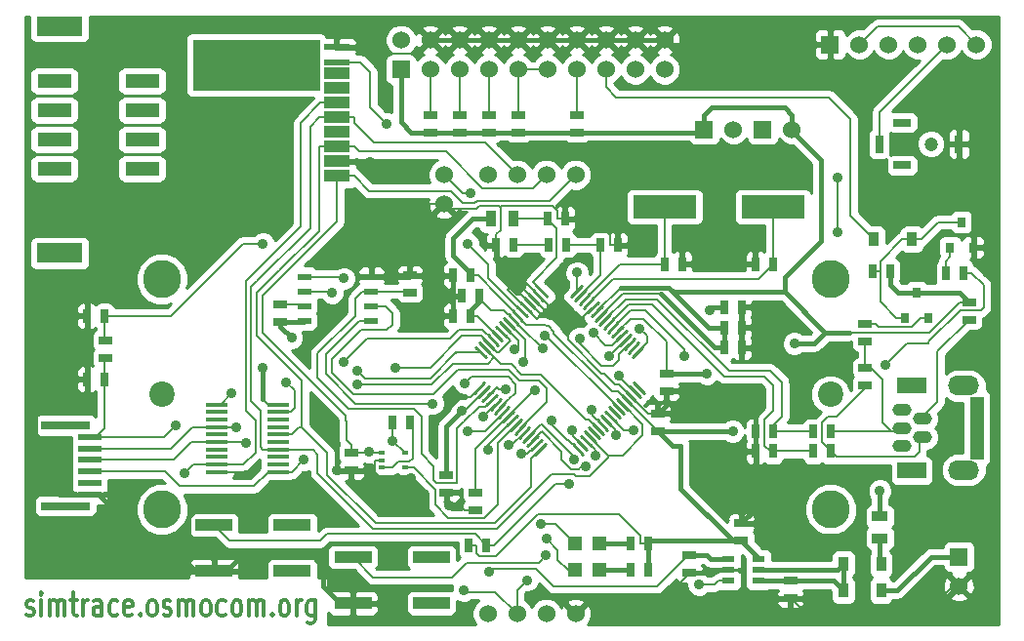
<source format=gtl>
G04 (created by PCBNEW-RS274X (2011-05-25)-stable) date Mon 14 Nov 2011 21:00:14 CET*
G01*
G70*
G90*
%MOIN*%
G04 Gerber Fmt 3.4, Leading zero omitted, Abs format*
%FSLAX34Y34*%
G04 APERTURE LIST*
%ADD10C,0.006000*%
%ADD11C,0.012000*%
%ADD12R,0.078700X0.023600*%
%ADD13R,0.165400X0.027600*%
%ADD14R,0.060000X0.060000*%
%ADD15C,0.060000*%
%ADD16R,0.216500X0.078700*%
%ADD17R,0.045000X0.025000*%
%ADD18R,0.025000X0.045000*%
%ADD19R,0.035000X0.055000*%
%ADD20R,0.055000X0.035000*%
%ADD21R,0.035800X0.048000*%
%ADD22R,0.047200X0.023600*%
%ADD23C,0.009800*%
%ADD24R,0.031500X0.035400*%
%ADD25R,0.126000X0.039400*%
%ADD26R,0.090600X0.039400*%
%ADD27R,0.090600X0.019700*%
%ADD28R,0.118100X0.047200*%
%ADD29R,0.433100X0.173200*%
%ADD30R,0.157500X0.066900*%
%ADD31R,0.074800X0.016000*%
%ADD32R,0.020000X0.012000*%
%ADD33R,0.043300X0.023600*%
%ADD34C,0.086600*%
%ADD35C,0.129900*%
%ADD36R,0.047200X0.047200*%
%ADD37R,0.047200X0.216500*%
%ADD38R,0.098400X0.055100*%
%ADD39O,0.106300X0.066900*%
%ADD40O,0.065000X0.043300*%
%ADD41C,0.047200*%
%ADD42R,0.027600X0.059100*%
%ADD43R,0.059100X0.027600*%
%ADD44C,0.035000*%
%ADD45C,0.008000*%
%ADD46C,0.016000*%
%ADD47C,0.010000*%
G04 APERTURE END LIST*
G54D10*
G54D11*
X14757Y-55686D02*
X14814Y-55724D01*
X14929Y-55724D01*
X14986Y-55686D01*
X15014Y-55610D01*
X15014Y-55571D01*
X14986Y-55495D01*
X14929Y-55457D01*
X14843Y-55457D01*
X14786Y-55419D01*
X14757Y-55343D01*
X14757Y-55305D01*
X14786Y-55229D01*
X14843Y-55190D01*
X14929Y-55190D01*
X14986Y-55229D01*
X15272Y-55724D02*
X15272Y-55190D01*
X15272Y-54924D02*
X15243Y-54962D01*
X15272Y-55000D01*
X15300Y-54962D01*
X15272Y-54924D01*
X15272Y-55000D01*
X15558Y-55724D02*
X15558Y-55190D01*
X15558Y-55267D02*
X15586Y-55229D01*
X15644Y-55190D01*
X15729Y-55190D01*
X15786Y-55229D01*
X15815Y-55305D01*
X15815Y-55724D01*
X15815Y-55305D02*
X15844Y-55229D01*
X15901Y-55190D01*
X15986Y-55190D01*
X16044Y-55229D01*
X16072Y-55305D01*
X16072Y-55724D01*
X16272Y-55190D02*
X16501Y-55190D01*
X16358Y-54924D02*
X16358Y-55610D01*
X16386Y-55686D01*
X16444Y-55724D01*
X16501Y-55724D01*
X16701Y-55724D02*
X16701Y-55190D01*
X16701Y-55343D02*
X16729Y-55267D01*
X16758Y-55229D01*
X16815Y-55190D01*
X16872Y-55190D01*
X17329Y-55724D02*
X17329Y-55305D01*
X17300Y-55229D01*
X17243Y-55190D01*
X17129Y-55190D01*
X17072Y-55229D01*
X17329Y-55686D02*
X17272Y-55724D01*
X17129Y-55724D01*
X17072Y-55686D01*
X17043Y-55610D01*
X17043Y-55533D01*
X17072Y-55457D01*
X17129Y-55419D01*
X17272Y-55419D01*
X17329Y-55381D01*
X17872Y-55686D02*
X17815Y-55724D01*
X17701Y-55724D01*
X17643Y-55686D01*
X17615Y-55648D01*
X17586Y-55571D01*
X17586Y-55343D01*
X17615Y-55267D01*
X17643Y-55229D01*
X17701Y-55190D01*
X17815Y-55190D01*
X17872Y-55229D01*
X18357Y-55686D02*
X18300Y-55724D01*
X18186Y-55724D01*
X18129Y-55686D01*
X18100Y-55610D01*
X18100Y-55305D01*
X18129Y-55229D01*
X18186Y-55190D01*
X18300Y-55190D01*
X18357Y-55229D01*
X18386Y-55305D01*
X18386Y-55381D01*
X18100Y-55457D01*
X18643Y-55648D02*
X18671Y-55686D01*
X18643Y-55724D01*
X18614Y-55686D01*
X18643Y-55648D01*
X18643Y-55724D01*
X19015Y-55724D02*
X18957Y-55686D01*
X18929Y-55648D01*
X18900Y-55571D01*
X18900Y-55343D01*
X18929Y-55267D01*
X18957Y-55229D01*
X19015Y-55190D01*
X19100Y-55190D01*
X19157Y-55229D01*
X19186Y-55267D01*
X19215Y-55343D01*
X19215Y-55571D01*
X19186Y-55648D01*
X19157Y-55686D01*
X19100Y-55724D01*
X19015Y-55724D01*
X19443Y-55686D02*
X19500Y-55724D01*
X19615Y-55724D01*
X19672Y-55686D01*
X19700Y-55610D01*
X19700Y-55571D01*
X19672Y-55495D01*
X19615Y-55457D01*
X19529Y-55457D01*
X19472Y-55419D01*
X19443Y-55343D01*
X19443Y-55305D01*
X19472Y-55229D01*
X19529Y-55190D01*
X19615Y-55190D01*
X19672Y-55229D01*
X19958Y-55724D02*
X19958Y-55190D01*
X19958Y-55267D02*
X19986Y-55229D01*
X20044Y-55190D01*
X20129Y-55190D01*
X20186Y-55229D01*
X20215Y-55305D01*
X20215Y-55724D01*
X20215Y-55305D02*
X20244Y-55229D01*
X20301Y-55190D01*
X20386Y-55190D01*
X20444Y-55229D01*
X20472Y-55305D01*
X20472Y-55724D01*
X20844Y-55724D02*
X20786Y-55686D01*
X20758Y-55648D01*
X20729Y-55571D01*
X20729Y-55343D01*
X20758Y-55267D01*
X20786Y-55229D01*
X20844Y-55190D01*
X20929Y-55190D01*
X20986Y-55229D01*
X21015Y-55267D01*
X21044Y-55343D01*
X21044Y-55571D01*
X21015Y-55648D01*
X20986Y-55686D01*
X20929Y-55724D01*
X20844Y-55724D01*
X21558Y-55686D02*
X21501Y-55724D01*
X21387Y-55724D01*
X21329Y-55686D01*
X21301Y-55648D01*
X21272Y-55571D01*
X21272Y-55343D01*
X21301Y-55267D01*
X21329Y-55229D01*
X21387Y-55190D01*
X21501Y-55190D01*
X21558Y-55229D01*
X21901Y-55724D02*
X21843Y-55686D01*
X21815Y-55648D01*
X21786Y-55571D01*
X21786Y-55343D01*
X21815Y-55267D01*
X21843Y-55229D01*
X21901Y-55190D01*
X21986Y-55190D01*
X22043Y-55229D01*
X22072Y-55267D01*
X22101Y-55343D01*
X22101Y-55571D01*
X22072Y-55648D01*
X22043Y-55686D01*
X21986Y-55724D01*
X21901Y-55724D01*
X22358Y-55724D02*
X22358Y-55190D01*
X22358Y-55267D02*
X22386Y-55229D01*
X22444Y-55190D01*
X22529Y-55190D01*
X22586Y-55229D01*
X22615Y-55305D01*
X22615Y-55724D01*
X22615Y-55305D02*
X22644Y-55229D01*
X22701Y-55190D01*
X22786Y-55190D01*
X22844Y-55229D01*
X22872Y-55305D01*
X22872Y-55724D01*
X23158Y-55648D02*
X23186Y-55686D01*
X23158Y-55724D01*
X23129Y-55686D01*
X23158Y-55648D01*
X23158Y-55724D01*
X23530Y-55724D02*
X23472Y-55686D01*
X23444Y-55648D01*
X23415Y-55571D01*
X23415Y-55343D01*
X23444Y-55267D01*
X23472Y-55229D01*
X23530Y-55190D01*
X23615Y-55190D01*
X23672Y-55229D01*
X23701Y-55267D01*
X23730Y-55343D01*
X23730Y-55571D01*
X23701Y-55648D01*
X23672Y-55686D01*
X23615Y-55724D01*
X23530Y-55724D01*
X23987Y-55724D02*
X23987Y-55190D01*
X23987Y-55343D02*
X24015Y-55267D01*
X24044Y-55229D01*
X24101Y-55190D01*
X24158Y-55190D01*
X24615Y-55190D02*
X24615Y-55838D01*
X24586Y-55914D01*
X24558Y-55952D01*
X24501Y-55990D01*
X24415Y-55990D01*
X24358Y-55952D01*
X24615Y-55686D02*
X24558Y-55724D01*
X24444Y-55724D01*
X24386Y-55686D01*
X24358Y-55648D01*
X24329Y-55571D01*
X24329Y-55343D01*
X24358Y-55267D01*
X24386Y-55229D01*
X24444Y-55190D01*
X24558Y-55190D01*
X24615Y-55229D01*
G54D12*
X16929Y-49607D03*
X16929Y-50000D03*
X16929Y-50394D03*
X16929Y-50788D03*
X16929Y-51182D03*
X16929Y-51575D03*
G54D13*
X16102Y-49213D03*
X16102Y-51969D03*
G54D14*
X27550Y-37050D03*
G54D15*
X27550Y-36050D03*
X28550Y-37050D03*
X28550Y-36050D03*
X29550Y-37050D03*
X29550Y-36050D03*
X30550Y-37050D03*
X30550Y-36050D03*
X31550Y-37050D03*
X31550Y-36050D03*
X32550Y-37050D03*
X32550Y-36050D03*
X33550Y-37050D03*
X33550Y-36050D03*
X34550Y-37050D03*
X34550Y-36050D03*
X35550Y-37050D03*
X35550Y-36050D03*
X36550Y-37050D03*
X36550Y-36050D03*
G54D14*
X37900Y-39100D03*
G54D15*
X38900Y-39100D03*
G54D14*
X39900Y-39100D03*
G54D15*
X40900Y-39100D03*
G54D14*
X46600Y-53700D03*
G54D15*
X46600Y-54700D03*
G54D16*
X40250Y-41750D03*
X36550Y-41750D03*
G54D17*
X23425Y-45074D03*
X23425Y-45674D03*
X27854Y-44690D03*
X27854Y-44090D03*
G54D18*
X46150Y-44000D03*
X46750Y-44000D03*
X36000Y-53250D03*
X35400Y-53250D03*
X36000Y-54150D03*
X35400Y-54150D03*
X29850Y-53300D03*
X30450Y-53300D03*
X33200Y-43050D03*
X32600Y-43050D03*
X41629Y-49409D03*
X42229Y-49409D03*
X41629Y-50098D03*
X42229Y-50098D03*
G54D17*
X33550Y-38600D03*
X33550Y-39200D03*
X31550Y-38600D03*
X31550Y-39200D03*
X30550Y-38600D03*
X30550Y-39200D03*
X29550Y-38600D03*
X29550Y-39200D03*
X28550Y-38600D03*
X28550Y-39200D03*
X43400Y-46350D03*
X43400Y-45750D03*
X46950Y-45600D03*
X46950Y-45000D03*
G54D18*
X44250Y-43950D03*
X43650Y-43950D03*
X32550Y-42150D03*
X33150Y-42150D03*
G54D17*
X39173Y-53154D03*
X39173Y-52554D03*
X37400Y-53650D03*
X37400Y-54250D03*
X36614Y-47436D03*
X36614Y-48036D03*
X30100Y-51500D03*
X30100Y-52100D03*
G54D18*
X36550Y-43700D03*
X37150Y-43700D03*
X40250Y-43700D03*
X39650Y-43700D03*
X29926Y-45472D03*
X29326Y-45472D03*
X38578Y-45177D03*
X39178Y-45177D03*
G54D17*
X40846Y-54523D03*
X40846Y-55123D03*
G54D18*
X40261Y-49409D03*
X39661Y-49409D03*
X30221Y-44783D03*
X29621Y-44783D03*
X40261Y-50098D03*
X39661Y-50098D03*
X34950Y-43050D03*
X34350Y-43050D03*
X38578Y-46555D03*
X39178Y-46555D03*
G54D17*
X36319Y-49414D03*
X36319Y-48814D03*
G54D18*
X30800Y-43050D03*
X31400Y-43050D03*
G54D17*
X43406Y-47839D03*
X43406Y-47239D03*
X29100Y-50900D03*
X29100Y-51500D03*
G54D18*
X38578Y-45866D03*
X39178Y-45866D03*
X29926Y-44094D03*
X29326Y-44094D03*
G54D19*
X31375Y-42150D03*
X30625Y-42150D03*
G54D20*
X43900Y-52325D03*
X43900Y-53075D03*
G54D21*
X42655Y-54850D03*
X43945Y-54850D03*
X42655Y-53950D03*
X43945Y-53950D03*
X43705Y-42850D03*
X44995Y-42850D03*
G54D22*
X26536Y-45632D03*
X26536Y-45132D03*
X26536Y-44632D03*
X26536Y-44132D03*
X24252Y-44132D03*
X24252Y-44632D03*
X24252Y-45132D03*
X24252Y-45632D03*
G54D10*
G36*
X32183Y-44375D02*
X32607Y-44799D01*
X32537Y-44869D01*
X32113Y-44445D01*
X32183Y-44375D01*
X32183Y-44375D01*
G37*
G54D23*
X32397Y-44938D02*
X32043Y-44584D01*
X32258Y-45078D02*
X31904Y-44724D01*
X32119Y-45217D02*
X31765Y-44863D01*
X31979Y-45356D02*
X31625Y-45002D01*
X31841Y-45495D02*
X31487Y-45141D01*
X31701Y-45634D02*
X31347Y-45280D01*
X31562Y-45774D02*
X31208Y-45420D01*
X31423Y-45913D02*
X31069Y-45559D01*
X31284Y-46052D02*
X30930Y-45698D01*
X31144Y-46191D02*
X30790Y-45837D01*
X31006Y-46330D02*
X30652Y-45976D01*
X30866Y-46469D02*
X30512Y-46115D01*
X30727Y-46609D02*
X30373Y-46255D01*
X30588Y-46748D02*
X30234Y-46394D01*
X30448Y-46887D02*
X30094Y-46533D01*
X30404Y-47759D02*
X30050Y-48113D01*
X30543Y-47898D02*
X30189Y-48252D01*
X30683Y-48037D02*
X30329Y-48391D01*
X30822Y-48177D02*
X30468Y-48531D01*
X30961Y-48316D02*
X30607Y-48670D01*
X31100Y-48454D02*
X30746Y-48808D01*
X31239Y-48594D02*
X30885Y-48948D01*
X31378Y-48733D02*
X31024Y-49087D01*
X31518Y-48872D02*
X31164Y-49226D01*
X31657Y-49012D02*
X31303Y-49366D01*
X31796Y-49151D02*
X31442Y-49505D01*
X31935Y-49290D02*
X31581Y-49644D01*
X32074Y-49429D02*
X31720Y-49783D01*
X32213Y-49568D02*
X31859Y-49922D01*
X32353Y-49707D02*
X31999Y-50061D01*
X32492Y-49847D02*
X32138Y-50201D01*
X33762Y-50201D02*
X33408Y-49847D01*
X33901Y-50061D02*
X33547Y-49707D01*
X34041Y-49922D02*
X33687Y-49568D01*
X34180Y-49783D02*
X33826Y-49429D01*
X34319Y-49644D02*
X33965Y-49290D01*
X34458Y-49505D02*
X34104Y-49151D01*
X34597Y-49366D02*
X34243Y-49012D01*
X34736Y-49226D02*
X34382Y-48872D01*
X34876Y-49087D02*
X34522Y-48733D01*
X35015Y-48948D02*
X34661Y-48594D01*
X35154Y-48808D02*
X34800Y-48454D01*
X35293Y-48670D02*
X34939Y-48316D01*
X35432Y-48531D02*
X35078Y-48177D01*
X35571Y-48391D02*
X35217Y-48037D01*
X35711Y-48252D02*
X35357Y-47898D01*
X35850Y-48113D02*
X35496Y-47759D01*
X35806Y-46533D02*
X35452Y-46887D01*
X35666Y-46394D02*
X35312Y-46748D01*
X35388Y-46115D02*
X35034Y-46469D01*
X35532Y-46250D02*
X35178Y-46604D01*
X35248Y-45976D02*
X34894Y-46330D01*
X35110Y-45837D02*
X34756Y-46191D01*
X34970Y-45698D02*
X34616Y-46052D01*
X34831Y-45559D02*
X34477Y-45913D01*
X34692Y-45420D02*
X34338Y-45774D01*
X34553Y-45280D02*
X34199Y-45634D01*
X34415Y-45143D02*
X34061Y-45497D01*
X34276Y-45004D02*
X33922Y-45358D01*
X34137Y-44865D02*
X33783Y-45219D01*
X33997Y-44725D02*
X33643Y-45079D01*
X33859Y-44587D02*
X33505Y-44941D01*
X33720Y-44447D02*
X33366Y-44801D01*
G54D14*
X42200Y-36200D03*
G54D15*
X43200Y-36200D03*
X44200Y-36200D03*
X45200Y-36200D03*
X46200Y-36200D03*
X47200Y-36200D03*
G54D24*
X46306Y-43133D03*
X47094Y-43133D03*
X46700Y-42267D03*
X44756Y-45533D03*
X45544Y-45533D03*
X45150Y-44667D03*
G54D25*
X21161Y-54187D03*
X21161Y-52613D03*
X23839Y-52613D03*
X23839Y-54187D03*
X25911Y-55287D03*
X25911Y-53713D03*
X28589Y-53713D03*
X28589Y-55287D03*
G54D26*
X25353Y-40694D03*
X25353Y-40194D03*
X25353Y-39194D03*
X25353Y-39694D03*
X25353Y-38694D03*
X25353Y-38194D03*
X25353Y-37694D03*
X25353Y-37194D03*
G54D27*
X25353Y-36800D03*
X25353Y-36289D03*
G54D28*
X15707Y-39450D03*
X15707Y-37450D03*
X15707Y-38450D03*
X15707Y-40450D03*
X18707Y-40450D03*
X18707Y-39450D03*
X18707Y-38450D03*
X18707Y-37450D03*
G54D29*
X22609Y-36903D03*
G54D30*
X15904Y-35572D03*
X15904Y-43328D03*
G54D31*
X21250Y-48500D03*
X21250Y-48750D03*
X21250Y-49010D03*
X21250Y-49270D03*
X21250Y-49520D03*
X21250Y-49780D03*
X21250Y-50040D03*
X21250Y-50290D03*
X21250Y-50550D03*
X21250Y-50800D03*
X23350Y-50800D03*
X23350Y-50550D03*
X23350Y-50290D03*
X23350Y-50040D03*
X23350Y-49780D03*
X23350Y-49520D03*
X23350Y-49270D03*
X23350Y-49010D03*
X23350Y-48750D03*
X23350Y-48500D03*
G54D18*
X27259Y-49114D03*
X27859Y-49114D03*
X16826Y-45472D03*
X17426Y-45472D03*
G54D17*
X17450Y-46900D03*
X17450Y-46300D03*
G54D18*
X16826Y-47638D03*
X17426Y-47638D03*
G54D17*
X25850Y-50150D03*
X25850Y-50750D03*
G54D32*
X26900Y-50150D03*
X26900Y-50650D03*
X27700Y-50150D03*
X26900Y-50400D03*
X27700Y-50650D03*
G54D33*
X38738Y-53776D03*
X38738Y-54150D03*
X38738Y-54524D03*
X39762Y-53776D03*
X39762Y-54150D03*
X39762Y-54524D03*
G54D34*
X19383Y-48150D03*
X42217Y-48150D03*
G54D35*
X19383Y-52087D03*
X19383Y-44213D03*
X42217Y-52087D03*
X42217Y-44213D03*
G54D15*
X33509Y-55650D03*
X32509Y-55650D03*
X31509Y-55650D03*
X30509Y-55650D03*
X33509Y-40650D03*
X32509Y-40650D03*
X31509Y-40650D03*
X30509Y-40650D03*
X29009Y-40650D03*
X29009Y-41650D03*
G54D36*
X34313Y-53250D03*
X33487Y-53250D03*
X34313Y-54150D03*
X33487Y-54150D03*
G54D37*
X47214Y-49300D03*
G54D38*
X44989Y-47843D03*
X44989Y-50757D03*
G54D39*
X46761Y-50737D03*
X46761Y-47863D03*
G54D40*
X44665Y-49930D03*
X44665Y-49300D03*
X44665Y-48670D03*
X45353Y-49615D03*
X45353Y-48985D03*
G54D41*
X45650Y-39600D03*
G54D42*
X46595Y-39600D03*
G54D43*
X44666Y-40328D03*
X44666Y-38872D03*
G54D42*
X43878Y-39600D03*
G54D44*
X38091Y-45276D03*
X37992Y-47441D03*
X33563Y-43996D03*
X32381Y-46593D03*
X32122Y-48008D03*
X34042Y-48691D03*
X33280Y-51206D03*
X35475Y-49372D03*
X32500Y-53650D03*
X34665Y-46842D03*
X22244Y-49803D03*
X26051Y-47815D03*
X31232Y-49886D03*
X28631Y-48470D03*
X33845Y-50631D03*
X33464Y-50369D03*
X27362Y-47244D03*
X24213Y-50394D03*
X29700Y-54850D03*
X20150Y-50850D03*
X31850Y-54500D03*
X33395Y-49386D03*
X35003Y-47501D03*
X25591Y-47047D03*
X23622Y-47736D03*
X31436Y-46623D03*
X32332Y-52578D03*
X32509Y-53094D03*
X31712Y-47061D03*
X25591Y-44193D03*
X29736Y-47770D03*
X21911Y-49270D03*
X29814Y-49412D03*
X25197Y-44685D03*
X30352Y-48908D03*
X21752Y-48130D03*
X26064Y-47352D03*
X37727Y-54653D03*
X34177Y-50252D03*
X29938Y-41291D03*
X32454Y-46139D03*
X27050Y-38900D03*
X31656Y-50189D03*
X34131Y-46062D03*
X32696Y-49060D03*
X35700Y-45900D03*
X42450Y-42600D03*
X42450Y-40750D03*
X34876Y-49563D03*
X33654Y-46232D03*
X19850Y-49200D03*
X27270Y-49734D03*
X30518Y-50049D03*
X30568Y-54229D03*
X26470Y-50131D03*
X22835Y-47244D03*
X23811Y-46231D03*
X38878Y-49409D03*
X29636Y-48701D03*
X40977Y-46417D03*
X22244Y-51772D03*
X40748Y-45965D03*
X39665Y-48819D03*
X22250Y-50900D03*
X26500Y-40200D03*
X33000Y-55100D03*
X27893Y-51021D03*
X29197Y-51944D03*
X27778Y-41852D03*
X25345Y-50750D03*
X28661Y-50057D03*
X29823Y-43012D03*
X22835Y-43012D03*
X37228Y-46836D03*
X44094Y-47146D03*
X31109Y-47972D03*
X43900Y-51450D03*
G54D45*
X30221Y-44783D02*
X30221Y-44887D01*
X31064Y-45276D02*
X31385Y-45597D01*
X30610Y-45276D02*
X31064Y-45276D01*
X30221Y-44887D02*
X30610Y-45276D01*
X29926Y-45472D02*
X30148Y-45472D01*
X30148Y-45472D02*
X30829Y-46153D01*
G54D46*
X30221Y-44783D02*
X30221Y-44976D01*
X29926Y-45271D02*
X29926Y-45472D01*
X30221Y-44976D02*
X29926Y-45271D01*
G54D45*
X36614Y-47436D02*
X36614Y-46358D01*
X35376Y-45571D02*
X34933Y-46014D01*
X35827Y-45571D02*
X35376Y-45571D01*
X36614Y-46358D02*
X35827Y-45571D01*
G54D46*
X38578Y-45177D02*
X38190Y-45177D01*
X38190Y-45177D02*
X38091Y-45276D01*
X37992Y-47441D02*
X37790Y-47436D01*
X37790Y-47436D02*
X36614Y-47436D01*
G54D45*
X33543Y-44624D02*
X33543Y-44213D01*
X33543Y-44213D02*
X33563Y-43996D01*
X31385Y-45597D02*
X31698Y-45910D01*
X31698Y-45910D02*
X32381Y-46593D01*
X30100Y-50011D02*
X31201Y-48910D01*
X30100Y-51500D02*
X30100Y-50011D01*
X32103Y-48008D02*
X31201Y-48910D01*
X32122Y-48008D02*
X32103Y-48008D01*
X25700Y-52931D02*
X25019Y-52931D01*
X21698Y-53150D02*
X21161Y-52613D01*
X24800Y-53150D02*
X21698Y-53150D01*
X25019Y-52931D02*
X24800Y-53150D01*
X39950Y-38000D02*
X42150Y-38000D01*
X42900Y-42045D02*
X43705Y-42850D01*
X42900Y-38750D02*
X42900Y-42045D01*
X42150Y-38000D02*
X42900Y-38750D01*
X34550Y-37050D02*
X34550Y-37650D01*
X34900Y-38000D02*
X39950Y-38000D01*
X34550Y-37650D02*
X34900Y-38000D01*
X34420Y-49189D02*
X34106Y-48874D01*
X30081Y-52931D02*
X30450Y-53300D01*
X25700Y-52931D02*
X30081Y-52931D01*
X30450Y-53300D02*
X30718Y-53300D01*
X32812Y-51206D02*
X33280Y-51206D01*
X30718Y-53300D02*
X32812Y-51206D01*
X34042Y-48811D02*
X34042Y-48691D01*
X34106Y-48874D02*
X34042Y-48811D01*
X45245Y-48985D02*
X45306Y-48985D01*
X45866Y-46684D02*
X46950Y-45600D01*
X45866Y-48425D02*
X45866Y-46684D01*
X45306Y-48985D02*
X45866Y-48425D01*
X35161Y-49372D02*
X34699Y-48910D01*
X35475Y-49372D02*
X35161Y-49372D01*
X32250Y-53900D02*
X31850Y-53900D01*
X32500Y-53650D02*
X32250Y-53900D01*
X29800Y-53900D02*
X29300Y-54400D01*
X29800Y-53900D02*
X31850Y-53900D01*
X29300Y-54400D02*
X26598Y-54400D01*
X26598Y-54400D02*
X25911Y-53713D01*
X34898Y-46606D02*
X34898Y-46605D01*
X34898Y-46609D02*
X34898Y-46606D01*
X34665Y-46842D02*
X34898Y-46609D01*
X35211Y-46292D02*
X34898Y-46605D01*
X16929Y-50394D02*
X19783Y-50394D01*
X20397Y-49780D02*
X21250Y-49780D01*
X19783Y-50394D02*
X20397Y-49780D01*
X21250Y-49780D02*
X22221Y-49780D01*
X22221Y-49780D02*
X22244Y-49803D01*
X26051Y-47815D02*
X28596Y-47815D01*
X28596Y-47815D02*
X29311Y-47100D01*
X29311Y-47100D02*
X30508Y-47100D01*
X30508Y-47100D02*
X30724Y-46884D01*
X30411Y-46571D02*
X30724Y-46884D01*
X30960Y-47120D02*
X30724Y-46884D01*
X31321Y-47120D02*
X30960Y-47120D01*
X31672Y-47471D02*
X31321Y-47120D01*
X32328Y-47471D02*
X31672Y-47471D01*
X33872Y-49015D02*
X32328Y-47471D01*
X33968Y-49015D02*
X33872Y-49015D01*
X34281Y-49328D02*
X33968Y-49015D01*
X22539Y-44359D02*
X22539Y-44390D01*
X22434Y-44495D02*
X22434Y-48027D01*
X22539Y-44390D02*
X22434Y-44495D01*
X22539Y-44359D02*
X22570Y-44359D01*
X22570Y-44359D02*
X22638Y-44291D01*
X22757Y-48700D02*
X22757Y-49964D01*
X22757Y-49964D02*
X22833Y-50040D01*
X23138Y-50040D02*
X22833Y-50040D01*
X23138Y-50040D02*
X23350Y-50040D01*
X22434Y-48377D02*
X22434Y-48027D01*
X22757Y-48700D02*
X22434Y-48377D01*
X24442Y-39009D02*
X24442Y-42487D01*
X24442Y-42487D02*
X22638Y-44291D01*
X23350Y-50040D02*
X24542Y-50040D01*
X24705Y-50203D02*
X24705Y-50841D01*
X24542Y-50040D02*
X24705Y-50203D01*
X25353Y-38694D02*
X24757Y-38694D01*
X25353Y-38694D02*
X25949Y-38694D01*
X34630Y-50233D02*
X34003Y-49606D01*
X35793Y-49170D02*
X35116Y-48493D01*
X35793Y-49564D02*
X35793Y-49170D01*
X35124Y-50233D02*
X35793Y-49564D01*
X34630Y-50233D02*
X35124Y-50233D01*
X30421Y-39562D02*
X31509Y-40650D01*
X26635Y-39562D02*
X30421Y-39562D01*
X25949Y-38876D02*
X26635Y-39562D01*
X25949Y-38694D02*
X25949Y-38876D01*
X26606Y-52742D02*
X24705Y-50841D01*
X34630Y-50233D02*
X34630Y-50329D01*
X34630Y-50329D02*
X33994Y-50965D01*
X33994Y-50965D02*
X33521Y-50965D01*
X33521Y-50965D02*
X33444Y-50888D01*
X33444Y-50888D02*
X32680Y-50888D01*
X32680Y-50888D02*
X30826Y-52742D01*
X30826Y-52742D02*
X26606Y-52742D01*
X24442Y-39009D02*
X24757Y-38694D01*
X24984Y-47458D02*
X24984Y-46768D01*
X26120Y-45632D02*
X26536Y-45632D01*
X24984Y-46768D02*
X26120Y-45632D01*
X31339Y-49886D02*
X31232Y-49886D01*
X31758Y-49467D02*
X31339Y-49886D01*
X25996Y-48470D02*
X28631Y-48470D01*
X24984Y-47458D02*
X25996Y-48470D01*
X40261Y-50098D02*
X41629Y-50098D01*
X40261Y-50098D02*
X40157Y-50098D01*
X40256Y-48720D02*
X40256Y-47835D01*
X39961Y-49015D02*
X40256Y-48720D01*
X39961Y-49902D02*
X39961Y-49015D01*
X40157Y-50098D02*
X39961Y-49902D01*
X35308Y-45082D02*
X34654Y-45736D01*
X36125Y-45082D02*
X35308Y-45082D01*
X38582Y-47539D02*
X36125Y-45082D01*
X39960Y-47539D02*
X38582Y-47539D01*
X40261Y-47840D02*
X40256Y-47835D01*
X40256Y-47835D02*
X39960Y-47539D01*
X40261Y-49409D02*
X40261Y-49207D01*
X40551Y-47736D02*
X40165Y-47350D01*
X40551Y-48917D02*
X40551Y-47736D01*
X40261Y-49207D02*
X40551Y-48917D01*
X41629Y-49409D02*
X40261Y-49409D01*
X40165Y-47350D02*
X38750Y-47350D01*
X35212Y-44900D02*
X34515Y-45597D01*
X36300Y-44900D02*
X35212Y-44900D01*
X38750Y-47350D02*
X36300Y-44900D01*
X32036Y-49745D02*
X32351Y-49430D01*
X33829Y-50647D02*
X33845Y-50631D01*
X33669Y-50647D02*
X33829Y-50647D01*
X33613Y-50703D02*
X33669Y-50647D01*
X33348Y-50703D02*
X33613Y-50703D01*
X33023Y-50378D02*
X33348Y-50703D01*
X33023Y-50103D02*
X33023Y-50378D01*
X32351Y-49430D02*
X33023Y-50103D01*
X43878Y-38522D02*
X46200Y-36200D01*
X43878Y-39600D02*
X43878Y-38522D01*
X33464Y-50279D02*
X33464Y-50369D01*
X32360Y-49175D02*
X33464Y-50279D01*
X32328Y-49175D02*
X32360Y-49175D01*
X31897Y-49606D02*
X32328Y-49175D01*
X29626Y-46161D02*
X30279Y-46161D01*
X30279Y-46161D02*
X30550Y-46432D01*
X20500Y-51297D02*
X19998Y-51297D01*
X19489Y-50788D02*
X16929Y-50788D01*
X19998Y-51297D02*
X19489Y-50788D01*
X28445Y-47244D02*
X28543Y-47244D01*
X28543Y-47244D02*
X29626Y-46161D01*
X27362Y-47244D02*
X28445Y-47244D01*
X23807Y-50800D02*
X24213Y-50394D01*
X23807Y-50800D02*
X23350Y-50800D01*
X23350Y-50800D02*
X23019Y-50800D01*
X20500Y-51297D02*
X22522Y-51297D01*
X23019Y-50800D02*
X22522Y-51297D01*
X30967Y-46014D02*
X31281Y-46327D01*
X30887Y-46721D02*
X31281Y-46327D01*
X30839Y-46721D02*
X30887Y-46721D01*
X30550Y-46432D02*
X30839Y-46721D01*
X20500Y-51297D02*
X20536Y-51297D01*
X22251Y-48105D02*
X22251Y-44284D01*
X22251Y-44284D02*
X22441Y-44094D01*
X25353Y-38194D02*
X24798Y-38194D01*
X24114Y-42421D02*
X22441Y-44094D01*
X24114Y-38878D02*
X24114Y-42421D01*
X24798Y-38194D02*
X24114Y-38878D01*
X22574Y-50132D02*
X22574Y-49050D01*
X22574Y-49050D02*
X22251Y-48727D01*
X22251Y-48727D02*
X22251Y-48105D01*
X22156Y-50550D02*
X22574Y-50132D01*
X21250Y-50550D02*
X22156Y-50550D01*
X21250Y-50550D02*
X20450Y-50550D01*
X30759Y-54900D02*
X31509Y-55650D01*
X29750Y-54900D02*
X30759Y-54900D01*
X29700Y-54850D02*
X29750Y-54900D01*
X20450Y-50550D02*
X20150Y-50850D01*
X31850Y-54500D02*
X31509Y-54841D01*
X31509Y-54841D02*
X31509Y-55650D01*
X33724Y-49884D02*
X33411Y-49571D01*
X33411Y-49402D02*
X33395Y-49386D01*
X33411Y-49571D02*
X33411Y-49402D01*
X35003Y-47544D02*
X35534Y-48075D01*
X35003Y-47501D02*
X35003Y-47544D01*
X30339Y-45942D02*
X29550Y-45942D01*
X29550Y-45942D02*
X29528Y-45964D01*
X29528Y-45964D02*
X29528Y-45965D01*
X29528Y-45965D02*
X29528Y-45964D01*
X28248Y-46260D02*
X29232Y-46260D01*
X23789Y-48750D02*
X23917Y-48622D01*
X23917Y-48622D02*
X23917Y-48031D01*
X23917Y-48031D02*
X23622Y-47736D01*
X23350Y-48750D02*
X23789Y-48750D01*
X26378Y-46260D02*
X28248Y-46260D01*
X25591Y-47047D02*
X26378Y-46260D01*
X29232Y-46260D02*
X29528Y-45964D01*
X30689Y-46292D02*
X30339Y-45942D01*
X33487Y-53250D02*
X33487Y-53237D01*
X32828Y-52578D02*
X32332Y-52578D01*
X33487Y-53237D02*
X32828Y-52578D01*
X32332Y-52578D02*
X32633Y-52578D01*
X31550Y-46509D02*
X31436Y-46623D01*
X31550Y-46318D02*
X31550Y-46509D01*
X31107Y-45875D02*
X31550Y-46318D01*
X33487Y-54150D02*
X33250Y-54150D01*
X31799Y-46289D02*
X31246Y-45736D01*
X31799Y-46289D02*
X31799Y-46974D01*
X31799Y-46974D02*
X31712Y-47061D01*
X32900Y-53485D02*
X32509Y-53094D01*
X32900Y-53800D02*
X32900Y-53485D01*
X33250Y-54150D02*
X32900Y-53800D01*
X25187Y-47047D02*
X25187Y-46959D01*
X25187Y-46959D02*
X26181Y-45965D01*
X27022Y-45132D02*
X26536Y-45132D01*
X26181Y-45965D02*
X27066Y-45965D01*
X27066Y-45965D02*
X27264Y-45767D01*
X27264Y-45767D02*
X27264Y-45374D01*
X27264Y-45374D02*
X27022Y-45132D01*
X31619Y-49328D02*
X31932Y-49015D01*
X25187Y-47401D02*
X25187Y-47047D01*
X25919Y-48133D02*
X25187Y-47401D01*
X28670Y-48133D02*
X25919Y-48133D01*
X29499Y-47304D02*
X28670Y-48133D01*
X31219Y-47304D02*
X29499Y-47304D01*
X31605Y-47690D02*
X31219Y-47304D01*
X32255Y-47690D02*
X31605Y-47690D01*
X32523Y-47958D02*
X32255Y-47690D01*
X32523Y-48424D02*
X32523Y-47958D01*
X31932Y-49015D02*
X32523Y-48424D01*
X24252Y-44132D02*
X25530Y-44132D01*
X25530Y-44132D02*
X25591Y-44193D01*
X30923Y-48631D02*
X31236Y-48318D01*
X31455Y-48099D02*
X31236Y-48318D01*
X31455Y-47800D02*
X31455Y-48099D01*
X31208Y-47553D02*
X31455Y-47800D01*
X29953Y-47553D02*
X31208Y-47553D01*
X29736Y-47770D02*
X29953Y-47553D01*
X16929Y-50000D02*
X19685Y-50000D01*
X20415Y-49270D02*
X21250Y-49270D01*
X19685Y-50000D02*
X20415Y-49270D01*
X21911Y-49270D02*
X21250Y-49270D01*
X29814Y-49412D02*
X30421Y-49412D01*
X30421Y-49412D02*
X31062Y-48771D01*
X24156Y-47791D02*
X24156Y-47680D01*
X24757Y-41732D02*
X24757Y-39694D01*
X24757Y-39694D02*
X25353Y-39694D01*
X24757Y-42566D02*
X23397Y-43926D01*
X24757Y-41732D02*
X24757Y-42566D01*
X22638Y-44685D02*
X23397Y-43926D01*
X22638Y-46162D02*
X22638Y-44685D01*
X24156Y-47680D02*
X22638Y-46162D01*
X23350Y-49520D02*
X23821Y-49520D01*
X32315Y-50024D02*
X32002Y-50337D01*
X24054Y-49287D02*
X23821Y-49520D01*
X24156Y-49287D02*
X24054Y-49287D01*
X24156Y-49287D02*
X24156Y-47791D01*
X25353Y-39694D02*
X25949Y-39694D01*
X32509Y-40650D02*
X32053Y-41106D01*
X32053Y-41106D02*
X30336Y-41106D01*
X30336Y-41106D02*
X29083Y-39853D01*
X29083Y-39853D02*
X26108Y-39853D01*
X26108Y-39853D02*
X25949Y-39694D01*
X32002Y-51305D02*
X32002Y-50337D01*
X30749Y-52558D02*
X32002Y-51305D01*
X26682Y-52558D02*
X30749Y-52558D01*
X25027Y-50903D02*
X26682Y-52558D01*
X25027Y-50158D02*
X25027Y-50903D01*
X24156Y-49287D02*
X25027Y-50158D01*
X24252Y-44632D02*
X25144Y-44632D01*
X25144Y-44632D02*
X25197Y-44685D01*
X30369Y-48908D02*
X30352Y-48908D01*
X30784Y-48493D02*
X30369Y-48908D01*
X30271Y-46710D02*
X29440Y-46710D01*
X29440Y-46710D02*
X29429Y-46721D01*
X29429Y-46721D02*
X29429Y-46752D01*
X29429Y-46752D02*
X29429Y-46721D01*
X21250Y-48500D02*
X21382Y-48500D01*
X21382Y-48500D02*
X21752Y-48130D01*
X21382Y-48500D02*
X21752Y-48130D01*
X29429Y-46721D02*
X28545Y-47605D01*
X28545Y-47605D02*
X26317Y-47605D01*
X26317Y-47605D02*
X26064Y-47352D01*
X38250Y-54653D02*
X38379Y-54524D01*
X37727Y-54653D02*
X38250Y-54653D01*
X38738Y-54524D02*
X38379Y-54524D01*
X34177Y-50252D02*
X34177Y-50058D01*
X33864Y-49745D02*
X34177Y-50058D01*
X29650Y-41291D02*
X29938Y-41291D01*
X29009Y-40650D02*
X29650Y-41291D01*
X32485Y-46139D02*
X34977Y-48631D01*
X32454Y-46139D02*
X32485Y-46139D01*
X25353Y-36800D02*
X26150Y-36800D01*
X26500Y-38350D02*
X27050Y-38900D01*
X26500Y-37150D02*
X26500Y-38350D01*
X26150Y-36800D02*
X26500Y-37150D01*
X31854Y-50189D02*
X31656Y-50189D01*
X31863Y-50197D02*
X31854Y-50189D01*
X32176Y-49884D02*
X31863Y-50197D01*
X35071Y-46153D02*
X34758Y-46466D01*
X34758Y-46466D02*
X34535Y-46466D01*
X34535Y-46466D02*
X34131Y-46062D01*
X31550Y-38600D02*
X31550Y-38332D01*
X31550Y-37050D02*
X31550Y-38332D01*
X32550Y-37050D02*
X31550Y-37050D01*
X33272Y-49711D02*
X33214Y-49711D01*
X33214Y-49711D02*
X32696Y-49193D01*
X32696Y-49193D02*
X32696Y-49060D01*
X33585Y-50024D02*
X33272Y-49711D01*
X29550Y-38600D02*
X29550Y-37050D01*
X35942Y-46397D02*
X35942Y-46142D01*
X35942Y-46142D02*
X35700Y-45900D01*
X35629Y-46710D02*
X35942Y-46397D01*
X33550Y-37050D02*
X33550Y-38600D01*
X42450Y-42600D02*
X42450Y-42150D01*
X42450Y-42150D02*
X42450Y-40750D01*
X34873Y-49362D02*
X34872Y-49363D01*
X34872Y-49363D02*
X34872Y-49559D01*
X34872Y-49559D02*
X34876Y-49563D01*
X34559Y-49049D02*
X34873Y-49362D01*
X30550Y-38600D02*
X30550Y-37050D01*
X34986Y-46796D02*
X35355Y-46427D01*
X34986Y-46973D02*
X34986Y-46796D01*
X34777Y-47182D02*
X34986Y-46973D01*
X34405Y-47182D02*
X34777Y-47182D01*
X33654Y-46431D02*
X34405Y-47182D01*
X33654Y-46232D02*
X33654Y-46431D01*
X45900Y-42267D02*
X45317Y-42850D01*
X46700Y-42267D02*
X45900Y-42267D01*
X45156Y-42850D02*
X45317Y-42850D01*
X45156Y-42850D02*
X44995Y-42850D01*
X43918Y-43605D02*
X43918Y-43950D01*
X44673Y-42850D02*
X43918Y-43605D01*
X44995Y-42850D02*
X44673Y-42850D01*
X43650Y-43950D02*
X43918Y-43950D01*
X43918Y-44995D02*
X43918Y-43950D01*
X44456Y-45533D02*
X43918Y-44995D01*
X44756Y-45533D02*
X44456Y-45533D01*
G54D46*
X43900Y-53905D02*
X43945Y-53950D01*
X43900Y-53075D02*
X43900Y-53905D01*
G54D45*
X27974Y-50650D02*
X27700Y-50650D01*
X28732Y-51408D02*
X27974Y-50650D01*
X28732Y-51929D02*
X28732Y-51408D01*
X29172Y-52369D02*
X28732Y-51929D01*
X30388Y-52369D02*
X29172Y-52369D01*
X30853Y-51904D02*
X30388Y-52369D01*
X30853Y-49816D02*
X30853Y-51904D01*
X31480Y-49189D02*
X30853Y-49816D01*
X16929Y-49607D02*
X17125Y-49607D01*
X17125Y-49607D02*
X17426Y-49306D01*
X17426Y-49306D02*
X17426Y-47638D01*
X16929Y-49607D02*
X19443Y-49607D01*
X19443Y-49607D02*
X19850Y-49200D01*
X27700Y-50150D02*
X27686Y-50150D01*
X27686Y-50150D02*
X27270Y-49734D01*
X27270Y-49734D02*
X27270Y-49125D01*
X27270Y-49125D02*
X27259Y-49114D01*
X17426Y-47638D02*
X17426Y-46924D01*
X17426Y-46924D02*
X17450Y-46900D01*
X30518Y-49872D02*
X31341Y-49049D01*
X30518Y-50049D02*
X30518Y-49872D01*
X25667Y-49038D02*
X25667Y-48895D01*
X25667Y-48895D02*
X23600Y-46828D01*
X25353Y-42265D02*
X25353Y-40694D01*
X23600Y-46828D02*
X22835Y-46063D01*
X22835Y-46063D02*
X22835Y-44783D01*
X22835Y-44783D02*
X25353Y-42265D01*
X32550Y-54501D02*
X32551Y-54501D01*
X36300Y-54700D02*
X36482Y-54518D01*
X32750Y-54700D02*
X36300Y-54700D01*
X32551Y-54501D02*
X32750Y-54700D01*
X37400Y-53650D02*
X37350Y-53650D01*
X37350Y-53650D02*
X36482Y-54518D01*
X26900Y-50150D02*
X26657Y-50150D01*
G54D46*
X38000Y-53650D02*
X37400Y-53650D01*
X38126Y-53776D02*
X38000Y-53650D01*
X38738Y-53776D02*
X38126Y-53776D01*
G54D45*
X25353Y-40694D02*
X25949Y-40694D01*
X25949Y-40694D02*
X26457Y-41202D01*
X25850Y-50150D02*
X25850Y-49882D01*
X26470Y-50131D02*
X26470Y-50140D01*
X26480Y-50150D02*
X26657Y-50150D01*
X26470Y-50140D02*
X26480Y-50150D01*
X26228Y-50140D02*
X26218Y-50150D01*
X26470Y-50140D02*
X26228Y-50140D01*
X25850Y-50150D02*
X26218Y-50150D01*
X25678Y-49049D02*
X25667Y-49038D01*
X25678Y-49710D02*
X25678Y-49049D01*
X25850Y-49882D02*
X25678Y-49710D01*
X30698Y-54099D02*
X30568Y-54229D01*
X32148Y-54099D02*
X30698Y-54099D01*
X32550Y-54501D02*
X32148Y-54099D01*
X32625Y-41534D02*
X33509Y-40650D01*
X30146Y-41534D02*
X32625Y-41534D01*
X30071Y-41609D02*
X30146Y-41534D01*
X29649Y-41609D02*
X30071Y-41609D01*
X29242Y-41202D02*
X29649Y-41609D01*
X26457Y-41202D02*
X29242Y-41202D01*
X26536Y-44632D02*
X26234Y-44632D01*
X24705Y-46752D02*
X24705Y-47593D01*
X25984Y-45473D02*
X24705Y-46752D01*
X25984Y-44882D02*
X25984Y-45473D01*
X26234Y-44632D02*
X25984Y-44882D01*
X26536Y-44632D02*
X27796Y-44632D01*
X27796Y-44632D02*
X27854Y-44690D01*
X28655Y-51070D02*
X28655Y-50604D01*
X27989Y-48658D02*
X25770Y-48658D01*
X28248Y-48917D02*
X27989Y-48658D01*
X28248Y-50197D02*
X28248Y-48917D01*
X28655Y-50604D02*
X28248Y-50197D01*
X25770Y-48658D02*
X24705Y-47593D01*
X28754Y-51169D02*
X28655Y-51070D01*
X29457Y-51169D02*
X28754Y-51169D01*
X29472Y-51154D02*
X29457Y-51169D01*
X29472Y-49304D02*
X29472Y-51154D01*
X29682Y-49094D02*
X29472Y-49304D01*
X29704Y-49094D02*
X29682Y-49094D01*
X30208Y-48590D02*
X29704Y-49094D01*
X30409Y-48590D02*
X30208Y-48590D01*
X30645Y-48354D02*
X30409Y-48590D01*
X46950Y-45000D02*
X46640Y-45000D01*
X46640Y-45000D02*
X45601Y-46039D01*
X30891Y-44799D02*
X30891Y-44824D01*
X30186Y-44094D02*
X30891Y-44799D01*
X29926Y-44094D02*
X30186Y-44094D01*
X30891Y-44824D02*
X31524Y-45457D01*
G54D46*
X22835Y-48327D02*
X22835Y-47244D01*
G54D45*
X23008Y-48500D02*
X22835Y-48327D01*
X23350Y-48500D02*
X23008Y-48500D01*
G54D46*
X23425Y-45845D02*
X23425Y-45674D01*
X23811Y-46231D02*
X23425Y-45845D01*
X23425Y-45674D02*
X24210Y-45674D01*
X24210Y-45674D02*
X24252Y-45632D01*
X29926Y-44094D02*
X29926Y-44001D01*
X29995Y-42150D02*
X30625Y-42150D01*
X29331Y-42814D02*
X29995Y-42150D01*
X29331Y-43406D02*
X29331Y-42814D01*
X29926Y-44001D02*
X29331Y-43406D01*
X40977Y-46417D02*
X41662Y-46417D01*
X41662Y-46417D02*
X42040Y-46039D01*
G54D45*
X34238Y-45320D02*
X35058Y-44500D01*
G54D46*
X40650Y-44649D02*
X40650Y-44150D01*
X40650Y-44150D02*
X40650Y-44193D01*
X40650Y-44193D02*
X40650Y-44150D01*
X40650Y-44150D02*
X41900Y-42900D01*
X40900Y-39100D02*
X40900Y-39150D01*
X40900Y-39150D02*
X41900Y-40150D01*
X41900Y-40150D02*
X41900Y-42900D01*
X38578Y-45866D02*
X38578Y-46555D01*
X36417Y-44700D02*
X36417Y-44703D01*
X36417Y-44703D02*
X38269Y-46555D01*
X38269Y-46555D02*
X38578Y-46555D01*
X38578Y-46555D02*
X38269Y-46555D01*
X38578Y-45866D02*
X38058Y-45866D01*
X38381Y-45866D02*
X38058Y-45866D01*
X38058Y-45866D02*
X36692Y-44500D01*
X38878Y-49409D02*
X36324Y-49409D01*
X36324Y-49409D02*
X36319Y-49414D01*
G54D45*
X35255Y-48354D02*
X35259Y-48354D01*
X35259Y-48354D02*
X36319Y-49414D01*
G54D46*
X37106Y-49906D02*
X36811Y-49906D01*
X36811Y-49906D02*
X36319Y-49414D01*
X38001Y-44649D02*
X37697Y-44649D01*
X40650Y-44649D02*
X40157Y-44649D01*
X40157Y-44649D02*
X38001Y-44649D01*
X37697Y-44649D02*
X37205Y-44649D01*
X37205Y-44649D02*
X36841Y-44649D01*
X36841Y-44649D02*
X36692Y-44500D01*
X36692Y-44500D02*
X35058Y-44500D01*
X39173Y-53154D02*
X38883Y-53154D01*
X37106Y-51377D02*
X37106Y-49906D01*
X38883Y-53154D02*
X37106Y-51377D01*
X39173Y-53154D02*
X36096Y-53154D01*
X36096Y-53154D02*
X36000Y-53250D01*
X39762Y-53776D02*
X39762Y-53743D01*
X39762Y-53743D02*
X39173Y-53154D01*
X29100Y-50900D02*
X29100Y-49237D01*
X29100Y-49237D02*
X29636Y-48701D01*
X42866Y-46039D02*
X42040Y-46039D01*
G54D45*
X45601Y-46039D02*
X42866Y-46039D01*
G54D46*
X42040Y-46039D02*
X40650Y-44649D01*
X45150Y-44667D02*
X46617Y-44667D01*
X46617Y-44667D02*
X46950Y-45000D01*
X44250Y-43950D02*
X44250Y-44400D01*
X44517Y-44667D02*
X45150Y-44667D01*
X44250Y-44400D02*
X44517Y-44667D01*
X37900Y-39100D02*
X37900Y-38600D01*
X40900Y-38600D02*
X40900Y-39100D01*
X40650Y-38350D02*
X40900Y-38600D01*
X38150Y-38350D02*
X40650Y-38350D01*
X37900Y-38600D02*
X38150Y-38350D01*
X33550Y-39200D02*
X37800Y-39200D01*
X37800Y-39200D02*
X37900Y-39100D01*
X31550Y-39200D02*
X33550Y-39200D01*
X30550Y-39200D02*
X31550Y-39200D01*
X29550Y-39200D02*
X30550Y-39200D01*
X28550Y-39200D02*
X29550Y-39200D01*
X27550Y-37050D02*
X27550Y-38850D01*
X27550Y-38850D02*
X27900Y-39200D01*
X27900Y-39200D02*
X28550Y-39200D01*
X36000Y-54150D02*
X36000Y-53250D01*
X29100Y-50900D02*
X29100Y-50894D01*
X29100Y-50894D02*
X29100Y-50889D01*
G54D45*
X29100Y-50900D02*
X29100Y-50894D01*
X29100Y-50894D02*
X29100Y-50889D01*
X35133Y-44700D02*
X34376Y-45457D01*
X36417Y-44700D02*
X35133Y-44700D01*
X36000Y-53250D02*
X35732Y-53250D01*
X35732Y-53250D02*
X35732Y-52982D01*
X35732Y-52982D02*
X35003Y-52253D01*
X35003Y-52253D02*
X32208Y-52253D01*
X32208Y-52253D02*
X30792Y-53669D01*
X30792Y-53669D02*
X30219Y-53669D01*
X30219Y-53669D02*
X30118Y-53568D01*
X30118Y-53568D02*
X30118Y-53300D01*
X29850Y-53300D02*
X30118Y-53300D01*
X35255Y-48354D02*
X34941Y-48039D01*
X31524Y-45457D02*
X31838Y-45770D01*
X32456Y-45770D02*
X31838Y-45770D01*
X32507Y-45821D02*
X32456Y-45770D01*
X32587Y-45821D02*
X32507Y-45821D01*
X32772Y-46006D02*
X32587Y-45821D01*
X32772Y-46070D02*
X32772Y-46006D01*
X34366Y-47664D02*
X32772Y-46070D01*
X34371Y-47664D02*
X34366Y-47664D01*
X34747Y-48040D02*
X34371Y-47664D01*
X34940Y-48040D02*
X34747Y-48040D01*
X34941Y-48039D02*
X34940Y-48040D01*
X40977Y-46417D02*
X40977Y-46383D01*
X40977Y-46383D02*
X40987Y-46383D01*
X29651Y-48790D02*
X30366Y-48075D01*
X29636Y-48775D02*
X29636Y-48701D01*
X29651Y-48790D02*
X29636Y-48775D01*
G54D46*
X29326Y-44783D02*
X29621Y-44783D01*
X27854Y-44090D02*
X29322Y-44090D01*
X29322Y-44090D02*
X29326Y-44094D01*
X26536Y-44132D02*
X27812Y-44132D01*
X27812Y-44132D02*
X27854Y-44090D01*
X29326Y-44094D02*
X29326Y-44783D01*
X29326Y-44783D02*
X29326Y-45472D01*
X27778Y-41852D02*
X27734Y-41852D01*
X26536Y-43050D02*
X26536Y-44132D01*
X27734Y-41852D02*
X26536Y-43050D01*
X15945Y-51575D02*
X15902Y-51575D01*
X15902Y-51575D02*
X15087Y-50760D01*
X17225Y-51575D02*
X19837Y-54187D01*
X15945Y-51575D02*
X17225Y-51575D01*
X20526Y-54187D02*
X20276Y-53937D01*
X20276Y-53937D02*
X20276Y-52362D01*
X21161Y-54187D02*
X20526Y-54187D01*
X20866Y-51772D02*
X20276Y-52362D01*
X22244Y-51772D02*
X20866Y-51772D01*
X25911Y-55287D02*
X25465Y-55287D01*
X24902Y-54724D02*
X24902Y-54134D01*
X25465Y-55287D02*
X24902Y-54724D01*
X24902Y-54134D02*
X24902Y-54036D01*
X21161Y-54187D02*
X21600Y-54187D01*
X21600Y-54187D02*
X22244Y-53543D01*
X22244Y-53543D02*
X24409Y-53543D01*
X24409Y-53543D02*
X24902Y-54036D01*
X19837Y-54187D02*
X21161Y-54187D01*
X16826Y-45472D02*
X16826Y-47638D01*
X16826Y-47638D02*
X16142Y-47638D01*
X15059Y-50732D02*
X15087Y-50760D01*
X15059Y-48721D02*
X15059Y-50732D01*
X16142Y-47638D02*
X15059Y-48721D01*
X39178Y-45177D02*
X39960Y-45177D01*
X39960Y-45177D02*
X40748Y-45965D01*
X39178Y-46555D02*
X39178Y-45177D01*
X36614Y-48036D02*
X36614Y-48519D01*
X36614Y-48519D02*
X36319Y-48814D01*
X28550Y-36050D02*
X36550Y-36050D01*
X42200Y-36200D02*
X36700Y-36200D01*
X36700Y-36200D02*
X36550Y-36050D01*
X46595Y-39600D02*
X46595Y-40984D01*
X46595Y-40984D02*
X47094Y-41483D01*
X47094Y-41483D02*
X47094Y-43133D01*
G54D45*
X30800Y-43050D02*
X30800Y-43341D01*
X30800Y-43341D02*
X32220Y-44761D01*
X33260Y-46020D02*
X34099Y-45181D01*
X32480Y-45276D02*
X32516Y-45276D01*
X32516Y-45276D02*
X33260Y-46020D01*
X32333Y-45423D02*
X32325Y-45423D01*
X32325Y-45423D02*
X31942Y-45040D01*
X32480Y-45276D02*
X32456Y-45276D01*
X32456Y-45276D02*
X32081Y-44901D01*
X31802Y-45179D02*
X31802Y-45188D01*
X32579Y-45120D02*
X32220Y-44761D01*
X32480Y-45276D02*
X32579Y-45177D01*
X32579Y-45177D02*
X32579Y-45120D01*
X32185Y-45571D02*
X32333Y-45423D01*
X32333Y-45423D02*
X32480Y-45276D01*
X31802Y-45188D02*
X32185Y-45571D01*
X33260Y-46020D02*
X32593Y-45353D01*
X31496Y-44291D02*
X31594Y-44193D01*
X31299Y-44488D02*
X31496Y-44291D01*
X31496Y-44316D02*
X32081Y-44901D01*
X31496Y-44291D02*
X31496Y-44316D01*
X31299Y-44488D02*
X31390Y-44488D01*
X31390Y-44488D02*
X31942Y-45040D01*
X31793Y-45179D02*
X31201Y-44587D01*
X31201Y-44587D02*
X31201Y-44586D01*
X31201Y-44586D02*
X31299Y-44488D01*
X31802Y-45179D02*
X31793Y-45179D01*
G54D46*
X39661Y-50098D02*
X39661Y-52066D01*
X39661Y-52066D02*
X39173Y-52554D01*
X39661Y-50098D02*
X39661Y-48823D01*
X39661Y-48823D02*
X39665Y-48819D01*
X36319Y-48814D02*
X39660Y-48814D01*
X39660Y-48814D02*
X39665Y-48819D01*
G54D45*
X36319Y-48814D02*
X35994Y-48814D01*
X35994Y-48814D02*
X35394Y-48214D01*
X46600Y-54700D02*
X46383Y-54700D01*
X45670Y-55413D02*
X41634Y-55413D01*
X46383Y-54700D02*
X45670Y-55413D01*
X43307Y-55020D02*
X43307Y-55413D01*
X43012Y-55413D02*
X43307Y-55413D01*
X41634Y-55413D02*
X43012Y-55413D01*
X40846Y-52948D02*
X42712Y-52948D01*
X42712Y-52948D02*
X43307Y-53543D01*
X40846Y-55123D02*
X40852Y-55123D01*
X41142Y-55413D02*
X41634Y-55413D01*
X40852Y-55123D02*
X41142Y-55413D01*
X43307Y-55020D02*
X43307Y-55019D01*
X43307Y-53543D02*
X43110Y-53346D01*
X43307Y-55019D02*
X43307Y-53543D01*
X38738Y-54150D02*
X39091Y-54150D01*
X39272Y-54725D02*
X39670Y-55123D01*
X39272Y-54331D02*
X39272Y-54725D01*
X39091Y-54150D02*
X39272Y-54331D01*
X40846Y-55123D02*
X39670Y-55123D01*
X39670Y-55123D02*
X39665Y-55118D01*
X22150Y-50800D02*
X21250Y-50800D01*
X22250Y-50900D02*
X22150Y-50800D01*
X34350Y-42150D02*
X34350Y-41650D01*
X38450Y-41100D02*
X38450Y-43700D01*
X38100Y-40750D02*
X38450Y-41100D01*
X35250Y-40750D02*
X38100Y-40750D01*
X34350Y-41650D02*
X35250Y-40750D01*
X25353Y-40194D02*
X26494Y-40194D01*
X26494Y-40194D02*
X26500Y-40200D01*
X33000Y-55100D02*
X33750Y-55100D01*
X33750Y-55100D02*
X33907Y-55257D01*
X33509Y-55609D02*
X33509Y-55650D01*
X33000Y-55100D02*
X33509Y-55609D01*
X34100Y-55257D02*
X33907Y-55257D01*
X37408Y-54250D02*
X36401Y-55257D01*
X36401Y-55257D02*
X34100Y-55257D01*
X33907Y-55257D02*
X33902Y-55257D01*
X33902Y-55257D02*
X33509Y-55650D01*
X25850Y-50750D02*
X25482Y-50750D01*
X25482Y-50750D02*
X25345Y-50750D01*
X33550Y-36050D02*
X34550Y-36050D01*
X30550Y-36050D02*
X31550Y-36050D01*
X33550Y-36050D02*
X32550Y-36050D01*
X32550Y-36050D02*
X31550Y-36050D01*
X30550Y-36050D02*
X29550Y-36050D01*
X26900Y-50400D02*
X26657Y-50400D01*
G54D46*
X38000Y-54250D02*
X37408Y-54250D01*
X38100Y-54150D02*
X38000Y-54250D01*
X38738Y-54150D02*
X38100Y-54150D01*
X37408Y-54250D02*
X37400Y-54250D01*
G54D45*
X29100Y-51500D02*
X29100Y-51768D01*
X29197Y-51865D02*
X29100Y-51768D01*
X29197Y-51944D02*
X29197Y-51865D01*
X30100Y-52100D02*
X29732Y-52100D01*
X29576Y-51944D02*
X29732Y-52100D01*
X29197Y-51944D02*
X29576Y-51944D01*
X34950Y-43050D02*
X34682Y-43050D01*
X25353Y-36289D02*
X25949Y-36289D01*
X29550Y-36050D02*
X28550Y-36050D01*
X26169Y-36509D02*
X25949Y-36289D01*
X28091Y-36509D02*
X26169Y-36509D01*
X28550Y-36050D02*
X28091Y-36509D01*
X35550Y-36050D02*
X34550Y-36050D01*
X34999Y-47819D02*
X35394Y-48214D01*
X34871Y-47819D02*
X34999Y-47819D01*
X34496Y-47444D02*
X34871Y-47819D01*
X34406Y-47444D02*
X34496Y-47444D01*
X33260Y-46298D02*
X34406Y-47444D01*
X33260Y-46020D02*
X33260Y-46298D01*
X26657Y-50750D02*
X25850Y-50750D01*
X26657Y-50400D02*
X26657Y-50750D01*
X26849Y-51021D02*
X27893Y-51021D01*
X26657Y-50829D02*
X26849Y-51021D01*
X26657Y-50750D02*
X26657Y-50829D01*
X37150Y-43700D02*
X37776Y-43700D01*
X37776Y-43700D02*
X38450Y-43700D01*
X38450Y-43700D02*
X39650Y-43700D01*
X33150Y-42150D02*
X34350Y-42150D01*
X34682Y-42482D02*
X34350Y-42150D01*
X34682Y-43050D02*
X34682Y-42482D01*
X30227Y-47936D02*
X29914Y-48249D01*
X28662Y-50057D02*
X28661Y-50057D01*
X28662Y-49195D02*
X28662Y-50057D01*
X29608Y-48249D02*
X28662Y-49195D01*
X29914Y-48249D02*
X29608Y-48249D01*
X30800Y-43050D02*
X30800Y-42682D01*
X27980Y-41650D02*
X29009Y-41650D01*
X27778Y-41852D02*
X27980Y-41650D01*
X30922Y-41731D02*
X30933Y-41742D01*
X30210Y-41731D02*
X30922Y-41731D01*
X30139Y-41802D02*
X30210Y-41731D01*
X29161Y-41802D02*
X30139Y-41802D01*
X29009Y-41650D02*
X29161Y-41802D01*
X30944Y-42538D02*
X30800Y-42682D01*
X30944Y-41753D02*
X30944Y-42538D01*
X30933Y-41742D02*
X30944Y-41753D01*
X32882Y-41882D02*
X32882Y-42150D01*
X32731Y-41731D02*
X32882Y-41882D01*
X30944Y-41731D02*
X32731Y-41731D01*
X30933Y-41742D02*
X30944Y-41731D01*
X33150Y-42150D02*
X32882Y-42150D01*
X36550Y-36050D02*
X35550Y-36050D01*
X23425Y-45074D02*
X24194Y-45074D01*
X24194Y-45074D02*
X24252Y-45132D01*
G54D46*
X44500Y-54850D02*
X43945Y-54850D01*
X45650Y-53700D02*
X44500Y-54850D01*
X46600Y-53700D02*
X45650Y-53700D01*
G54D45*
X30528Y-44178D02*
X30528Y-43717D01*
X30528Y-43717D02*
X29823Y-43012D01*
X22835Y-43012D02*
X22145Y-43012D01*
X22145Y-43012D02*
X19685Y-45472D01*
X19685Y-45472D02*
X17426Y-45472D01*
X17426Y-45472D02*
X17426Y-46276D01*
X17426Y-46276D02*
X17450Y-46300D01*
X31664Y-45318D02*
X31664Y-45314D01*
X31664Y-45314D02*
X30528Y-44178D01*
X45544Y-45533D02*
X45244Y-45533D01*
X43400Y-45750D02*
X43768Y-45750D01*
X43872Y-45854D02*
X43768Y-45750D01*
X44978Y-45854D02*
X43872Y-45854D01*
X45244Y-45588D02*
X44978Y-45854D01*
X45244Y-45533D02*
X45244Y-45588D01*
X46150Y-43609D02*
X46150Y-44000D01*
X46306Y-43453D02*
X46150Y-43609D01*
X46306Y-43133D02*
X46306Y-43453D01*
X34793Y-45875D02*
X35402Y-45266D01*
X35402Y-45266D02*
X35877Y-45266D01*
X35877Y-45266D02*
X37228Y-46617D01*
X37228Y-46617D02*
X37228Y-46836D01*
X45571Y-46406D02*
X45571Y-46358D01*
X47441Y-44423D02*
X47018Y-44000D01*
X47441Y-45177D02*
X47441Y-44423D01*
X47342Y-45276D02*
X47441Y-45177D01*
X46653Y-45276D02*
X47342Y-45276D01*
X45571Y-46358D02*
X46653Y-45276D01*
X45435Y-46420D02*
X44820Y-46420D01*
X44820Y-46420D02*
X44094Y-47146D01*
X46750Y-44000D02*
X47018Y-44000D01*
X45435Y-46420D02*
X45449Y-46406D01*
X45449Y-46406D02*
X45571Y-46406D01*
X30506Y-48214D02*
X30819Y-47901D01*
X30890Y-47972D02*
X31109Y-47972D01*
X30819Y-47901D02*
X30890Y-47972D01*
X40250Y-43700D02*
X40250Y-41750D01*
X39750Y-44200D02*
X40250Y-43700D01*
X34800Y-44200D02*
X39750Y-44200D01*
X33960Y-45040D02*
X34800Y-44200D01*
X33960Y-45042D02*
X33960Y-45040D01*
X33682Y-44764D02*
X33682Y-44762D01*
X34350Y-44094D02*
X34350Y-43050D01*
X33682Y-44762D02*
X34350Y-44094D01*
X33200Y-43050D02*
X34350Y-43050D01*
X36550Y-43700D02*
X36550Y-41750D01*
X35022Y-43700D02*
X33820Y-44902D01*
X36550Y-43700D02*
X35022Y-43700D01*
X43822Y-35578D02*
X43200Y-36200D01*
X46578Y-35578D02*
X43822Y-35578D01*
X47200Y-36200D02*
X46578Y-35578D01*
X28550Y-38600D02*
X28550Y-37050D01*
X31400Y-43050D02*
X32600Y-43050D01*
G54D46*
X35400Y-53250D02*
X34313Y-53250D01*
X35400Y-54150D02*
X34313Y-54150D01*
X39762Y-54150D02*
X42455Y-54150D01*
X42455Y-54150D02*
X42655Y-53950D01*
X40846Y-54523D02*
X42328Y-54523D01*
X42328Y-54523D02*
X42655Y-54850D01*
X39762Y-54524D02*
X40845Y-54524D01*
X40845Y-54524D02*
X40846Y-54523D01*
X42655Y-54850D02*
X42655Y-53950D01*
G54D45*
X43406Y-47839D02*
X43406Y-47933D01*
X41929Y-49798D02*
X42229Y-50098D01*
X41929Y-49114D02*
X41929Y-49798D01*
X42126Y-48917D02*
X41929Y-49114D01*
X42422Y-48917D02*
X42126Y-48917D01*
X43406Y-47933D02*
X42422Y-48917D01*
X45245Y-49615D02*
X45245Y-50129D01*
X42426Y-50295D02*
X42229Y-50098D01*
X45079Y-50295D02*
X42426Y-50295D01*
X45245Y-50129D02*
X45079Y-50295D01*
G54D46*
X43900Y-51450D02*
X43900Y-52325D01*
G54D45*
X27944Y-50197D02*
X27944Y-49199D01*
X27944Y-49199D02*
X27859Y-49114D01*
X27248Y-50650D02*
X26900Y-50650D01*
X27944Y-50197D02*
X27944Y-50332D01*
X27944Y-50332D02*
X27833Y-50443D01*
X27833Y-50443D02*
X27455Y-50443D01*
X27455Y-50443D02*
X27248Y-50650D01*
X31375Y-42150D02*
X32550Y-42150D01*
X32869Y-42469D02*
X32550Y-42150D01*
X32869Y-43484D02*
X32869Y-42469D01*
X32046Y-44307D02*
X32869Y-43484D01*
X32360Y-44622D02*
X32046Y-44307D01*
X43406Y-47239D02*
X43597Y-47239D01*
X43996Y-49114D02*
X44291Y-49409D01*
X43996Y-47638D02*
X43996Y-49114D01*
X43597Y-47239D02*
X43996Y-47638D01*
X43406Y-47239D02*
X43406Y-46356D01*
X43406Y-46356D02*
X43400Y-46350D01*
X42229Y-49409D02*
X44291Y-49409D01*
X44291Y-49409D02*
X44664Y-49409D01*
X44664Y-49409D02*
X44773Y-49300D01*
G54D47*
X22727Y-50389D02*
X22727Y-50389D01*
X22647Y-50469D02*
X22727Y-50469D01*
X22567Y-50549D02*
X22727Y-50549D01*
X22487Y-50629D02*
X22727Y-50629D01*
X22407Y-50709D02*
X22700Y-50709D01*
X22311Y-50789D02*
X22620Y-50789D01*
X21874Y-50869D02*
X22540Y-50869D01*
X21865Y-50949D02*
X22460Y-50949D01*
X24446Y-48084D02*
X24446Y-48084D01*
X24446Y-48164D02*
X24526Y-48164D01*
X24446Y-48244D02*
X24606Y-48244D01*
X24446Y-48324D02*
X24686Y-48324D01*
X24446Y-48404D02*
X24766Y-48404D01*
X24446Y-48484D02*
X24846Y-48484D01*
X24446Y-48564D02*
X24926Y-48564D01*
X24446Y-48644D02*
X25006Y-48644D01*
X24446Y-48724D02*
X25086Y-48724D01*
X24446Y-48804D02*
X25166Y-48804D01*
X24446Y-48884D02*
X25246Y-48884D01*
X24446Y-48964D02*
X25326Y-48964D01*
X24446Y-49044D02*
X25379Y-49044D01*
X24446Y-49124D02*
X25388Y-49124D01*
X24484Y-49204D02*
X25388Y-49204D01*
X24564Y-49284D02*
X25388Y-49284D01*
X24644Y-49364D02*
X25388Y-49364D01*
X24724Y-49444D02*
X25388Y-49444D01*
X24804Y-49524D02*
X25388Y-49524D01*
X24884Y-49604D02*
X25388Y-49604D01*
X24964Y-49684D02*
X25388Y-49684D01*
X25044Y-49764D02*
X25399Y-49764D01*
X25124Y-49844D02*
X25425Y-49844D01*
X25204Y-49924D02*
X25397Y-49924D01*
X25265Y-50004D02*
X25376Y-50004D01*
X25302Y-50084D02*
X25376Y-50084D01*
X25317Y-50164D02*
X25376Y-50164D01*
X25317Y-50244D02*
X25376Y-50244D01*
X25317Y-50324D02*
X25376Y-50324D01*
X25317Y-50404D02*
X25410Y-50404D01*
X25317Y-50484D02*
X25414Y-50484D01*
X25317Y-50564D02*
X25380Y-50564D01*
X26318Y-50564D02*
X26551Y-50564D01*
X25317Y-50644D02*
X25381Y-50644D01*
X26319Y-50644D02*
X26551Y-50644D01*
X25317Y-50724D02*
X26551Y-50724D01*
X25338Y-50804D02*
X25432Y-50804D01*
X25800Y-50804D02*
X25900Y-50804D01*
X26267Y-50804D02*
X26570Y-50804D01*
X25800Y-50884D02*
X25900Y-50884D01*
X26325Y-50884D02*
X26325Y-50884D01*
X26325Y-50884D02*
X26622Y-50884D01*
X27410Y-50884D02*
X27422Y-50884D01*
X25800Y-50964D02*
X25900Y-50964D01*
X26308Y-50964D02*
X26325Y-50964D01*
X26325Y-50964D02*
X27878Y-50964D01*
X25800Y-51044D02*
X25900Y-51044D01*
X26258Y-51044D02*
X26325Y-51044D01*
X26325Y-51044D02*
X27958Y-51044D01*
X25658Y-51124D02*
X25674Y-51124D01*
X25739Y-51124D02*
X25961Y-51124D01*
X26026Y-51124D02*
X26325Y-51124D01*
X26325Y-51124D02*
X28038Y-51124D01*
X25738Y-51204D02*
X26325Y-51204D01*
X26325Y-51204D02*
X28118Y-51204D01*
X25818Y-51284D02*
X26325Y-51284D01*
X26325Y-51284D02*
X28198Y-51284D01*
X25898Y-51364D02*
X26325Y-51364D01*
X26325Y-51364D02*
X28278Y-51364D01*
X25978Y-51444D02*
X26325Y-51444D01*
X26325Y-51444D02*
X28358Y-51444D01*
X26058Y-51524D02*
X26325Y-51524D01*
X26325Y-51524D02*
X28438Y-51524D01*
X26138Y-51604D02*
X26325Y-51604D01*
X26325Y-51604D02*
X28442Y-51604D01*
X26218Y-51684D02*
X26325Y-51684D01*
X26325Y-51684D02*
X28442Y-51684D01*
X26298Y-51764D02*
X26325Y-51764D01*
X26325Y-51764D02*
X28442Y-51764D01*
X26378Y-51844D02*
X28442Y-51844D01*
X26458Y-51924D02*
X28442Y-51924D01*
X26538Y-52004D02*
X28457Y-52004D01*
X26618Y-52084D02*
X28494Y-52084D01*
X26698Y-52164D02*
X28557Y-52164D01*
X26778Y-52244D02*
X28637Y-52244D01*
X26013Y-40124D02*
X26013Y-40124D01*
X25303Y-40204D02*
X28679Y-40204D01*
X26034Y-40284D02*
X28599Y-40284D01*
X26055Y-40364D02*
X28533Y-40364D01*
X26086Y-40444D02*
X28500Y-40444D01*
X26189Y-40524D02*
X28467Y-40524D01*
X26269Y-40604D02*
X28460Y-40604D01*
X26349Y-40684D02*
X28460Y-40684D01*
X26429Y-40764D02*
X28463Y-40764D01*
X26509Y-40844D02*
X28495Y-40844D01*
X29626Y-51398D02*
X29626Y-51398D01*
X29050Y-51478D02*
X29626Y-51478D01*
X29050Y-51558D02*
X29150Y-51558D01*
X29521Y-51558D02*
X29626Y-51558D01*
X29050Y-51638D02*
X29150Y-51638D01*
X29575Y-51638D02*
X29575Y-51638D01*
X29575Y-51638D02*
X29626Y-51638D01*
X29050Y-51718D02*
X29150Y-51718D01*
X29556Y-51718D02*
X29575Y-51718D01*
X29575Y-51718D02*
X29645Y-51718D01*
X29050Y-51798D02*
X29150Y-51798D01*
X29504Y-51798D02*
X29575Y-51798D01*
X29575Y-51798D02*
X29696Y-51798D01*
X29091Y-51878D02*
X29575Y-51878D01*
X29575Y-51878D02*
X29645Y-51878D01*
X29171Y-51958D02*
X29575Y-51958D01*
X29575Y-51958D02*
X29625Y-51958D01*
X29251Y-52038D02*
X29575Y-52038D01*
X29575Y-52038D02*
X29625Y-52038D01*
X29324Y-47888D02*
X29324Y-47888D01*
X29244Y-47968D02*
X29358Y-47968D01*
X29164Y-48048D02*
X29413Y-48048D01*
X29084Y-48128D02*
X29493Y-48128D01*
X29004Y-48208D02*
X29760Y-48208D01*
X29015Y-48288D02*
X29522Y-48288D01*
X29048Y-48368D02*
X29368Y-48368D01*
X29056Y-48448D02*
X29288Y-48448D01*
X29056Y-48528D02*
X29247Y-48528D01*
X29034Y-48608D02*
X29214Y-48608D01*
X29001Y-48688D02*
X29183Y-48688D01*
X28934Y-48768D02*
X29103Y-48768D01*
X28830Y-48848D02*
X29023Y-48848D01*
X28538Y-48928D02*
X28943Y-48928D01*
X28538Y-49008D02*
X28864Y-49008D01*
X28538Y-49088D02*
X28809Y-49088D01*
X28538Y-49168D02*
X28783Y-49168D01*
X28538Y-49248D02*
X28770Y-49248D01*
X28538Y-49328D02*
X28770Y-49328D01*
X28538Y-49408D02*
X28770Y-49408D01*
X28538Y-49488D02*
X28770Y-49488D01*
X28538Y-49568D02*
X28770Y-49568D01*
X28538Y-49648D02*
X28770Y-49648D01*
X28538Y-49728D02*
X28770Y-49728D01*
X28538Y-49808D02*
X28770Y-49808D01*
X28538Y-49888D02*
X28770Y-49888D01*
X28538Y-49968D02*
X28770Y-49968D01*
X28538Y-50048D02*
X28770Y-50048D01*
X28589Y-50128D02*
X28770Y-50128D01*
X28669Y-50208D02*
X28770Y-50208D01*
X28749Y-50288D02*
X28770Y-50288D01*
X25947Y-41102D02*
X25947Y-41102D01*
X25643Y-41182D02*
X26027Y-41182D01*
X25643Y-41262D02*
X26107Y-41262D01*
X25643Y-41342D02*
X26187Y-41342D01*
X25643Y-41422D02*
X26275Y-41422D01*
X25643Y-41502D02*
X28489Y-41502D01*
X25643Y-41582D02*
X28467Y-41582D01*
X29006Y-41582D02*
X29012Y-41582D01*
X25643Y-41662D02*
X28471Y-41662D01*
X28926Y-41662D02*
X29092Y-41662D01*
X25643Y-41742D02*
X28475Y-41742D01*
X28847Y-41742D02*
X28987Y-41742D01*
X29030Y-41742D02*
X29172Y-41742D01*
X25643Y-41822D02*
X28493Y-41822D01*
X28767Y-41822D02*
X28907Y-41822D01*
X29110Y-41822D02*
X29252Y-41822D01*
X25643Y-41902D02*
X28526Y-41902D01*
X28687Y-41902D02*
X28827Y-41902D01*
X29190Y-41902D02*
X29332Y-41902D01*
X29492Y-41902D02*
X29783Y-41902D01*
X25643Y-41982D02*
X28747Y-41982D01*
X29270Y-41982D02*
X29697Y-41982D01*
X25643Y-42062D02*
X28711Y-42062D01*
X29308Y-42062D02*
X29317Y-42062D01*
X29317Y-42062D02*
X29617Y-42062D01*
X25643Y-42142D02*
X28785Y-42142D01*
X29241Y-42142D02*
X29317Y-42142D01*
X29317Y-42142D02*
X29537Y-42142D01*
X25643Y-42222D02*
X29317Y-42222D01*
X29317Y-42222D02*
X29457Y-42222D01*
X25636Y-42302D02*
X29317Y-42302D01*
X29317Y-42302D02*
X29377Y-42302D01*
X25617Y-42382D02*
X29297Y-42382D01*
X25564Y-42462D02*
X29217Y-42462D01*
X25486Y-42542D02*
X29137Y-42542D01*
X25406Y-42622D02*
X29070Y-42622D01*
X25326Y-42702D02*
X29023Y-42702D01*
X25246Y-42782D02*
X29007Y-42782D01*
X25166Y-42862D02*
X29001Y-42862D01*
X25086Y-42942D02*
X29001Y-42942D01*
X25006Y-43022D02*
X29001Y-43022D01*
X24926Y-43102D02*
X29001Y-43102D01*
X24846Y-43182D02*
X29001Y-43182D01*
X24766Y-43262D02*
X29001Y-43262D01*
X24686Y-43342D02*
X29001Y-43342D01*
X24606Y-43422D02*
X29005Y-43422D01*
X24526Y-43502D02*
X29020Y-43502D01*
X24446Y-43582D02*
X29060Y-43582D01*
X24366Y-43662D02*
X29056Y-43662D01*
X24286Y-43742D02*
X27516Y-43742D01*
X27769Y-43742D02*
X27939Y-43742D01*
X28191Y-43742D02*
X28984Y-43742D01*
X24648Y-43822D02*
X25375Y-43822D01*
X25805Y-43822D02*
X26140Y-43822D01*
X26482Y-43822D02*
X26590Y-43822D01*
X26932Y-43822D02*
X27420Y-43822D01*
X27804Y-43822D02*
X27904Y-43822D01*
X28288Y-43822D02*
X28952Y-43822D01*
X25901Y-43902D02*
X26077Y-43902D01*
X26486Y-43902D02*
X26586Y-43902D01*
X26994Y-43902D02*
X27385Y-43902D01*
X27804Y-43902D02*
X27904Y-43902D01*
X28322Y-43902D02*
X28952Y-43902D01*
X25963Y-43982D02*
X26050Y-43982D01*
X26486Y-43982D02*
X26586Y-43982D01*
X27021Y-43982D02*
X27383Y-43982D01*
X27804Y-43982D02*
X27904Y-43982D01*
X28325Y-43982D02*
X28329Y-43982D01*
X28329Y-43982D02*
X28951Y-43982D01*
X25996Y-44062D02*
X26092Y-44062D01*
X26486Y-44062D02*
X26586Y-44062D01*
X26980Y-44062D02*
X27022Y-44062D01*
X27022Y-44062D02*
X27804Y-44062D01*
X27804Y-44062D02*
X28329Y-44062D01*
X28329Y-44062D02*
X29376Y-44062D01*
X26016Y-44142D02*
X26486Y-44142D01*
X26486Y-44142D02*
X27022Y-44142D01*
X27022Y-44142D02*
X27439Y-44142D01*
X28269Y-44142D02*
X28329Y-44142D01*
X28329Y-44142D02*
X29376Y-44142D01*
X26016Y-44222D02*
X26072Y-44222D01*
X27000Y-44222D02*
X27022Y-44222D01*
X27022Y-44222D02*
X27380Y-44222D01*
X28329Y-44222D02*
X28952Y-44222D01*
X26006Y-44302D02*
X26053Y-44302D01*
X27020Y-44302D02*
X27396Y-44302D01*
X28313Y-44302D02*
X28952Y-44302D01*
X25973Y-44382D02*
X26084Y-44382D01*
X28264Y-44382D02*
X28958Y-44382D01*
X25923Y-44462D02*
X25994Y-44462D01*
X28305Y-44462D02*
X28992Y-44462D01*
X25843Y-44542D02*
X25914Y-44542D01*
X28328Y-44542D02*
X29090Y-44542D01*
X25622Y-44622D02*
X25834Y-44622D01*
X28328Y-44622D02*
X29246Y-44622D01*
X25622Y-44702D02*
X25762Y-44702D01*
X28328Y-44702D02*
X29277Y-44702D01*
X25617Y-44782D02*
X25713Y-44782D01*
X28328Y-44782D02*
X29671Y-44782D01*
X25584Y-44862D02*
X25697Y-44862D01*
X28328Y-44862D02*
X29279Y-44862D01*
X24727Y-44942D02*
X24853Y-44942D01*
X25541Y-44942D02*
X25694Y-44942D01*
X27242Y-44942D02*
X27412Y-44942D01*
X28296Y-44942D02*
X29247Y-44942D01*
X24737Y-45022D02*
X24933Y-45022D01*
X25461Y-45022D02*
X25694Y-45022D01*
X27322Y-45022D02*
X27484Y-45022D01*
X28224Y-45022D02*
X29093Y-45022D01*
X24737Y-45102D02*
X25093Y-45102D01*
X25301Y-45102D02*
X25694Y-45102D01*
X27402Y-45102D02*
X28994Y-45102D01*
X24737Y-45182D02*
X25694Y-45182D01*
X27477Y-45182D02*
X28958Y-45182D01*
X24737Y-45262D02*
X25694Y-45262D01*
X27531Y-45262D02*
X28952Y-45262D01*
X24720Y-45342D02*
X25694Y-45342D01*
X27547Y-45342D02*
X28951Y-45342D01*
X24718Y-45422D02*
X25624Y-45422D01*
X27554Y-45422D02*
X29376Y-45422D01*
X24737Y-45502D02*
X25544Y-45502D01*
X27554Y-45502D02*
X29376Y-45502D01*
X24737Y-45582D02*
X25464Y-45582D01*
X27554Y-45582D02*
X28953Y-45582D01*
X24737Y-45662D02*
X25384Y-45662D01*
X27554Y-45662D02*
X28952Y-45662D01*
X24737Y-45742D02*
X25304Y-45742D01*
X27554Y-45742D02*
X28952Y-45742D01*
X24728Y-45822D02*
X25224Y-45822D01*
X27544Y-45822D02*
X28984Y-45822D01*
X24688Y-45902D02*
X25144Y-45902D01*
X27516Y-45902D02*
X29054Y-45902D01*
X24579Y-45982D02*
X25064Y-45982D01*
X24200Y-46062D02*
X24984Y-46062D01*
X24233Y-46142D02*
X24904Y-46142D01*
X24236Y-46222D02*
X24824Y-46222D01*
X24236Y-46302D02*
X24744Y-46302D01*
X24209Y-46382D02*
X24664Y-46382D01*
X24176Y-46462D02*
X24584Y-46462D01*
X24101Y-46542D02*
X24504Y-46542D01*
X23978Y-46622D02*
X24449Y-46622D01*
X23884Y-46702D02*
X24424Y-46702D01*
X23964Y-46782D02*
X24415Y-46782D01*
X24044Y-46862D02*
X24415Y-46862D01*
X24124Y-46942D02*
X24415Y-46942D01*
X24204Y-47022D02*
X24415Y-47022D01*
X24284Y-47102D02*
X24415Y-47102D01*
X24364Y-47182D02*
X24415Y-47182D01*
X30131Y-42480D02*
X30203Y-42480D01*
X30051Y-42560D02*
X30237Y-42560D01*
X30034Y-42640D02*
X30319Y-42640D01*
X30132Y-42720D02*
X30448Y-42720D01*
X30195Y-42800D02*
X30426Y-42800D01*
X30228Y-42880D02*
X30425Y-42880D01*
X30248Y-42960D02*
X30447Y-42960D01*
X30261Y-43040D02*
X30850Y-43040D01*
X30341Y-43120D02*
X30467Y-43120D01*
X30750Y-43120D02*
X30850Y-43120D01*
X30421Y-43200D02*
X30425Y-43200D01*
X30750Y-43200D02*
X30850Y-43200D01*
X30750Y-43280D02*
X30850Y-43280D01*
X30750Y-43360D02*
X30850Y-43360D01*
X31759Y-43360D02*
X32241Y-43360D01*
X30750Y-43440D02*
X30850Y-43440D01*
X31712Y-43440D02*
X32288Y-43440D01*
X30738Y-43520D02*
X30907Y-43520D01*
X30984Y-43520D02*
X31216Y-43520D01*
X31584Y-43520D02*
X32416Y-43520D01*
X30791Y-43600D02*
X32342Y-43600D01*
X30810Y-43680D02*
X32262Y-43680D01*
X30818Y-43760D02*
X32182Y-43760D01*
X30818Y-43840D02*
X32102Y-43840D01*
X30818Y-43920D02*
X32022Y-43920D01*
X30818Y-44000D02*
X31942Y-44000D01*
X30840Y-44080D02*
X31862Y-44080D01*
X30920Y-44160D02*
X31802Y-44160D01*
X31000Y-44240D02*
X31769Y-44240D01*
X31080Y-44320D02*
X31759Y-44320D01*
X31160Y-44400D02*
X31775Y-44400D01*
X31240Y-44480D02*
X31748Y-44480D01*
X31320Y-44560D02*
X31740Y-44560D01*
X31400Y-44640D02*
X31608Y-44640D01*
X31480Y-44720D02*
X31482Y-44720D01*
X31485Y-44720D02*
X31500Y-44720D01*
X33567Y-43340D02*
X33982Y-43340D01*
X33532Y-43420D02*
X34018Y-43420D01*
X33433Y-43500D02*
X34060Y-43500D01*
X33140Y-43580D02*
X33457Y-43580D01*
X33669Y-43580D02*
X34060Y-43580D01*
X33094Y-43660D02*
X33298Y-43660D01*
X33828Y-43660D02*
X34060Y-43660D01*
X33023Y-43740D02*
X33218Y-43740D01*
X33908Y-43740D02*
X34060Y-43740D01*
X32943Y-43820D02*
X33175Y-43820D01*
X33950Y-43820D02*
X34060Y-43820D01*
X32863Y-43900D02*
X33142Y-43900D01*
X33983Y-43900D02*
X34060Y-43900D01*
X32783Y-43980D02*
X33138Y-43980D01*
X33988Y-43980D02*
X34053Y-43980D01*
X32703Y-44060D02*
X33138Y-44060D01*
X32623Y-44140D02*
X33163Y-44140D01*
X32543Y-44220D02*
X33196Y-44220D01*
X32463Y-44300D02*
X33253Y-44300D01*
X32539Y-44380D02*
X33253Y-44380D01*
X32619Y-44460D02*
X33253Y-44460D01*
X32699Y-44540D02*
X33213Y-44540D01*
X32779Y-44620D02*
X33133Y-44620D01*
X32835Y-44700D02*
X33086Y-44700D01*
X32856Y-44780D02*
X33065Y-44780D01*
X32852Y-44860D02*
X33065Y-44860D01*
X32818Y-44940D02*
X33096Y-44940D01*
X32738Y-45020D02*
X33155Y-45020D01*
X32630Y-45100D02*
X33243Y-45100D01*
X32552Y-45180D02*
X33314Y-45180D01*
X32421Y-45260D02*
X33394Y-45260D01*
X32403Y-45340D02*
X33481Y-45340D01*
X32280Y-45420D02*
X33554Y-45420D01*
X32556Y-45500D02*
X33658Y-45500D01*
X32738Y-45580D02*
X33768Y-45580D01*
X32836Y-45660D02*
X33801Y-45660D01*
X32916Y-45740D02*
X33851Y-45740D01*
X32989Y-45820D02*
X33538Y-45820D01*
X33040Y-45900D02*
X33385Y-45900D01*
X33092Y-45980D02*
X33305Y-45980D01*
X33172Y-46060D02*
X33264Y-46060D01*
X38449Y-39425D02*
X38449Y-39425D01*
X39351Y-39425D02*
X39351Y-39425D01*
X40449Y-39425D02*
X40449Y-39425D01*
X38427Y-39505D02*
X38529Y-39505D01*
X39271Y-39505D02*
X39375Y-39505D01*
X40427Y-39505D02*
X40529Y-39505D01*
X30854Y-39585D02*
X37433Y-39585D01*
X38367Y-39585D02*
X38638Y-39585D01*
X39163Y-39585D02*
X39433Y-39585D01*
X40367Y-39585D02*
X40638Y-39585D01*
X30934Y-39665D02*
X40949Y-39665D01*
X31014Y-39745D02*
X41029Y-39745D01*
X31094Y-39825D02*
X41109Y-39825D01*
X31174Y-39905D02*
X41189Y-39905D01*
X31254Y-39985D02*
X41269Y-39985D01*
X31334Y-40065D02*
X41349Y-40065D01*
X31723Y-40145D02*
X32294Y-40145D01*
X32723Y-40145D02*
X33294Y-40145D01*
X33723Y-40145D02*
X41429Y-40145D01*
X31860Y-40225D02*
X32158Y-40225D01*
X32860Y-40225D02*
X33158Y-40225D01*
X33860Y-40225D02*
X41509Y-40225D01*
X31940Y-40305D02*
X32078Y-40305D01*
X32940Y-40305D02*
X33078Y-40305D01*
X33940Y-40305D02*
X41570Y-40305D01*
X31993Y-40385D02*
X32024Y-40385D01*
X32993Y-40385D02*
X33024Y-40385D01*
X33993Y-40385D02*
X41570Y-40385D01*
X34026Y-40465D02*
X41570Y-40465D01*
X34058Y-40545D02*
X41570Y-40545D01*
X34058Y-40625D02*
X41570Y-40625D01*
X34058Y-40705D02*
X41570Y-40705D01*
X34048Y-40785D02*
X41570Y-40785D01*
X34014Y-40865D02*
X41570Y-40865D01*
X33981Y-40945D02*
X41570Y-40945D01*
X33910Y-41025D02*
X41570Y-41025D01*
X33830Y-41105D02*
X41570Y-41105D01*
X33652Y-41185D02*
X35288Y-41185D01*
X37812Y-41185D02*
X38988Y-41185D01*
X41512Y-41185D02*
X41570Y-41185D01*
X33303Y-41265D02*
X35236Y-41265D01*
X37863Y-41265D02*
X38936Y-41265D01*
X41563Y-41265D02*
X41570Y-41265D01*
X33223Y-41345D02*
X35219Y-41345D01*
X37881Y-41345D02*
X38919Y-41345D01*
X33143Y-41425D02*
X35219Y-41425D01*
X37881Y-41425D02*
X38919Y-41425D01*
X33063Y-41505D02*
X35219Y-41505D01*
X37881Y-41505D02*
X38919Y-41505D01*
X32983Y-41585D02*
X35219Y-41585D01*
X37881Y-41585D02*
X38919Y-41585D01*
X32903Y-41665D02*
X35219Y-41665D01*
X37881Y-41665D02*
X38919Y-41665D01*
X32847Y-41745D02*
X32853Y-41745D01*
X33100Y-41745D02*
X33200Y-41745D01*
X33447Y-41745D02*
X35219Y-41745D01*
X37881Y-41745D02*
X38919Y-41745D01*
X33100Y-41825D02*
X33200Y-41825D01*
X33503Y-41825D02*
X35219Y-41825D01*
X37881Y-41825D02*
X38919Y-41825D01*
X33100Y-41905D02*
X33200Y-41905D01*
X33524Y-41905D02*
X35219Y-41905D01*
X37881Y-41905D02*
X38919Y-41905D01*
X33100Y-41985D02*
X33200Y-41985D01*
X33524Y-41985D02*
X35219Y-41985D01*
X37881Y-41985D02*
X38919Y-41985D01*
X33100Y-42065D02*
X33200Y-42065D01*
X33498Y-42065D02*
X33525Y-42065D01*
X33525Y-42065D02*
X35219Y-42065D01*
X37881Y-42065D02*
X38919Y-42065D01*
X33100Y-42145D02*
X33525Y-42145D01*
X33525Y-42145D02*
X35219Y-42145D01*
X37881Y-42145D02*
X38919Y-42145D01*
X33488Y-42225D02*
X33525Y-42225D01*
X33525Y-42225D02*
X35233Y-42225D01*
X37868Y-42225D02*
X38933Y-42225D01*
X33525Y-42305D02*
X35278Y-42305D01*
X37822Y-42305D02*
X38978Y-42305D01*
X33524Y-42385D02*
X35402Y-42385D01*
X37698Y-42385D02*
X39102Y-42385D01*
X33508Y-42465D02*
X36260Y-42465D01*
X36840Y-42465D02*
X39960Y-42465D01*
X33457Y-42545D02*
X36260Y-42545D01*
X36840Y-42545D02*
X39960Y-42545D01*
X33477Y-42625D02*
X34073Y-42625D01*
X34627Y-42625D02*
X34673Y-42625D01*
X34888Y-42625D02*
X35012Y-42625D01*
X35227Y-42625D02*
X36260Y-42625D01*
X36840Y-42625D02*
X39960Y-42625D01*
X33544Y-42705D02*
X34005Y-42705D01*
X34900Y-42705D02*
X35000Y-42705D01*
X35294Y-42705D02*
X36260Y-42705D01*
X36840Y-42705D02*
X39960Y-42705D01*
X34900Y-42785D02*
X35000Y-42785D01*
X35324Y-42785D02*
X36260Y-42785D01*
X36840Y-42785D02*
X39960Y-42785D01*
X34900Y-42865D02*
X35000Y-42865D01*
X35324Y-42865D02*
X36260Y-42865D01*
X36840Y-42865D02*
X39960Y-42865D01*
X34900Y-42945D02*
X35000Y-42945D01*
X35318Y-42945D02*
X35325Y-42945D01*
X35325Y-42945D02*
X36260Y-42945D01*
X36840Y-42945D02*
X39960Y-42945D01*
X34900Y-43025D02*
X35325Y-43025D01*
X35325Y-43025D02*
X36260Y-43025D01*
X36840Y-43025D02*
X39960Y-43025D01*
X35268Y-43105D02*
X35325Y-43105D01*
X35325Y-43105D02*
X36260Y-43105D01*
X36840Y-43105D02*
X39960Y-43105D01*
X35325Y-43185D02*
X36260Y-43185D01*
X36840Y-43185D02*
X39960Y-43185D01*
X35324Y-43265D02*
X36260Y-43265D01*
X36840Y-43265D02*
X36883Y-43265D01*
X37078Y-43265D02*
X37222Y-43265D01*
X37417Y-43265D02*
X39383Y-43265D01*
X39578Y-43265D02*
X39722Y-43265D01*
X39917Y-43265D02*
X39960Y-43265D01*
X35316Y-43345D02*
X36209Y-43345D01*
X37100Y-43345D02*
X37200Y-43345D01*
X37490Y-43345D02*
X39309Y-43345D01*
X39600Y-43345D02*
X39700Y-43345D01*
X37100Y-43425D02*
X37200Y-43425D01*
X37524Y-43425D02*
X39276Y-43425D01*
X39600Y-43425D02*
X39700Y-43425D01*
X37100Y-43505D02*
X37200Y-43505D01*
X37524Y-43505D02*
X39276Y-43505D01*
X39600Y-43505D02*
X39700Y-43505D01*
X37100Y-43585D02*
X37200Y-43585D01*
X37524Y-43585D02*
X39275Y-43585D01*
X39600Y-43585D02*
X39700Y-43585D01*
X37100Y-43665D02*
X37525Y-43665D01*
X37525Y-43665D02*
X39600Y-43665D01*
X39600Y-43665D02*
X39700Y-43665D01*
X37100Y-43745D02*
X37525Y-43745D01*
X37525Y-43745D02*
X39600Y-43745D01*
X39600Y-43745D02*
X39700Y-43745D01*
X37525Y-43825D02*
X39276Y-43825D01*
X37524Y-43905D02*
X39276Y-43905D01*
X39552Y-44979D02*
X40513Y-44979D01*
X39552Y-45059D02*
X40593Y-45059D01*
X39128Y-45139D02*
X40673Y-45139D01*
X39128Y-45219D02*
X40753Y-45219D01*
X39128Y-45299D02*
X39228Y-45299D01*
X39553Y-45299D02*
X40833Y-45299D01*
X39128Y-45379D02*
X39228Y-45379D01*
X39552Y-45379D02*
X40913Y-45379D01*
X39128Y-45459D02*
X39228Y-45459D01*
X39549Y-45459D02*
X40993Y-45459D01*
X39128Y-45539D02*
X39228Y-45539D01*
X39529Y-45539D02*
X41073Y-45539D01*
X39128Y-45619D02*
X39228Y-45619D01*
X39552Y-45619D02*
X41153Y-45619D01*
X39128Y-45699D02*
X39228Y-45699D01*
X39552Y-45699D02*
X41233Y-45699D01*
X39128Y-45779D02*
X39228Y-45779D01*
X39528Y-45779D02*
X39553Y-45779D01*
X39553Y-45779D02*
X41313Y-45779D01*
X39128Y-45859D02*
X39553Y-45859D01*
X39553Y-45859D02*
X41393Y-45859D01*
X39128Y-45939D02*
X39228Y-45939D01*
X39514Y-45939D02*
X39553Y-45939D01*
X39553Y-45939D02*
X41473Y-45939D01*
X39128Y-46019D02*
X39228Y-46019D01*
X39553Y-46019D02*
X40827Y-46019D01*
X41126Y-46019D02*
X41553Y-46019D01*
X39128Y-46099D02*
X39228Y-46099D01*
X39552Y-46099D02*
X40694Y-46099D01*
X39128Y-46179D02*
X39228Y-46179D01*
X39536Y-46179D02*
X40615Y-46179D01*
X39128Y-46259D02*
X39228Y-46259D01*
X39543Y-46259D02*
X40582Y-46259D01*
X39128Y-46339D02*
X39228Y-46339D01*
X39552Y-46339D02*
X40552Y-46339D01*
X39128Y-46419D02*
X39228Y-46419D01*
X39552Y-46419D02*
X40552Y-46419D01*
X42126Y-46419D02*
X42926Y-46419D01*
X39128Y-46499D02*
X39228Y-46499D01*
X39497Y-46499D02*
X39553Y-46499D01*
X39553Y-46499D02*
X40552Y-46499D01*
X42046Y-46499D02*
X42926Y-46499D01*
X39128Y-46579D02*
X39553Y-46579D01*
X39553Y-46579D02*
X40584Y-46579D01*
X41966Y-46579D02*
X42949Y-46579D01*
X39128Y-46659D02*
X39228Y-46659D01*
X39545Y-46659D02*
X39553Y-46659D01*
X39553Y-46659D02*
X40618Y-46659D01*
X41882Y-46659D02*
X43007Y-46659D01*
X39128Y-46739D02*
X39228Y-46739D01*
X39552Y-46739D02*
X39553Y-46739D01*
X39553Y-46739D02*
X40698Y-46739D01*
X41703Y-46739D02*
X43116Y-46739D01*
X39128Y-46819D02*
X39228Y-46819D01*
X39552Y-46819D02*
X39553Y-46819D01*
X39553Y-46819D02*
X40837Y-46819D01*
X41118Y-46819D02*
X43116Y-46819D01*
X39128Y-46899D02*
X39228Y-46899D01*
X39524Y-46899D02*
X39553Y-46899D01*
X39553Y-46899D02*
X43049Y-46899D01*
X38856Y-46979D02*
X38900Y-46979D01*
X39117Y-46979D02*
X39239Y-46979D01*
X39456Y-46979D02*
X39553Y-46979D01*
X39553Y-46979D02*
X42967Y-46979D01*
X38869Y-47059D02*
X39553Y-47059D01*
X39553Y-47059D02*
X42934Y-47059D01*
X40361Y-47139D02*
X42932Y-47139D01*
X40444Y-47219D02*
X42932Y-47219D01*
X40524Y-47299D02*
X42932Y-47299D01*
X40604Y-47379D02*
X42932Y-47379D01*
X40684Y-47459D02*
X42951Y-47459D01*
X40761Y-47539D02*
X41908Y-47539D01*
X42525Y-47539D02*
X43004Y-47539D01*
X40814Y-47619D02*
X41783Y-47619D01*
X42651Y-47619D02*
X42950Y-47619D01*
X40833Y-47699D02*
X41703Y-47699D01*
X42731Y-47699D02*
X42932Y-47699D01*
X40841Y-47779D02*
X41632Y-47779D01*
X42802Y-47779D02*
X42932Y-47779D01*
X40841Y-47859D02*
X41598Y-47859D01*
X42835Y-47859D02*
X42932Y-47859D01*
X40841Y-47939D02*
X41565Y-47939D01*
X42868Y-47939D02*
X42932Y-47939D01*
X40841Y-48019D02*
X41534Y-48019D01*
X42900Y-48019D02*
X42910Y-48019D01*
X40841Y-48099D02*
X41534Y-48099D01*
X40841Y-48179D02*
X41534Y-48179D01*
X40841Y-48259D02*
X41534Y-48259D01*
X40841Y-48339D02*
X41557Y-48339D01*
X40841Y-48419D02*
X41590Y-48419D01*
X40841Y-48499D02*
X41623Y-48499D01*
X40841Y-48579D02*
X41681Y-48579D01*
X40841Y-48659D02*
X41761Y-48659D01*
X40841Y-48739D02*
X41856Y-48739D01*
X40841Y-48819D02*
X41813Y-48819D01*
X40841Y-48899D02*
X41733Y-48899D01*
X40829Y-48979D02*
X41357Y-48979D01*
X40799Y-49059D02*
X41286Y-49059D01*
X14740Y-35240D02*
X14868Y-35240D01*
X16940Y-35240D02*
X47960Y-35240D01*
X14740Y-35320D02*
X14868Y-35320D01*
X16940Y-35320D02*
X43695Y-35320D01*
X46703Y-35320D02*
X47960Y-35320D01*
X14740Y-35400D02*
X14868Y-35400D01*
X16940Y-35400D02*
X43588Y-35400D01*
X46810Y-35400D02*
X47960Y-35400D01*
X14740Y-35480D02*
X14868Y-35480D01*
X16940Y-35480D02*
X43508Y-35480D01*
X46890Y-35480D02*
X47960Y-35480D01*
X14740Y-35560D02*
X14868Y-35560D01*
X16940Y-35560D02*
X27299Y-35560D01*
X27800Y-35560D02*
X28313Y-35560D01*
X28779Y-35560D02*
X29313Y-35560D01*
X29779Y-35560D02*
X30313Y-35560D01*
X30779Y-35560D02*
X31313Y-35560D01*
X31779Y-35560D02*
X32313Y-35560D01*
X32779Y-35560D02*
X33313Y-35560D01*
X33779Y-35560D02*
X34313Y-35560D01*
X34779Y-35560D02*
X35313Y-35560D01*
X35779Y-35560D02*
X36313Y-35560D01*
X36779Y-35560D02*
X43428Y-35560D01*
X46970Y-35560D02*
X47960Y-35560D01*
X14740Y-35640D02*
X14868Y-35640D01*
X16940Y-35640D02*
X27184Y-35640D01*
X27916Y-35640D02*
X28251Y-35640D01*
X28848Y-35640D02*
X29251Y-35640D01*
X29848Y-35640D02*
X30251Y-35640D01*
X30848Y-35640D02*
X31251Y-35640D01*
X31848Y-35640D02*
X32251Y-35640D01*
X32848Y-35640D02*
X33251Y-35640D01*
X33848Y-35640D02*
X34251Y-35640D01*
X34848Y-35640D02*
X35251Y-35640D01*
X35848Y-35640D02*
X36251Y-35640D01*
X36848Y-35640D02*
X43348Y-35640D01*
X47050Y-35640D02*
X47960Y-35640D01*
X14740Y-35720D02*
X14868Y-35720D01*
X16940Y-35720D02*
X27104Y-35720D01*
X27996Y-35720D02*
X28291Y-35720D01*
X28810Y-35720D02*
X28858Y-35720D01*
X28858Y-35720D02*
X29291Y-35720D01*
X29810Y-35720D02*
X29858Y-35720D01*
X29858Y-35720D02*
X30291Y-35720D01*
X30810Y-35720D02*
X30858Y-35720D01*
X30858Y-35720D02*
X31291Y-35720D01*
X31810Y-35720D02*
X31858Y-35720D01*
X31858Y-35720D02*
X32291Y-35720D01*
X32810Y-35720D02*
X32858Y-35720D01*
X32858Y-35720D02*
X33291Y-35720D01*
X33810Y-35720D02*
X33858Y-35720D01*
X33858Y-35720D02*
X34291Y-35720D01*
X34810Y-35720D02*
X34858Y-35720D01*
X34858Y-35720D02*
X35291Y-35720D01*
X35810Y-35720D02*
X35858Y-35720D01*
X35858Y-35720D02*
X36291Y-35720D01*
X36810Y-35720D02*
X36858Y-35720D01*
X36858Y-35720D02*
X41728Y-35720D01*
X42150Y-35720D02*
X42250Y-35720D01*
X42672Y-35720D02*
X42925Y-35720D01*
X47474Y-35720D02*
X47960Y-35720D01*
X14740Y-35800D02*
X14868Y-35800D01*
X16940Y-35800D02*
X20365Y-35800D01*
X24852Y-35800D02*
X27059Y-35800D01*
X28040Y-35800D02*
X28066Y-35800D01*
X28229Y-35800D02*
X28371Y-35800D01*
X28730Y-35800D02*
X28858Y-35800D01*
X28858Y-35800D02*
X28870Y-35800D01*
X29034Y-35800D02*
X29066Y-35800D01*
X29229Y-35800D02*
X29371Y-35800D01*
X29730Y-35800D02*
X29858Y-35800D01*
X29858Y-35800D02*
X29870Y-35800D01*
X30034Y-35800D02*
X30066Y-35800D01*
X30229Y-35800D02*
X30371Y-35800D01*
X30730Y-35800D02*
X30858Y-35800D01*
X30858Y-35800D02*
X30870Y-35800D01*
X31034Y-35800D02*
X31066Y-35800D01*
X31229Y-35800D02*
X31371Y-35800D01*
X31730Y-35800D02*
X31858Y-35800D01*
X31858Y-35800D02*
X31870Y-35800D01*
X32034Y-35800D02*
X32066Y-35800D01*
X32229Y-35800D02*
X32371Y-35800D01*
X32730Y-35800D02*
X32858Y-35800D01*
X32858Y-35800D02*
X32870Y-35800D01*
X33034Y-35800D02*
X33066Y-35800D01*
X33229Y-35800D02*
X33371Y-35800D01*
X33730Y-35800D02*
X33858Y-35800D01*
X33858Y-35800D02*
X33870Y-35800D01*
X34034Y-35800D02*
X34066Y-35800D01*
X34229Y-35800D02*
X34371Y-35800D01*
X34730Y-35800D02*
X34858Y-35800D01*
X34858Y-35800D02*
X34870Y-35800D01*
X35034Y-35800D02*
X35066Y-35800D01*
X35229Y-35800D02*
X35371Y-35800D01*
X35730Y-35800D02*
X35858Y-35800D01*
X35858Y-35800D02*
X35870Y-35800D01*
X36034Y-35800D02*
X36066Y-35800D01*
X36229Y-35800D02*
X36371Y-35800D01*
X36730Y-35800D02*
X36858Y-35800D01*
X36858Y-35800D02*
X36870Y-35800D01*
X37034Y-35800D02*
X41671Y-35800D01*
X42150Y-35800D02*
X42250Y-35800D01*
X42728Y-35800D02*
X42824Y-35800D01*
X47576Y-35800D02*
X47960Y-35800D01*
X14740Y-35880D02*
X14868Y-35880D01*
X16940Y-35880D02*
X20249Y-35880D01*
X24969Y-35880D02*
X27026Y-35880D01*
X28309Y-35880D02*
X28451Y-35880D01*
X28650Y-35880D02*
X28790Y-35880D01*
X29309Y-35880D02*
X29451Y-35880D01*
X29650Y-35880D02*
X29790Y-35880D01*
X30309Y-35880D02*
X30451Y-35880D01*
X30650Y-35880D02*
X30790Y-35880D01*
X31309Y-35880D02*
X31451Y-35880D01*
X31650Y-35880D02*
X31790Y-35880D01*
X32309Y-35880D02*
X32451Y-35880D01*
X32650Y-35880D02*
X32790Y-35880D01*
X33309Y-35880D02*
X33451Y-35880D01*
X33650Y-35880D02*
X33790Y-35880D01*
X34309Y-35880D02*
X34451Y-35880D01*
X34650Y-35880D02*
X34790Y-35880D01*
X35309Y-35880D02*
X35451Y-35880D01*
X35650Y-35880D02*
X35790Y-35880D01*
X36309Y-35880D02*
X36451Y-35880D01*
X36650Y-35880D02*
X36790Y-35880D01*
X37067Y-35880D02*
X41651Y-35880D01*
X42150Y-35880D02*
X42250Y-35880D01*
X47656Y-35880D02*
X47960Y-35880D01*
X14740Y-35960D02*
X14871Y-35960D01*
X16939Y-35960D02*
X20206Y-35960D01*
X25260Y-35960D02*
X25446Y-35960D01*
X25898Y-35960D02*
X27001Y-35960D01*
X28389Y-35960D02*
X28531Y-35960D01*
X28570Y-35960D02*
X28710Y-35960D01*
X29389Y-35960D02*
X29531Y-35960D01*
X29570Y-35960D02*
X29710Y-35960D01*
X30389Y-35960D02*
X30531Y-35960D01*
X30570Y-35960D02*
X30710Y-35960D01*
X31389Y-35960D02*
X31531Y-35960D01*
X31570Y-35960D02*
X31710Y-35960D01*
X32389Y-35960D02*
X32531Y-35960D01*
X32570Y-35960D02*
X32710Y-35960D01*
X33389Y-35960D02*
X33531Y-35960D01*
X33570Y-35960D02*
X33710Y-35960D01*
X34389Y-35960D02*
X34531Y-35960D01*
X34570Y-35960D02*
X34710Y-35960D01*
X35389Y-35960D02*
X35531Y-35960D01*
X35570Y-35960D02*
X35710Y-35960D01*
X36389Y-35960D02*
X36531Y-35960D01*
X36570Y-35960D02*
X36710Y-35960D01*
X37084Y-35960D02*
X41650Y-35960D01*
X42150Y-35960D02*
X42250Y-35960D01*
X47694Y-35960D02*
X47960Y-35960D01*
X14740Y-36040D02*
X14904Y-36040D01*
X16905Y-36040D02*
X20195Y-36040D01*
X25303Y-36040D02*
X25403Y-36040D01*
X26007Y-36040D02*
X27001Y-36040D01*
X28469Y-36040D02*
X28630Y-36040D01*
X29469Y-36040D02*
X29630Y-36040D01*
X30469Y-36040D02*
X30630Y-36040D01*
X31469Y-36040D02*
X31630Y-36040D01*
X32469Y-36040D02*
X32630Y-36040D01*
X33469Y-36040D02*
X33630Y-36040D01*
X34469Y-36040D02*
X34630Y-36040D01*
X35469Y-36040D02*
X35630Y-36040D01*
X36469Y-36040D02*
X36630Y-36040D01*
X37088Y-36040D02*
X41650Y-36040D01*
X42150Y-36040D02*
X42250Y-36040D01*
X47727Y-36040D02*
X47960Y-36040D01*
X14740Y-36120D02*
X14984Y-36120D01*
X16825Y-36120D02*
X20195Y-36120D01*
X25303Y-36120D02*
X25403Y-36120D01*
X26046Y-36120D02*
X27001Y-36120D01*
X28410Y-36120D02*
X28691Y-36120D01*
X29410Y-36120D02*
X29479Y-36120D01*
X29479Y-36120D02*
X29691Y-36120D01*
X30410Y-36120D02*
X30479Y-36120D01*
X30479Y-36120D02*
X30691Y-36120D01*
X31410Y-36120D02*
X31479Y-36120D01*
X31479Y-36120D02*
X31691Y-36120D01*
X32410Y-36120D02*
X32479Y-36120D01*
X32479Y-36120D02*
X32691Y-36120D01*
X33410Y-36120D02*
X33479Y-36120D01*
X33479Y-36120D02*
X33691Y-36120D01*
X34410Y-36120D02*
X34479Y-36120D01*
X34479Y-36120D02*
X34691Y-36120D01*
X35410Y-36120D02*
X35479Y-36120D01*
X35479Y-36120D02*
X35691Y-36120D01*
X36410Y-36120D02*
X36479Y-36120D01*
X36479Y-36120D02*
X36691Y-36120D01*
X37092Y-36120D02*
X41682Y-36120D01*
X42150Y-36120D02*
X42250Y-36120D01*
X47749Y-36120D02*
X47960Y-36120D01*
X14740Y-36200D02*
X20195Y-36200D01*
X25303Y-36200D02*
X25403Y-36200D01*
X26034Y-36200D02*
X26055Y-36200D01*
X26055Y-36200D02*
X27019Y-36200D01*
X28330Y-36200D02*
X28470Y-36200D01*
X28629Y-36200D02*
X28771Y-36200D01*
X29330Y-36200D02*
X29470Y-36200D01*
X29629Y-36200D02*
X29771Y-36200D01*
X30330Y-36200D02*
X30470Y-36200D01*
X30629Y-36200D02*
X30771Y-36200D01*
X31330Y-36200D02*
X31470Y-36200D01*
X31629Y-36200D02*
X31771Y-36200D01*
X32330Y-36200D02*
X32470Y-36200D01*
X32629Y-36200D02*
X32771Y-36200D01*
X33330Y-36200D02*
X33470Y-36200D01*
X33629Y-36200D02*
X33771Y-36200D01*
X34330Y-36200D02*
X34470Y-36200D01*
X34629Y-36200D02*
X34771Y-36200D01*
X35330Y-36200D02*
X35470Y-36200D01*
X35629Y-36200D02*
X35771Y-36200D01*
X36330Y-36200D02*
X36470Y-36200D01*
X36629Y-36200D02*
X36771Y-36200D01*
X37069Y-36200D02*
X37093Y-36200D01*
X37093Y-36200D02*
X42150Y-36200D01*
X42150Y-36200D02*
X42250Y-36200D01*
X47749Y-36200D02*
X47960Y-36200D01*
X14740Y-36280D02*
X20195Y-36280D01*
X25303Y-36280D02*
X26055Y-36280D01*
X26055Y-36280D02*
X27052Y-36280D01*
X28048Y-36280D02*
X28057Y-36280D01*
X28250Y-36280D02*
X28390Y-36280D01*
X28709Y-36280D02*
X28851Y-36280D01*
X29040Y-36280D02*
X29057Y-36280D01*
X29250Y-36280D02*
X29390Y-36280D01*
X29709Y-36280D02*
X29851Y-36280D01*
X30040Y-36280D02*
X30057Y-36280D01*
X30250Y-36280D02*
X30390Y-36280D01*
X30709Y-36280D02*
X30851Y-36280D01*
X31040Y-36280D02*
X31057Y-36280D01*
X31250Y-36280D02*
X31390Y-36280D01*
X31709Y-36280D02*
X31851Y-36280D01*
X32040Y-36280D02*
X32057Y-36280D01*
X32250Y-36280D02*
X32390Y-36280D01*
X32709Y-36280D02*
X32851Y-36280D01*
X33040Y-36280D02*
X33057Y-36280D01*
X33250Y-36280D02*
X33390Y-36280D01*
X33709Y-36280D02*
X33851Y-36280D01*
X34040Y-36280D02*
X34057Y-36280D01*
X34250Y-36280D02*
X34390Y-36280D01*
X34709Y-36280D02*
X34851Y-36280D01*
X35040Y-36280D02*
X35057Y-36280D01*
X35250Y-36280D02*
X35390Y-36280D01*
X35709Y-36280D02*
X35851Y-36280D01*
X36040Y-36280D02*
X36057Y-36280D01*
X36250Y-36280D02*
X36390Y-36280D01*
X36709Y-36280D02*
X36851Y-36280D01*
X37040Y-36280D02*
X37093Y-36280D01*
X37093Y-36280D02*
X41682Y-36280D01*
X42150Y-36280D02*
X42250Y-36280D01*
X47749Y-36280D02*
X47960Y-36280D01*
X14740Y-36360D02*
X20195Y-36360D01*
X26016Y-36360D02*
X26055Y-36360D01*
X26055Y-36360D02*
X27085Y-36360D01*
X28016Y-36360D02*
X28310Y-36360D01*
X28789Y-36360D02*
X29310Y-36360D01*
X29789Y-36360D02*
X30310Y-36360D01*
X30789Y-36360D02*
X31310Y-36360D01*
X31789Y-36360D02*
X32310Y-36360D01*
X32789Y-36360D02*
X33310Y-36360D01*
X33789Y-36360D02*
X34310Y-36360D01*
X34789Y-36360D02*
X35310Y-36360D01*
X35789Y-36360D02*
X36310Y-36360D01*
X36789Y-36360D02*
X37093Y-36360D01*
X37093Y-36360D02*
X41651Y-36360D01*
X42150Y-36360D02*
X42250Y-36360D01*
X47728Y-36360D02*
X47749Y-36360D01*
X47749Y-36360D02*
X47960Y-36360D01*
X14740Y-36440D02*
X20195Y-36440D01*
X26054Y-36440D02*
X27164Y-36440D01*
X27936Y-36440D02*
X28246Y-36440D01*
X28855Y-36440D02*
X29246Y-36440D01*
X29855Y-36440D02*
X30246Y-36440D01*
X30855Y-36440D02*
X31246Y-36440D01*
X31855Y-36440D02*
X32246Y-36440D01*
X32855Y-36440D02*
X33246Y-36440D01*
X33855Y-36440D02*
X34246Y-36440D01*
X34855Y-36440D02*
X35246Y-36440D01*
X35855Y-36440D02*
X36246Y-36440D01*
X36855Y-36440D02*
X37093Y-36440D01*
X37093Y-36440D02*
X41651Y-36440D01*
X42150Y-36440D02*
X42250Y-36440D01*
X43695Y-36440D02*
X43706Y-36440D01*
X44695Y-36440D02*
X44706Y-36440D01*
X46695Y-36440D02*
X46706Y-36440D01*
X47695Y-36440D02*
X47749Y-36440D01*
X47749Y-36440D02*
X47960Y-36440D01*
X14740Y-36520D02*
X20195Y-36520D01*
X26200Y-36520D02*
X27155Y-36520D01*
X27945Y-36520D02*
X28269Y-36520D01*
X28832Y-36520D02*
X29269Y-36520D01*
X29832Y-36520D02*
X30269Y-36520D01*
X30832Y-36520D02*
X31269Y-36520D01*
X31832Y-36520D02*
X32269Y-36520D01*
X32832Y-36520D02*
X33269Y-36520D01*
X33832Y-36520D02*
X34269Y-36520D01*
X34832Y-36520D02*
X35269Y-36520D01*
X35832Y-36520D02*
X36269Y-36520D01*
X36832Y-36520D02*
X37093Y-36520D01*
X37093Y-36520D02*
X41651Y-36520D01*
X42150Y-36520D02*
X42250Y-36520D01*
X43656Y-36520D02*
X43744Y-36520D01*
X44656Y-36520D02*
X44744Y-36520D01*
X46656Y-36520D02*
X46744Y-36520D01*
X47656Y-36520D02*
X47749Y-36520D01*
X47749Y-36520D02*
X47960Y-36520D01*
X14740Y-36600D02*
X20195Y-36600D01*
X26360Y-36600D02*
X27048Y-36600D01*
X28052Y-36600D02*
X28224Y-36600D01*
X28876Y-36600D02*
X29224Y-36600D01*
X29876Y-36600D02*
X30224Y-36600D01*
X30876Y-36600D02*
X31224Y-36600D01*
X31876Y-36600D02*
X32224Y-36600D01*
X32876Y-36600D02*
X33224Y-36600D01*
X33876Y-36600D02*
X34224Y-36600D01*
X34876Y-36600D02*
X35224Y-36600D01*
X35876Y-36600D02*
X36224Y-36600D01*
X36876Y-36600D02*
X37093Y-36600D01*
X37093Y-36600D02*
X41672Y-36600D01*
X42150Y-36600D02*
X42250Y-36600D01*
X42729Y-36600D02*
X42824Y-36600D01*
X43576Y-36600D02*
X43824Y-36600D01*
X44576Y-36600D02*
X44824Y-36600D01*
X46576Y-36600D02*
X46824Y-36600D01*
X47576Y-36600D02*
X47749Y-36600D01*
X47749Y-36600D02*
X47960Y-36600D01*
X14740Y-36680D02*
X20195Y-36680D01*
X26440Y-36680D02*
X27009Y-36680D01*
X28090Y-36680D02*
X28144Y-36680D01*
X28956Y-36680D02*
X29144Y-36680D01*
X29956Y-36680D02*
X30144Y-36680D01*
X30956Y-36680D02*
X31144Y-36680D01*
X31956Y-36680D02*
X32144Y-36680D01*
X32956Y-36680D02*
X33144Y-36680D01*
X33956Y-36680D02*
X34144Y-36680D01*
X34956Y-36680D02*
X35144Y-36680D01*
X35956Y-36680D02*
X36144Y-36680D01*
X36956Y-36680D02*
X37093Y-36680D01*
X37093Y-36680D02*
X41728Y-36680D01*
X42150Y-36680D02*
X42250Y-36680D01*
X42672Y-36680D02*
X42926Y-36680D01*
X43475Y-36680D02*
X43926Y-36680D01*
X44475Y-36680D02*
X44926Y-36680D01*
X46475Y-36680D02*
X46926Y-36680D01*
X47475Y-36680D02*
X47749Y-36680D01*
X47749Y-36680D02*
X47960Y-36680D01*
X14740Y-36760D02*
X20195Y-36760D01*
X26520Y-36760D02*
X27001Y-36760D01*
X29023Y-36760D02*
X29076Y-36760D01*
X30023Y-36760D02*
X30076Y-36760D01*
X31023Y-36760D02*
X31076Y-36760D01*
X33023Y-36760D02*
X33076Y-36760D01*
X34023Y-36760D02*
X34076Y-36760D01*
X35023Y-36760D02*
X35076Y-36760D01*
X36023Y-36760D02*
X36076Y-36760D01*
X37023Y-36760D02*
X37093Y-36760D01*
X37093Y-36760D02*
X42150Y-36760D01*
X42150Y-36760D02*
X45230Y-36760D01*
X46050Y-36760D02*
X47749Y-36760D01*
X47749Y-36760D02*
X47960Y-36760D01*
X14740Y-36840D02*
X20195Y-36840D01*
X26600Y-36840D02*
X27001Y-36840D01*
X37057Y-36840D02*
X37093Y-36840D01*
X37093Y-36840D02*
X42150Y-36840D01*
X42150Y-36840D02*
X45150Y-36840D01*
X45970Y-36840D02*
X47749Y-36840D01*
X47749Y-36840D02*
X47960Y-36840D01*
X14740Y-36920D02*
X20195Y-36920D01*
X26680Y-36920D02*
X27001Y-36920D01*
X37090Y-36920D02*
X37093Y-36920D01*
X37093Y-36920D02*
X42150Y-36920D01*
X42150Y-36920D02*
X45070Y-36920D01*
X45890Y-36920D02*
X47749Y-36920D01*
X47749Y-36920D02*
X47960Y-36920D01*
X14740Y-37000D02*
X14983Y-37000D01*
X16430Y-37000D02*
X17983Y-37000D01*
X19430Y-37000D02*
X20195Y-37000D01*
X26741Y-37000D02*
X27001Y-37000D01*
X37099Y-37000D02*
X42150Y-37000D01*
X42150Y-37000D02*
X44990Y-37000D01*
X45810Y-37000D02*
X47749Y-37000D01*
X47749Y-37000D02*
X47960Y-37000D01*
X14740Y-37080D02*
X14903Y-37080D01*
X16510Y-37080D02*
X17903Y-37080D01*
X19510Y-37080D02*
X20195Y-37080D01*
X26775Y-37080D02*
X27001Y-37080D01*
X37099Y-37080D02*
X42150Y-37080D01*
X42150Y-37080D02*
X44910Y-37080D01*
X45730Y-37080D02*
X47749Y-37080D01*
X47749Y-37080D02*
X47960Y-37080D01*
X14740Y-37160D02*
X14869Y-37160D01*
X16543Y-37160D02*
X17869Y-37160D01*
X19543Y-37160D02*
X20195Y-37160D01*
X26790Y-37160D02*
X27001Y-37160D01*
X37099Y-37160D02*
X42150Y-37160D01*
X42150Y-37160D02*
X44830Y-37160D01*
X45650Y-37160D02*
X47749Y-37160D01*
X47749Y-37160D02*
X47960Y-37160D01*
X14740Y-37240D02*
X14868Y-37240D01*
X16546Y-37240D02*
X17868Y-37240D01*
X19546Y-37240D02*
X20195Y-37240D01*
X26790Y-37240D02*
X27001Y-37240D01*
X37066Y-37240D02*
X42150Y-37240D01*
X42150Y-37240D02*
X44750Y-37240D01*
X45570Y-37240D02*
X47749Y-37240D01*
X47749Y-37240D02*
X47960Y-37240D01*
X14740Y-37320D02*
X14868Y-37320D01*
X16546Y-37320D02*
X17868Y-37320D01*
X19546Y-37320D02*
X20195Y-37320D01*
X26790Y-37320D02*
X27001Y-37320D01*
X35032Y-37320D02*
X35069Y-37320D01*
X36032Y-37320D02*
X36069Y-37320D01*
X37033Y-37320D02*
X42150Y-37320D01*
X42150Y-37320D02*
X44670Y-37320D01*
X45490Y-37320D02*
X47749Y-37320D01*
X47749Y-37320D02*
X47960Y-37320D01*
X14740Y-37400D02*
X14868Y-37400D01*
X16546Y-37400D02*
X17868Y-37400D01*
X19546Y-37400D02*
X20195Y-37400D01*
X26790Y-37400D02*
X27002Y-37400D01*
X34976Y-37400D02*
X35124Y-37400D01*
X35976Y-37400D02*
X36124Y-37400D01*
X36976Y-37400D02*
X42150Y-37400D01*
X42150Y-37400D02*
X44590Y-37400D01*
X45410Y-37400D02*
X47749Y-37400D01*
X47749Y-37400D02*
X47960Y-37400D01*
X14740Y-37480D02*
X14868Y-37480D01*
X16546Y-37480D02*
X17868Y-37480D01*
X19546Y-37480D02*
X20195Y-37480D01*
X26790Y-37480D02*
X27035Y-37480D01*
X34896Y-37480D02*
X35204Y-37480D01*
X35896Y-37480D02*
X36204Y-37480D01*
X36896Y-37480D02*
X42150Y-37480D01*
X42150Y-37480D02*
X44510Y-37480D01*
X45330Y-37480D02*
X47749Y-37480D01*
X47749Y-37480D02*
X47960Y-37480D01*
X14740Y-37560D02*
X14868Y-37560D01*
X16546Y-37560D02*
X17868Y-37560D01*
X19546Y-37560D02*
X20195Y-37560D01*
X26790Y-37560D02*
X27108Y-37560D01*
X34870Y-37560D02*
X35348Y-37560D01*
X35753Y-37560D02*
X36348Y-37560D01*
X36753Y-37560D02*
X42150Y-37560D01*
X42150Y-37560D02*
X44430Y-37560D01*
X45250Y-37560D02*
X47749Y-37560D01*
X47749Y-37560D02*
X47960Y-37560D01*
X14740Y-37640D02*
X14868Y-37640D01*
X16546Y-37640D02*
X17868Y-37640D01*
X19546Y-37640D02*
X20195Y-37640D01*
X26790Y-37640D02*
X27220Y-37640D01*
X34950Y-37640D02*
X42150Y-37640D01*
X42150Y-37640D02*
X44350Y-37640D01*
X45170Y-37640D02*
X47749Y-37640D01*
X47749Y-37640D02*
X47960Y-37640D01*
X14740Y-37720D02*
X14868Y-37720D01*
X16546Y-37720D02*
X17868Y-37720D01*
X19546Y-37720D02*
X20195Y-37720D01*
X26790Y-37720D02*
X27220Y-37720D01*
X42200Y-37720D02*
X44270Y-37720D01*
X45090Y-37720D02*
X47749Y-37720D01*
X47749Y-37720D02*
X47960Y-37720D01*
X14740Y-37800D02*
X14895Y-37800D01*
X16520Y-37800D02*
X16546Y-37800D01*
X16546Y-37800D02*
X17895Y-37800D01*
X19520Y-37800D02*
X19546Y-37800D01*
X19546Y-37800D02*
X20195Y-37800D01*
X26790Y-37800D02*
X27220Y-37800D01*
X42360Y-37800D02*
X44190Y-37800D01*
X45010Y-37800D02*
X47749Y-37800D01*
X47749Y-37800D02*
X47960Y-37800D01*
X14740Y-37880D02*
X14959Y-37880D01*
X16455Y-37880D02*
X16546Y-37880D01*
X16546Y-37880D02*
X17959Y-37880D01*
X19455Y-37880D02*
X19546Y-37880D01*
X19546Y-37880D02*
X20221Y-37880D01*
X26790Y-37880D02*
X27220Y-37880D01*
X42440Y-37880D02*
X44110Y-37880D01*
X44930Y-37880D02*
X47749Y-37880D01*
X47749Y-37880D02*
X47960Y-37880D01*
X14740Y-37960D02*
X16546Y-37960D01*
X16546Y-37960D02*
X19546Y-37960D01*
X19546Y-37960D02*
X20283Y-37960D01*
X26790Y-37960D02*
X27220Y-37960D01*
X42520Y-37960D02*
X44030Y-37960D01*
X44850Y-37960D02*
X47749Y-37960D01*
X47749Y-37960D02*
X47960Y-37960D01*
X14740Y-38040D02*
X14939Y-38040D01*
X16475Y-38040D02*
X16546Y-38040D01*
X16546Y-38040D02*
X17939Y-38040D01*
X19475Y-38040D02*
X19546Y-38040D01*
X19546Y-38040D02*
X24542Y-38040D01*
X26790Y-38040D02*
X27220Y-38040D01*
X42600Y-38040D02*
X43950Y-38040D01*
X44770Y-38040D02*
X47749Y-38040D01*
X47749Y-38040D02*
X47960Y-38040D01*
X14740Y-38120D02*
X14886Y-38120D01*
X16527Y-38120D02*
X16546Y-38120D01*
X16546Y-38120D02*
X17886Y-38120D01*
X19527Y-38120D02*
X19546Y-38120D01*
X19546Y-38120D02*
X24462Y-38120D01*
X26790Y-38120D02*
X27220Y-38120D01*
X42680Y-38120D02*
X43870Y-38120D01*
X44690Y-38120D02*
X47749Y-38120D01*
X47749Y-38120D02*
X47960Y-38120D01*
X14740Y-38200D02*
X14868Y-38200D01*
X16546Y-38200D02*
X17868Y-38200D01*
X19546Y-38200D02*
X24382Y-38200D01*
X26790Y-38200D02*
X27220Y-38200D01*
X42760Y-38200D02*
X43790Y-38200D01*
X44610Y-38200D02*
X47749Y-38200D01*
X47749Y-38200D02*
X47960Y-38200D01*
X14740Y-38280D02*
X14868Y-38280D01*
X16546Y-38280D02*
X17868Y-38280D01*
X19546Y-38280D02*
X24302Y-38280D01*
X26840Y-38280D02*
X27220Y-38280D01*
X42840Y-38280D02*
X43710Y-38280D01*
X44530Y-38280D02*
X47749Y-38280D01*
X47749Y-38280D02*
X47960Y-38280D01*
X14740Y-38360D02*
X14868Y-38360D01*
X16546Y-38360D02*
X17868Y-38360D01*
X19546Y-38360D02*
X24222Y-38360D01*
X26920Y-38360D02*
X27220Y-38360D01*
X42920Y-38360D02*
X43644Y-38360D01*
X44450Y-38360D02*
X47749Y-38360D01*
X47749Y-38360D02*
X47960Y-38360D01*
X14740Y-38440D02*
X14868Y-38440D01*
X16546Y-38440D02*
X17868Y-38440D01*
X19546Y-38440D02*
X24142Y-38440D01*
X27000Y-38440D02*
X27220Y-38440D01*
X43000Y-38440D02*
X43604Y-38440D01*
X44370Y-38440D02*
X47749Y-38440D01*
X47749Y-38440D02*
X47960Y-38440D01*
X14740Y-38520D02*
X14868Y-38520D01*
X16546Y-38520D02*
X17868Y-38520D01*
X19546Y-38520D02*
X24062Y-38520D01*
X43080Y-38520D02*
X43588Y-38520D01*
X45094Y-38520D02*
X47749Y-38520D01*
X47749Y-38520D02*
X47960Y-38520D01*
X14740Y-38600D02*
X14868Y-38600D01*
X16546Y-38600D02*
X17868Y-38600D01*
X19546Y-38600D02*
X23982Y-38600D01*
X43141Y-38600D02*
X43588Y-38600D01*
X45174Y-38600D02*
X47749Y-38600D01*
X47749Y-38600D02*
X47960Y-38600D01*
X14740Y-38680D02*
X14868Y-38680D01*
X16546Y-38680D02*
X17868Y-38680D01*
X19546Y-38680D02*
X23904Y-38680D01*
X43176Y-38680D02*
X43588Y-38680D01*
X45207Y-38680D02*
X47749Y-38680D01*
X47749Y-38680D02*
X47960Y-38680D01*
X14740Y-38760D02*
X14879Y-38760D01*
X16536Y-38760D02*
X16546Y-38760D01*
X16546Y-38760D02*
X17879Y-38760D01*
X19536Y-38760D02*
X19546Y-38760D01*
X19546Y-38760D02*
X23850Y-38760D01*
X43190Y-38760D02*
X43588Y-38760D01*
X45210Y-38760D02*
X47749Y-38760D01*
X47749Y-38760D02*
X47960Y-38760D01*
X14740Y-38840D02*
X14919Y-38840D01*
X16495Y-38840D02*
X16546Y-38840D01*
X16546Y-38840D02*
X17919Y-38840D01*
X19495Y-38840D02*
X19546Y-38840D01*
X19546Y-38840D02*
X23831Y-38840D01*
X43190Y-38840D02*
X43588Y-38840D01*
X45210Y-38840D02*
X47749Y-38840D01*
X47749Y-38840D02*
X47960Y-38840D01*
X14740Y-38920D02*
X15032Y-38920D01*
X16383Y-38920D02*
X16546Y-38920D01*
X16546Y-38920D02*
X18032Y-38920D01*
X19383Y-38920D02*
X19546Y-38920D01*
X19546Y-38920D02*
X23824Y-38920D01*
X43190Y-38920D02*
X43588Y-38920D01*
X45210Y-38920D02*
X47749Y-38920D01*
X47749Y-38920D02*
X47960Y-38920D01*
X14740Y-39000D02*
X14983Y-39000D01*
X16430Y-39000D02*
X16546Y-39000D01*
X16546Y-39000D02*
X17983Y-39000D01*
X19430Y-39000D02*
X19546Y-39000D01*
X19546Y-39000D02*
X23824Y-39000D01*
X43190Y-39000D02*
X43588Y-39000D01*
X45210Y-39000D02*
X47749Y-39000D01*
X47749Y-39000D02*
X47960Y-39000D01*
X14740Y-39080D02*
X14903Y-39080D01*
X16510Y-39080D02*
X16546Y-39080D01*
X16546Y-39080D02*
X17903Y-39080D01*
X19510Y-39080D02*
X19546Y-39080D01*
X19546Y-39080D02*
X23824Y-39080D01*
X43190Y-39080D02*
X43588Y-39080D01*
X45202Y-39080D02*
X46349Y-39080D01*
X46508Y-39080D02*
X46682Y-39080D01*
X46840Y-39080D02*
X47749Y-39080D01*
X47749Y-39080D02*
X47960Y-39080D01*
X14740Y-39160D02*
X14869Y-39160D01*
X16543Y-39160D02*
X16546Y-39160D01*
X16546Y-39160D02*
X17869Y-39160D01*
X19543Y-39160D02*
X19546Y-39160D01*
X19546Y-39160D02*
X23824Y-39160D01*
X43190Y-39160D02*
X43533Y-39160D01*
X45163Y-39160D02*
X45442Y-39160D01*
X45858Y-39160D02*
X46250Y-39160D01*
X46545Y-39160D02*
X46645Y-39160D01*
X46940Y-39160D02*
X47749Y-39160D01*
X47749Y-39160D02*
X47960Y-39160D01*
X14740Y-39240D02*
X14868Y-39240D01*
X16546Y-39240D02*
X17868Y-39240D01*
X19546Y-39240D02*
X23824Y-39240D01*
X43190Y-39240D02*
X43497Y-39240D01*
X44257Y-39240D02*
X44276Y-39240D01*
X45056Y-39240D02*
X45322Y-39240D01*
X45977Y-39240D02*
X46214Y-39240D01*
X46545Y-39240D02*
X46645Y-39240D01*
X46975Y-39240D02*
X47749Y-39240D01*
X47749Y-39240D02*
X47960Y-39240D01*
X14740Y-39320D02*
X14868Y-39320D01*
X16546Y-39320D02*
X17868Y-39320D01*
X19546Y-39320D02*
X23824Y-39320D01*
X43190Y-39320D02*
X43491Y-39320D01*
X44265Y-39320D02*
X45242Y-39320D01*
X46057Y-39320D02*
X46208Y-39320D01*
X46545Y-39320D02*
X46645Y-39320D01*
X46982Y-39320D02*
X47749Y-39320D01*
X47749Y-39320D02*
X47960Y-39320D01*
X14740Y-39400D02*
X14868Y-39400D01*
X16546Y-39400D02*
X17868Y-39400D01*
X19546Y-39400D02*
X23824Y-39400D01*
X43190Y-39400D02*
X43491Y-39400D01*
X44265Y-39400D02*
X45206Y-39400D01*
X46093Y-39400D02*
X46207Y-39400D01*
X46545Y-39400D02*
X46645Y-39400D01*
X46982Y-39400D02*
X47749Y-39400D01*
X47749Y-39400D02*
X47960Y-39400D01*
X14740Y-39480D02*
X14868Y-39480D01*
X16546Y-39480D02*
X17868Y-39480D01*
X19546Y-39480D02*
X23824Y-39480D01*
X43190Y-39480D02*
X43491Y-39480D01*
X44265Y-39480D02*
X45173Y-39480D01*
X46126Y-39480D02*
X46207Y-39480D01*
X46545Y-39480D02*
X46645Y-39480D01*
X46982Y-39480D02*
X47749Y-39480D01*
X47749Y-39480D02*
X47960Y-39480D01*
X14740Y-39560D02*
X14868Y-39560D01*
X16546Y-39560D02*
X17868Y-39560D01*
X19546Y-39560D02*
X23824Y-39560D01*
X43190Y-39560D02*
X43491Y-39560D01*
X44265Y-39560D02*
X45164Y-39560D01*
X46136Y-39560D02*
X46545Y-39560D01*
X46545Y-39560D02*
X46983Y-39560D01*
X46983Y-39560D02*
X47749Y-39560D01*
X47749Y-39560D02*
X47960Y-39560D01*
X14740Y-39640D02*
X14868Y-39640D01*
X16546Y-39640D02*
X17868Y-39640D01*
X19546Y-39640D02*
X23824Y-39640D01*
X43190Y-39640D02*
X43491Y-39640D01*
X44265Y-39640D02*
X45164Y-39640D01*
X46136Y-39640D02*
X46545Y-39640D01*
X46545Y-39640D02*
X46983Y-39640D01*
X46983Y-39640D02*
X47749Y-39640D01*
X47749Y-39640D02*
X47960Y-39640D01*
X14740Y-39720D02*
X14868Y-39720D01*
X16546Y-39720D02*
X17868Y-39720D01*
X19546Y-39720D02*
X23824Y-39720D01*
X43190Y-39720D02*
X43491Y-39720D01*
X44265Y-39720D02*
X45174Y-39720D01*
X46127Y-39720D02*
X46136Y-39720D01*
X46136Y-39720D02*
X46208Y-39720D01*
X46545Y-39720D02*
X46645Y-39720D01*
X46983Y-39720D02*
X46983Y-39720D01*
X46983Y-39720D02*
X47749Y-39720D01*
X47749Y-39720D02*
X47960Y-39720D01*
X14740Y-39800D02*
X14895Y-39800D01*
X16520Y-39800D02*
X16546Y-39800D01*
X16546Y-39800D02*
X17895Y-39800D01*
X19520Y-39800D02*
X19546Y-39800D01*
X19546Y-39800D02*
X23824Y-39800D01*
X43190Y-39800D02*
X43491Y-39800D01*
X44265Y-39800D02*
X45207Y-39800D01*
X46094Y-39800D02*
X46136Y-39800D01*
X46136Y-39800D02*
X46208Y-39800D01*
X46545Y-39800D02*
X46645Y-39800D01*
X46983Y-39800D02*
X46983Y-39800D01*
X46983Y-39800D02*
X47749Y-39800D01*
X47749Y-39800D02*
X47960Y-39800D01*
X14740Y-39880D02*
X14959Y-39880D01*
X16455Y-39880D02*
X16546Y-39880D01*
X16546Y-39880D02*
X17959Y-39880D01*
X19455Y-39880D02*
X19546Y-39880D01*
X19546Y-39880D02*
X23824Y-39880D01*
X43190Y-39880D02*
X43491Y-39880D01*
X44265Y-39880D02*
X45243Y-39880D01*
X46058Y-39880D02*
X46136Y-39880D01*
X46136Y-39880D02*
X46208Y-39880D01*
X46545Y-39880D02*
X46645Y-39880D01*
X46982Y-39880D02*
X46983Y-39880D01*
X46983Y-39880D02*
X47749Y-39880D01*
X47749Y-39880D02*
X47960Y-39880D01*
X14740Y-39960D02*
X16546Y-39960D01*
X16546Y-39960D02*
X19546Y-39960D01*
X19546Y-39960D02*
X23824Y-39960D01*
X43190Y-39960D02*
X43498Y-39960D01*
X44259Y-39960D02*
X44274Y-39960D01*
X45056Y-39960D02*
X45323Y-39960D01*
X45978Y-39960D02*
X46136Y-39960D01*
X46136Y-39960D02*
X46215Y-39960D01*
X46545Y-39960D02*
X46645Y-39960D01*
X46976Y-39960D02*
X46983Y-39960D01*
X46983Y-39960D02*
X47749Y-39960D01*
X47749Y-39960D02*
X47960Y-39960D01*
X14740Y-40040D02*
X14939Y-40040D01*
X16475Y-40040D02*
X16546Y-40040D01*
X16546Y-40040D02*
X17939Y-40040D01*
X19475Y-40040D02*
X19546Y-40040D01*
X19546Y-40040D02*
X23824Y-40040D01*
X43190Y-40040D02*
X43533Y-40040D01*
X45163Y-40040D02*
X45442Y-40040D01*
X45858Y-40040D02*
X46136Y-40040D01*
X46136Y-40040D02*
X46250Y-40040D01*
X46545Y-40040D02*
X46645Y-40040D01*
X46940Y-40040D02*
X46983Y-40040D01*
X46983Y-40040D02*
X47749Y-40040D01*
X47749Y-40040D02*
X47960Y-40040D01*
X14740Y-40120D02*
X14886Y-40120D01*
X16527Y-40120D02*
X16546Y-40120D01*
X16546Y-40120D02*
X17886Y-40120D01*
X19527Y-40120D02*
X19546Y-40120D01*
X19546Y-40120D02*
X23824Y-40120D01*
X43190Y-40120D02*
X43633Y-40120D01*
X44122Y-40120D02*
X44129Y-40120D01*
X45201Y-40120D02*
X46136Y-40120D01*
X46136Y-40120D02*
X46350Y-40120D01*
X46508Y-40120D02*
X46545Y-40120D01*
X46545Y-40120D02*
X46682Y-40120D01*
X46841Y-40120D02*
X46983Y-40120D01*
X46983Y-40120D02*
X47749Y-40120D01*
X47749Y-40120D02*
X47960Y-40120D01*
X14740Y-40200D02*
X14868Y-40200D01*
X16546Y-40200D02*
X17868Y-40200D01*
X19546Y-40200D02*
X23824Y-40200D01*
X43190Y-40200D02*
X44122Y-40200D01*
X45210Y-40200D02*
X46136Y-40200D01*
X46136Y-40200D02*
X46545Y-40200D01*
X46545Y-40200D02*
X46983Y-40200D01*
X46983Y-40200D02*
X47749Y-40200D01*
X47749Y-40200D02*
X47960Y-40200D01*
X14740Y-40280D02*
X14868Y-40280D01*
X16546Y-40280D02*
X17868Y-40280D01*
X19546Y-40280D02*
X23824Y-40280D01*
X43190Y-40280D02*
X44122Y-40280D01*
X45210Y-40280D02*
X46136Y-40280D01*
X46136Y-40280D02*
X46545Y-40280D01*
X46545Y-40280D02*
X46983Y-40280D01*
X46983Y-40280D02*
X47749Y-40280D01*
X47749Y-40280D02*
X47960Y-40280D01*
X14740Y-40360D02*
X14868Y-40360D01*
X16546Y-40360D02*
X17868Y-40360D01*
X19546Y-40360D02*
X23824Y-40360D01*
X43190Y-40360D02*
X44122Y-40360D01*
X45210Y-40360D02*
X46136Y-40360D01*
X46136Y-40360D02*
X46545Y-40360D01*
X46545Y-40360D02*
X46983Y-40360D01*
X46983Y-40360D02*
X47749Y-40360D01*
X47749Y-40360D02*
X47960Y-40360D01*
X14740Y-40440D02*
X14868Y-40440D01*
X16546Y-40440D02*
X17868Y-40440D01*
X19546Y-40440D02*
X23824Y-40440D01*
X43190Y-40440D02*
X44122Y-40440D01*
X45210Y-40440D02*
X46136Y-40440D01*
X46136Y-40440D02*
X46545Y-40440D01*
X46545Y-40440D02*
X46983Y-40440D01*
X46983Y-40440D02*
X47749Y-40440D01*
X47749Y-40440D02*
X47960Y-40440D01*
X14740Y-40520D02*
X14868Y-40520D01*
X16546Y-40520D02*
X17868Y-40520D01*
X19546Y-40520D02*
X23824Y-40520D01*
X43190Y-40520D02*
X44125Y-40520D01*
X45209Y-40520D02*
X46136Y-40520D01*
X46136Y-40520D02*
X46545Y-40520D01*
X46545Y-40520D02*
X46983Y-40520D01*
X46983Y-40520D02*
X47749Y-40520D01*
X47749Y-40520D02*
X47960Y-40520D01*
X14740Y-40600D02*
X14868Y-40600D01*
X16546Y-40600D02*
X17868Y-40600D01*
X19546Y-40600D02*
X23824Y-40600D01*
X43190Y-40600D02*
X44158Y-40600D01*
X45175Y-40600D02*
X46136Y-40600D01*
X46136Y-40600D02*
X46545Y-40600D01*
X46545Y-40600D02*
X46983Y-40600D01*
X46983Y-40600D02*
X47749Y-40600D01*
X47749Y-40600D02*
X47960Y-40600D01*
X14740Y-40680D02*
X14868Y-40680D01*
X16546Y-40680D02*
X17868Y-40680D01*
X19546Y-40680D02*
X23824Y-40680D01*
X43190Y-40680D02*
X44238Y-40680D01*
X45095Y-40680D02*
X46136Y-40680D01*
X46136Y-40680D02*
X46545Y-40680D01*
X46545Y-40680D02*
X46983Y-40680D01*
X46983Y-40680D02*
X47749Y-40680D01*
X47749Y-40680D02*
X47960Y-40680D01*
X14740Y-40760D02*
X14879Y-40760D01*
X16536Y-40760D02*
X16546Y-40760D01*
X16546Y-40760D02*
X17879Y-40760D01*
X19536Y-40760D02*
X19546Y-40760D01*
X19546Y-40760D02*
X23824Y-40760D01*
X43190Y-40760D02*
X46136Y-40760D01*
X46136Y-40760D02*
X46545Y-40760D01*
X46545Y-40760D02*
X46983Y-40760D01*
X46983Y-40760D02*
X47749Y-40760D01*
X47749Y-40760D02*
X47960Y-40760D01*
X14740Y-40840D02*
X14919Y-40840D01*
X16495Y-40840D02*
X16546Y-40840D01*
X16546Y-40840D02*
X17919Y-40840D01*
X19495Y-40840D02*
X19546Y-40840D01*
X19546Y-40840D02*
X23824Y-40840D01*
X43190Y-40840D02*
X46136Y-40840D01*
X46136Y-40840D02*
X46545Y-40840D01*
X46545Y-40840D02*
X46983Y-40840D01*
X46983Y-40840D02*
X47749Y-40840D01*
X47749Y-40840D02*
X47960Y-40840D01*
X14740Y-40920D02*
X15032Y-40920D01*
X16383Y-40920D02*
X16546Y-40920D01*
X16546Y-40920D02*
X18032Y-40920D01*
X19383Y-40920D02*
X19546Y-40920D01*
X19546Y-40920D02*
X23824Y-40920D01*
X43190Y-40920D02*
X46136Y-40920D01*
X46136Y-40920D02*
X46545Y-40920D01*
X46545Y-40920D02*
X46983Y-40920D01*
X46983Y-40920D02*
X47749Y-40920D01*
X47749Y-40920D02*
X47960Y-40920D01*
X14740Y-41000D02*
X16546Y-41000D01*
X16546Y-41000D02*
X19546Y-41000D01*
X19546Y-41000D02*
X23824Y-41000D01*
X43190Y-41000D02*
X46136Y-41000D01*
X46136Y-41000D02*
X46545Y-41000D01*
X46545Y-41000D02*
X46983Y-41000D01*
X46983Y-41000D02*
X47749Y-41000D01*
X47749Y-41000D02*
X47960Y-41000D01*
X14740Y-41080D02*
X16546Y-41080D01*
X16546Y-41080D02*
X19546Y-41080D01*
X19546Y-41080D02*
X23824Y-41080D01*
X43190Y-41080D02*
X46136Y-41080D01*
X46136Y-41080D02*
X46545Y-41080D01*
X46545Y-41080D02*
X46983Y-41080D01*
X46983Y-41080D02*
X47749Y-41080D01*
X47749Y-41080D02*
X47960Y-41080D01*
X14740Y-41160D02*
X16546Y-41160D01*
X16546Y-41160D02*
X19546Y-41160D01*
X19546Y-41160D02*
X23824Y-41160D01*
X43190Y-41160D02*
X46136Y-41160D01*
X46136Y-41160D02*
X46545Y-41160D01*
X46545Y-41160D02*
X46983Y-41160D01*
X46983Y-41160D02*
X47749Y-41160D01*
X47749Y-41160D02*
X47960Y-41160D01*
X14740Y-41240D02*
X16546Y-41240D01*
X16546Y-41240D02*
X19546Y-41240D01*
X19546Y-41240D02*
X23824Y-41240D01*
X43190Y-41240D02*
X46136Y-41240D01*
X46136Y-41240D02*
X46545Y-41240D01*
X46545Y-41240D02*
X46983Y-41240D01*
X46983Y-41240D02*
X47749Y-41240D01*
X47749Y-41240D02*
X47960Y-41240D01*
X14740Y-41320D02*
X16546Y-41320D01*
X16546Y-41320D02*
X19546Y-41320D01*
X19546Y-41320D02*
X23824Y-41320D01*
X43190Y-41320D02*
X46136Y-41320D01*
X46136Y-41320D02*
X46545Y-41320D01*
X46545Y-41320D02*
X46983Y-41320D01*
X46983Y-41320D02*
X47749Y-41320D01*
X47749Y-41320D02*
X47960Y-41320D01*
X14740Y-41400D02*
X16546Y-41400D01*
X16546Y-41400D02*
X19546Y-41400D01*
X19546Y-41400D02*
X23824Y-41400D01*
X43190Y-41400D02*
X46136Y-41400D01*
X46136Y-41400D02*
X46545Y-41400D01*
X46545Y-41400D02*
X46983Y-41400D01*
X46983Y-41400D02*
X47749Y-41400D01*
X47749Y-41400D02*
X47960Y-41400D01*
X14740Y-41480D02*
X16546Y-41480D01*
X16546Y-41480D02*
X19546Y-41480D01*
X19546Y-41480D02*
X23824Y-41480D01*
X43190Y-41480D02*
X46136Y-41480D01*
X46136Y-41480D02*
X46545Y-41480D01*
X46545Y-41480D02*
X46983Y-41480D01*
X46983Y-41480D02*
X47749Y-41480D01*
X47749Y-41480D02*
X47960Y-41480D01*
X14740Y-41560D02*
X16546Y-41560D01*
X16546Y-41560D02*
X19546Y-41560D01*
X19546Y-41560D02*
X23824Y-41560D01*
X43190Y-41560D02*
X46136Y-41560D01*
X46136Y-41560D02*
X46545Y-41560D01*
X46545Y-41560D02*
X46983Y-41560D01*
X46983Y-41560D02*
X47749Y-41560D01*
X47749Y-41560D02*
X47960Y-41560D01*
X14740Y-41640D02*
X16546Y-41640D01*
X16546Y-41640D02*
X19546Y-41640D01*
X19546Y-41640D02*
X23824Y-41640D01*
X43190Y-41640D02*
X46136Y-41640D01*
X46136Y-41640D02*
X46545Y-41640D01*
X46545Y-41640D02*
X46983Y-41640D01*
X46983Y-41640D02*
X47749Y-41640D01*
X47749Y-41640D02*
X47960Y-41640D01*
X14740Y-41720D02*
X16546Y-41720D01*
X16546Y-41720D02*
X19546Y-41720D01*
X19546Y-41720D02*
X23824Y-41720D01*
X43190Y-41720D02*
X46136Y-41720D01*
X46136Y-41720D02*
X46545Y-41720D01*
X46545Y-41720D02*
X46983Y-41720D01*
X46983Y-41720D02*
X47749Y-41720D01*
X47749Y-41720D02*
X47960Y-41720D01*
X14740Y-41800D02*
X16546Y-41800D01*
X16546Y-41800D02*
X19546Y-41800D01*
X19546Y-41800D02*
X23824Y-41800D01*
X43190Y-41800D02*
X46136Y-41800D01*
X46136Y-41800D02*
X46545Y-41800D01*
X46545Y-41800D02*
X46983Y-41800D01*
X46983Y-41800D02*
X47749Y-41800D01*
X47749Y-41800D02*
X47960Y-41800D01*
X14740Y-41880D02*
X16546Y-41880D01*
X16546Y-41880D02*
X19546Y-41880D01*
X19546Y-41880D02*
X23824Y-41880D01*
X43190Y-41880D02*
X46136Y-41880D01*
X46136Y-41880D02*
X46401Y-41880D01*
X46999Y-41880D02*
X47749Y-41880D01*
X47749Y-41880D02*
X47960Y-41880D01*
X14740Y-41960D02*
X16546Y-41960D01*
X16546Y-41960D02*
X19546Y-41960D01*
X19546Y-41960D02*
X23824Y-41960D01*
X43225Y-41960D02*
X46136Y-41960D01*
X46136Y-41960D02*
X46327Y-41960D01*
X47072Y-41960D02*
X47749Y-41960D01*
X47749Y-41960D02*
X47960Y-41960D01*
X14740Y-42040D02*
X16546Y-42040D01*
X16546Y-42040D02*
X19546Y-42040D01*
X19546Y-42040D02*
X23824Y-42040D01*
X43305Y-42040D02*
X45727Y-42040D01*
X47105Y-42040D02*
X47749Y-42040D01*
X47749Y-42040D02*
X47960Y-42040D01*
X14740Y-42120D02*
X16546Y-42120D01*
X16546Y-42120D02*
X19546Y-42120D01*
X19546Y-42120D02*
X23824Y-42120D01*
X43385Y-42120D02*
X45636Y-42120D01*
X47106Y-42120D02*
X47749Y-42120D01*
X47749Y-42120D02*
X47960Y-42120D01*
X14740Y-42200D02*
X16546Y-42200D01*
X16546Y-42200D02*
X19546Y-42200D01*
X19546Y-42200D02*
X23824Y-42200D01*
X43465Y-42200D02*
X45556Y-42200D01*
X47106Y-42200D02*
X47749Y-42200D01*
X47749Y-42200D02*
X47960Y-42200D01*
X14740Y-42280D02*
X16546Y-42280D01*
X16546Y-42280D02*
X19546Y-42280D01*
X19546Y-42280D02*
X23824Y-42280D01*
X43545Y-42280D02*
X45476Y-42280D01*
X47106Y-42280D02*
X47749Y-42280D01*
X47749Y-42280D02*
X47960Y-42280D01*
X14740Y-42360D02*
X16546Y-42360D01*
X16546Y-42360D02*
X19546Y-42360D01*
X19546Y-42360D02*
X23764Y-42360D01*
X43625Y-42360D02*
X45396Y-42360D01*
X47106Y-42360D02*
X47749Y-42360D01*
X47749Y-42360D02*
X47960Y-42360D01*
X14740Y-42440D02*
X16546Y-42440D01*
X16546Y-42440D02*
X19546Y-42440D01*
X19546Y-42440D02*
X23684Y-42440D01*
X44066Y-42440D02*
X44634Y-42440D01*
X47106Y-42440D02*
X47749Y-42440D01*
X47749Y-42440D02*
X47960Y-42440D01*
X14740Y-42520D02*
X16546Y-42520D01*
X16546Y-42520D02*
X19546Y-42520D01*
X19546Y-42520D02*
X23604Y-42520D01*
X44116Y-42520D02*
X44583Y-42520D01*
X47096Y-42520D02*
X47749Y-42520D01*
X47749Y-42520D02*
X47960Y-42520D01*
X14740Y-42600D02*
X16546Y-42600D01*
X16546Y-42600D02*
X19546Y-42600D01*
X19546Y-42600D02*
X22719Y-42600D01*
X22951Y-42600D02*
X23524Y-42600D01*
X44133Y-42600D02*
X44534Y-42600D01*
X45977Y-42600D02*
X46347Y-42600D01*
X47053Y-42600D02*
X47749Y-42600D01*
X47749Y-42600D02*
X47960Y-42600D01*
X14740Y-42680D02*
X16546Y-42680D01*
X16546Y-42680D02*
X19546Y-42680D01*
X19546Y-42680D02*
X22566Y-42680D01*
X23104Y-42680D02*
X23444Y-42680D01*
X44133Y-42680D02*
X44432Y-42680D01*
X45897Y-42680D02*
X46462Y-42680D01*
X46938Y-42680D02*
X47749Y-42680D01*
X47749Y-42680D02*
X47960Y-42680D01*
X14740Y-42760D02*
X15031Y-42760D01*
X16776Y-42760D02*
X19546Y-42760D01*
X19546Y-42760D02*
X22010Y-42760D01*
X23184Y-42760D02*
X23364Y-42760D01*
X44133Y-42760D02*
X44352Y-42760D01*
X45817Y-42760D02*
X45993Y-42760D01*
X46619Y-42760D02*
X46781Y-42760D01*
X47036Y-42760D02*
X47152Y-42760D01*
X47407Y-42760D02*
X47749Y-42760D01*
X47749Y-42760D02*
X47960Y-42760D01*
X14740Y-42840D02*
X14919Y-42840D01*
X16889Y-42840D02*
X19546Y-42840D01*
X19546Y-42840D02*
X21906Y-42840D01*
X23223Y-42840D02*
X23284Y-42840D01*
X44133Y-42840D02*
X44272Y-42840D01*
X45737Y-42840D02*
X45927Y-42840D01*
X46684Y-42840D02*
X46715Y-42840D01*
X47044Y-42840D02*
X47144Y-42840D01*
X47472Y-42840D02*
X47749Y-42840D01*
X47749Y-42840D02*
X47960Y-42840D01*
X14740Y-42920D02*
X14878Y-42920D01*
X16929Y-42920D02*
X19546Y-42920D01*
X19546Y-42920D02*
X21826Y-42920D01*
X44133Y-42920D02*
X44192Y-42920D01*
X45657Y-42920D02*
X45900Y-42920D01*
X47044Y-42920D02*
X47144Y-42920D01*
X47500Y-42920D02*
X47749Y-42920D01*
X47749Y-42920D02*
X47960Y-42920D01*
X14740Y-43000D02*
X14868Y-43000D01*
X16940Y-43000D02*
X19546Y-43000D01*
X19546Y-43000D02*
X21746Y-43000D01*
X45577Y-43000D02*
X45900Y-43000D01*
X47044Y-43000D02*
X47144Y-43000D01*
X47500Y-43000D02*
X47749Y-43000D01*
X47749Y-43000D02*
X47960Y-43000D01*
X14740Y-43080D02*
X14868Y-43080D01*
X16940Y-43080D02*
X19546Y-43080D01*
X19546Y-43080D02*
X21666Y-43080D01*
X45485Y-43080D02*
X45900Y-43080D01*
X47044Y-43080D02*
X47144Y-43080D01*
X47442Y-43080D02*
X47501Y-43080D01*
X47501Y-43080D02*
X47749Y-43080D01*
X47749Y-43080D02*
X47960Y-43080D01*
X14740Y-43160D02*
X14868Y-43160D01*
X16940Y-43160D02*
X19546Y-43160D01*
X19546Y-43160D02*
X21586Y-43160D01*
X45415Y-43160D02*
X45900Y-43160D01*
X47044Y-43160D02*
X47501Y-43160D01*
X47501Y-43160D02*
X47749Y-43160D01*
X47749Y-43160D02*
X47960Y-43160D01*
X14740Y-43240D02*
X14868Y-43240D01*
X16940Y-43240D02*
X19546Y-43240D01*
X19546Y-43240D02*
X21506Y-43240D01*
X45376Y-43240D02*
X45900Y-43240D01*
X47044Y-43240D02*
X47144Y-43240D01*
X47496Y-43240D02*
X47501Y-43240D01*
X47501Y-43240D02*
X47749Y-43240D01*
X47749Y-43240D02*
X47960Y-43240D01*
X14740Y-43320D02*
X14868Y-43320D01*
X16940Y-43320D02*
X19190Y-43320D01*
X19577Y-43320D02*
X21426Y-43320D01*
X44612Y-43320D02*
X44721Y-43320D01*
X45269Y-43320D02*
X45900Y-43320D01*
X47044Y-43320D02*
X47144Y-43320D01*
X47500Y-43320D02*
X47501Y-43320D01*
X47501Y-43320D02*
X47749Y-43320D01*
X47749Y-43320D02*
X47960Y-43320D01*
X14740Y-43400D02*
X14868Y-43400D01*
X16940Y-43400D02*
X18997Y-43400D01*
X19770Y-43400D02*
X21346Y-43400D01*
X44532Y-43400D02*
X45917Y-43400D01*
X47044Y-43400D02*
X47144Y-43400D01*
X47484Y-43400D02*
X47501Y-43400D01*
X47501Y-43400D02*
X47749Y-43400D01*
X47749Y-43400D02*
X47960Y-43400D01*
X14740Y-43480D02*
X14868Y-43480D01*
X16940Y-43480D02*
X18845Y-43480D01*
X19921Y-43480D02*
X21266Y-43480D01*
X44452Y-43480D02*
X45893Y-43480D01*
X47044Y-43480D02*
X47144Y-43480D01*
X47433Y-43480D02*
X47501Y-43480D01*
X47501Y-43480D02*
X47749Y-43480D01*
X47749Y-43480D02*
X47960Y-43480D01*
X14740Y-43560D02*
X14868Y-43560D01*
X16940Y-43560D02*
X18765Y-43560D01*
X20001Y-43560D02*
X21186Y-43560D01*
X44562Y-43560D02*
X45869Y-43560D01*
X47007Y-43560D02*
X47501Y-43560D01*
X47501Y-43560D02*
X47749Y-43560D01*
X47749Y-43560D02*
X47960Y-43560D01*
X14740Y-43640D02*
X14868Y-43640D01*
X16940Y-43640D02*
X18684Y-43640D01*
X20080Y-43640D02*
X21106Y-43640D01*
X44609Y-43640D02*
X45811Y-43640D01*
X47088Y-43640D02*
X47501Y-43640D01*
X47501Y-43640D02*
X47749Y-43640D01*
X47749Y-43640D02*
X47960Y-43640D01*
X14740Y-43720D02*
X14872Y-43720D01*
X16937Y-43720D02*
X16940Y-43720D01*
X16940Y-43720D02*
X18613Y-43720D01*
X20151Y-43720D02*
X21026Y-43720D01*
X44624Y-43720D02*
X45778Y-43720D01*
X47121Y-43720D02*
X47501Y-43720D01*
X47501Y-43720D02*
X47749Y-43720D01*
X47749Y-43720D02*
X47960Y-43720D01*
X14740Y-43800D02*
X14905Y-43800D01*
X16904Y-43800D02*
X16940Y-43800D01*
X16940Y-43800D02*
X18580Y-43800D01*
X20184Y-43800D02*
X20946Y-43800D01*
X44624Y-43800D02*
X45776Y-43800D01*
X47228Y-43800D02*
X47501Y-43800D01*
X47501Y-43800D02*
X47749Y-43800D01*
X47749Y-43800D02*
X47960Y-43800D01*
X14740Y-43880D02*
X14993Y-43880D01*
X16816Y-43880D02*
X16940Y-43880D01*
X16940Y-43880D02*
X18547Y-43880D01*
X20217Y-43880D02*
X20866Y-43880D01*
X44624Y-43880D02*
X45776Y-43880D01*
X47308Y-43880D02*
X47501Y-43880D01*
X47501Y-43880D02*
X47749Y-43880D01*
X47749Y-43880D02*
X47960Y-43880D01*
X14740Y-43960D02*
X16940Y-43960D01*
X16940Y-43960D02*
X18514Y-43960D01*
X20250Y-43960D02*
X20786Y-43960D01*
X44624Y-43960D02*
X45776Y-43960D01*
X47388Y-43960D02*
X47501Y-43960D01*
X47501Y-43960D02*
X47749Y-43960D01*
X47749Y-43960D02*
X47960Y-43960D01*
X14740Y-44040D02*
X16940Y-44040D01*
X16940Y-44040D02*
X18484Y-44040D01*
X20282Y-44040D02*
X20706Y-44040D01*
X44624Y-44040D02*
X45776Y-44040D01*
X47468Y-44040D02*
X47501Y-44040D01*
X47501Y-44040D02*
X47749Y-44040D01*
X47749Y-44040D02*
X47960Y-44040D01*
X14740Y-44120D02*
X16940Y-44120D01*
X16940Y-44120D02*
X18484Y-44120D01*
X20282Y-44120D02*
X20626Y-44120D01*
X44624Y-44120D02*
X45776Y-44120D01*
X47548Y-44120D02*
X47749Y-44120D01*
X47749Y-44120D02*
X47960Y-44120D01*
X14740Y-44200D02*
X16940Y-44200D01*
X16940Y-44200D02*
X18484Y-44200D01*
X20282Y-44200D02*
X20546Y-44200D01*
X44624Y-44200D02*
X45776Y-44200D01*
X47628Y-44200D02*
X47749Y-44200D01*
X47749Y-44200D02*
X47960Y-44200D01*
X14740Y-44280D02*
X16940Y-44280D01*
X16940Y-44280D02*
X18484Y-44280D01*
X20282Y-44280D02*
X20466Y-44280D01*
X44601Y-44280D02*
X44851Y-44280D01*
X45449Y-44280D02*
X45779Y-44280D01*
X47687Y-44280D02*
X47749Y-44280D01*
X47749Y-44280D02*
X47960Y-44280D01*
X14740Y-44360D02*
X16940Y-44360D01*
X16940Y-44360D02*
X18484Y-44360D01*
X20282Y-44360D02*
X20386Y-44360D01*
X47718Y-44360D02*
X47749Y-44360D01*
X47749Y-44360D02*
X47960Y-44360D01*
X14740Y-44440D02*
X16940Y-44440D01*
X16940Y-44440D02*
X18505Y-44440D01*
X20263Y-44440D02*
X20306Y-44440D01*
X47731Y-44440D02*
X47749Y-44440D01*
X47749Y-44440D02*
X47960Y-44440D01*
X14740Y-44520D02*
X16940Y-44520D01*
X16940Y-44520D02*
X18538Y-44520D01*
X47731Y-44520D02*
X47749Y-44520D01*
X47749Y-44520D02*
X47960Y-44520D01*
X14740Y-44600D02*
X16940Y-44600D01*
X16940Y-44600D02*
X18571Y-44600D01*
X47731Y-44600D02*
X47749Y-44600D01*
X47749Y-44600D02*
X47960Y-44600D01*
X14740Y-44680D02*
X16940Y-44680D01*
X16940Y-44680D02*
X18604Y-44680D01*
X47731Y-44680D02*
X47749Y-44680D01*
X47749Y-44680D02*
X47960Y-44680D01*
X14740Y-44760D02*
X16940Y-44760D01*
X16940Y-44760D02*
X18660Y-44760D01*
X47731Y-44760D02*
X47749Y-44760D01*
X47749Y-44760D02*
X47960Y-44760D01*
X14740Y-44840D02*
X16940Y-44840D01*
X16940Y-44840D02*
X18740Y-44840D01*
X47731Y-44840D02*
X47749Y-44840D01*
X47749Y-44840D02*
X47960Y-44840D01*
X14740Y-44920D02*
X16940Y-44920D01*
X16940Y-44920D02*
X18819Y-44920D01*
X47731Y-44920D02*
X47749Y-44920D01*
X47749Y-44920D02*
X47960Y-44920D01*
X14740Y-45000D02*
X16647Y-45000D01*
X16717Y-45000D02*
X16935Y-45000D01*
X17004Y-45000D02*
X17247Y-45000D01*
X17605Y-45000D02*
X18934Y-45000D01*
X47731Y-45000D02*
X47749Y-45000D01*
X47749Y-45000D02*
X47960Y-45000D01*
X14740Y-45080D02*
X16516Y-45080D01*
X16776Y-45080D02*
X16876Y-45080D01*
X17736Y-45080D02*
X19126Y-45080D01*
X19638Y-45080D02*
X19666Y-45080D01*
X47731Y-45080D02*
X47749Y-45080D01*
X47749Y-45080D02*
X47960Y-45080D01*
X14740Y-45160D02*
X16467Y-45160D01*
X16776Y-45160D02*
X16876Y-45160D01*
X17784Y-45160D02*
X19586Y-45160D01*
X47731Y-45160D02*
X47749Y-45160D01*
X47749Y-45160D02*
X47960Y-45160D01*
X14740Y-45240D02*
X16452Y-45240D01*
X16776Y-45240D02*
X16876Y-45240D01*
X47719Y-45240D02*
X47749Y-45240D01*
X47749Y-45240D02*
X47960Y-45240D01*
X14740Y-45320D02*
X16451Y-45320D01*
X16776Y-45320D02*
X16876Y-45320D01*
X47688Y-45320D02*
X47749Y-45320D01*
X47749Y-45320D02*
X47960Y-45320D01*
X14740Y-45400D02*
X16491Y-45400D01*
X16776Y-45400D02*
X16876Y-45400D01*
X47628Y-45400D02*
X47749Y-45400D01*
X47749Y-45400D02*
X47960Y-45400D01*
X14740Y-45480D02*
X16776Y-45480D01*
X16776Y-45480D02*
X16876Y-45480D01*
X47548Y-45480D02*
X47749Y-45480D01*
X47749Y-45480D02*
X47960Y-45480D01*
X14740Y-45560D02*
X16475Y-45560D01*
X16776Y-45560D02*
X16876Y-45560D01*
X47424Y-45560D02*
X47749Y-45560D01*
X47749Y-45560D02*
X47960Y-45560D01*
X14740Y-45640D02*
X16452Y-45640D01*
X16776Y-45640D02*
X16876Y-45640D01*
X47424Y-45640D02*
X47749Y-45640D01*
X47749Y-45640D02*
X47960Y-45640D01*
X14740Y-45720D02*
X16452Y-45720D01*
X16776Y-45720D02*
X16876Y-45720D01*
X47424Y-45720D02*
X47749Y-45720D01*
X47749Y-45720D02*
X47960Y-45720D01*
X14740Y-45800D02*
X16475Y-45800D01*
X16776Y-45800D02*
X16876Y-45800D01*
X47414Y-45800D02*
X47749Y-45800D01*
X47749Y-45800D02*
X47960Y-45800D01*
X14740Y-45880D02*
X16532Y-45880D01*
X16776Y-45880D02*
X16876Y-45880D01*
X17120Y-45880D02*
X17132Y-45880D01*
X47372Y-45880D02*
X47749Y-45880D01*
X47749Y-45880D02*
X47960Y-45880D01*
X14740Y-45960D02*
X16776Y-45960D01*
X16776Y-45960D02*
X17093Y-45960D01*
X47258Y-45960D02*
X47749Y-45960D01*
X47749Y-45960D02*
X47960Y-45960D01*
X14740Y-46040D02*
X16776Y-46040D01*
X16776Y-46040D02*
X17011Y-46040D01*
X46920Y-46040D02*
X47749Y-46040D01*
X47749Y-46040D02*
X47960Y-46040D01*
X14740Y-46120D02*
X16776Y-46120D01*
X16776Y-46120D02*
X16978Y-46120D01*
X46840Y-46120D02*
X47749Y-46120D01*
X47749Y-46120D02*
X47960Y-46120D01*
X14740Y-46200D02*
X16776Y-46200D01*
X16776Y-46200D02*
X16976Y-46200D01*
X46760Y-46200D02*
X47749Y-46200D01*
X47749Y-46200D02*
X47960Y-46200D01*
X14740Y-46280D02*
X16776Y-46280D01*
X16776Y-46280D02*
X16976Y-46280D01*
X46680Y-46280D02*
X47749Y-46280D01*
X47749Y-46280D02*
X47960Y-46280D01*
X14740Y-46360D02*
X16776Y-46360D01*
X16776Y-46360D02*
X16976Y-46360D01*
X46600Y-46360D02*
X47749Y-46360D01*
X47749Y-46360D02*
X47960Y-46360D01*
X14740Y-46440D02*
X16776Y-46440D01*
X16776Y-46440D02*
X16976Y-46440D01*
X46520Y-46440D02*
X47749Y-46440D01*
X47749Y-46440D02*
X47960Y-46440D01*
X14740Y-46520D02*
X16776Y-46520D01*
X16776Y-46520D02*
X16995Y-46520D01*
X46440Y-46520D02*
X47749Y-46520D01*
X47749Y-46520D02*
X47960Y-46520D01*
X14740Y-46600D02*
X16776Y-46600D01*
X16776Y-46600D02*
X17048Y-46600D01*
X46360Y-46600D02*
X47749Y-46600D01*
X47749Y-46600D02*
X47960Y-46600D01*
X14740Y-46680D02*
X16776Y-46680D01*
X16776Y-46680D02*
X16994Y-46680D01*
X46280Y-46680D02*
X47749Y-46680D01*
X47749Y-46680D02*
X47960Y-46680D01*
X14740Y-46760D02*
X16776Y-46760D01*
X16776Y-46760D02*
X16976Y-46760D01*
X46200Y-46760D02*
X47749Y-46760D01*
X47749Y-46760D02*
X47960Y-46760D01*
X14740Y-46840D02*
X16776Y-46840D01*
X16776Y-46840D02*
X16976Y-46840D01*
X46156Y-46840D02*
X47749Y-46840D01*
X47749Y-46840D02*
X47960Y-46840D01*
X14740Y-46920D02*
X16776Y-46920D01*
X16776Y-46920D02*
X16976Y-46920D01*
X46156Y-46920D02*
X47749Y-46920D01*
X47749Y-46920D02*
X47960Y-46920D01*
X14740Y-47000D02*
X16776Y-47000D01*
X16776Y-47000D02*
X16976Y-47000D01*
X46156Y-47000D02*
X47749Y-47000D01*
X47749Y-47000D02*
X47960Y-47000D01*
X14740Y-47080D02*
X16776Y-47080D01*
X16776Y-47080D02*
X16979Y-47080D01*
X46156Y-47080D02*
X47749Y-47080D01*
X47749Y-47080D02*
X47960Y-47080D01*
X14740Y-47160D02*
X16776Y-47160D01*
X16776Y-47160D02*
X17012Y-47160D01*
X46156Y-47160D02*
X47749Y-47160D01*
X47749Y-47160D02*
X47960Y-47160D01*
X14740Y-47240D02*
X16522Y-47240D01*
X16776Y-47240D02*
X16876Y-47240D01*
X46156Y-47240D02*
X47749Y-47240D01*
X47749Y-47240D02*
X47960Y-47240D01*
X14740Y-47320D02*
X16469Y-47320D01*
X16776Y-47320D02*
X16876Y-47320D01*
X46156Y-47320D02*
X46363Y-47320D01*
X47159Y-47320D02*
X47749Y-47320D01*
X47749Y-47320D02*
X47960Y-47320D01*
X14740Y-47400D02*
X16452Y-47400D01*
X16776Y-47400D02*
X16876Y-47400D01*
X46156Y-47400D02*
X46202Y-47400D01*
X47320Y-47400D02*
X47749Y-47400D01*
X47749Y-47400D02*
X47960Y-47400D01*
X14740Y-47480D02*
X16451Y-47480D01*
X16776Y-47480D02*
X16876Y-47480D01*
X47400Y-47480D02*
X47749Y-47480D01*
X47749Y-47480D02*
X47960Y-47480D01*
X14740Y-47560D02*
X16485Y-47560D01*
X16776Y-47560D02*
X16876Y-47560D01*
X47467Y-47560D02*
X47749Y-47560D01*
X47749Y-47560D02*
X47960Y-47560D01*
X14740Y-47640D02*
X16776Y-47640D01*
X16776Y-47640D02*
X16876Y-47640D01*
X47500Y-47640D02*
X47749Y-47640D01*
X47749Y-47640D02*
X47960Y-47640D01*
X14740Y-47720D02*
X16481Y-47720D01*
X16776Y-47720D02*
X16876Y-47720D01*
X38314Y-47720D02*
X38353Y-47720D01*
X47533Y-47720D02*
X47749Y-47720D01*
X47749Y-47720D02*
X47960Y-47720D01*
X14740Y-47800D02*
X16452Y-47800D01*
X16776Y-47800D02*
X16876Y-47800D01*
X37062Y-47800D02*
X37750Y-47800D01*
X38234Y-47800D02*
X38462Y-47800D01*
X47546Y-47800D02*
X47749Y-47800D01*
X47749Y-47800D02*
X47960Y-47800D01*
X14740Y-47880D02*
X16452Y-47880D01*
X16776Y-47880D02*
X16876Y-47880D01*
X37088Y-47880D02*
X39891Y-47880D01*
X47546Y-47880D02*
X47749Y-47880D01*
X47749Y-47880D02*
X47960Y-47880D01*
X14740Y-47960D02*
X16472Y-47960D01*
X16776Y-47960D02*
X16876Y-47960D01*
X37053Y-47960D02*
X39966Y-47960D01*
X47546Y-47960D02*
X47749Y-47960D01*
X47749Y-47960D02*
X47960Y-47960D01*
X14740Y-48040D02*
X16526Y-48040D01*
X16776Y-48040D02*
X16876Y-48040D01*
X17126Y-48040D02*
X17126Y-48040D01*
X36564Y-48040D02*
X39966Y-48040D01*
X47624Y-48040D02*
X47749Y-48040D01*
X47749Y-48040D02*
X47960Y-48040D01*
X14740Y-48120D02*
X16776Y-48120D01*
X16776Y-48120D02*
X17136Y-48120D01*
X36564Y-48120D02*
X36664Y-48120D01*
X37061Y-48120D02*
X39966Y-48120D01*
X47678Y-48120D02*
X47749Y-48120D01*
X47749Y-48120D02*
X47960Y-48120D01*
X14740Y-48200D02*
X16776Y-48200D01*
X16776Y-48200D02*
X17136Y-48200D01*
X36564Y-48200D02*
X36664Y-48200D01*
X37089Y-48200D02*
X37089Y-48200D01*
X37089Y-48200D02*
X39966Y-48200D01*
X47699Y-48200D02*
X47749Y-48200D01*
X47749Y-48200D02*
X47960Y-48200D01*
X14740Y-48280D02*
X16776Y-48280D01*
X16776Y-48280D02*
X17136Y-48280D01*
X36109Y-48280D02*
X36169Y-48280D01*
X36564Y-48280D02*
X36664Y-48280D01*
X37060Y-48280D02*
X37089Y-48280D01*
X37089Y-48280D02*
X39966Y-48280D01*
X46156Y-48280D02*
X46156Y-48280D01*
X47699Y-48280D02*
X47749Y-48280D01*
X47749Y-48280D02*
X47960Y-48280D01*
X14740Y-48360D02*
X16776Y-48360D01*
X16776Y-48360D02*
X17136Y-48360D01*
X36033Y-48360D02*
X36236Y-48360D01*
X36553Y-48360D02*
X36675Y-48360D01*
X36992Y-48360D02*
X37089Y-48360D01*
X37089Y-48360D02*
X39966Y-48360D01*
X46156Y-48360D02*
X46253Y-48360D01*
X47699Y-48360D02*
X47749Y-48360D01*
X47749Y-48360D02*
X47960Y-48360D01*
X14740Y-48440D02*
X16776Y-48440D01*
X16776Y-48440D02*
X17136Y-48440D01*
X35953Y-48440D02*
X36044Y-48440D01*
X36208Y-48440D02*
X36430Y-48440D01*
X36594Y-48440D02*
X37089Y-48440D01*
X37089Y-48440D02*
X39966Y-48440D01*
X46153Y-48440D02*
X46729Y-48440D01*
X47699Y-48440D02*
X47749Y-48440D01*
X47749Y-48440D02*
X47960Y-48440D01*
X14740Y-48520D02*
X16776Y-48520D01*
X16776Y-48520D02*
X17136Y-48520D01*
X35853Y-48520D02*
X35911Y-48520D01*
X36269Y-48520D02*
X36369Y-48520D01*
X36727Y-48520D02*
X37089Y-48520D01*
X37089Y-48520D02*
X39966Y-48520D01*
X46138Y-48520D02*
X46729Y-48520D01*
X47699Y-48520D02*
X47749Y-48520D01*
X47749Y-48520D02*
X47960Y-48520D01*
X14740Y-48600D02*
X16776Y-48600D01*
X16776Y-48600D02*
X17136Y-48600D01*
X36269Y-48600D02*
X36369Y-48600D01*
X36776Y-48600D02*
X37089Y-48600D01*
X37089Y-48600D02*
X39966Y-48600D01*
X46091Y-48600D02*
X46729Y-48600D01*
X47699Y-48600D02*
X47749Y-48600D01*
X47749Y-48600D02*
X47960Y-48600D01*
X14740Y-48680D02*
X16776Y-48680D01*
X16776Y-48680D02*
X17136Y-48680D01*
X36269Y-48680D02*
X36369Y-48680D01*
X36793Y-48680D02*
X37089Y-48680D01*
X37089Y-48680D02*
X39886Y-48680D01*
X46021Y-48680D02*
X46729Y-48680D01*
X47699Y-48680D02*
X47749Y-48680D01*
X47749Y-48680D02*
X47960Y-48680D01*
X14740Y-48760D02*
X16776Y-48760D01*
X16776Y-48760D02*
X17136Y-48760D01*
X36269Y-48760D02*
X36369Y-48760D01*
X36736Y-48760D02*
X36794Y-48760D01*
X36794Y-48760D02*
X37089Y-48760D01*
X37089Y-48760D02*
X39806Y-48760D01*
X45941Y-48760D02*
X46729Y-48760D01*
X47699Y-48760D02*
X47749Y-48760D01*
X47749Y-48760D02*
X47960Y-48760D01*
X14740Y-48840D02*
X15192Y-48840D01*
X17012Y-48840D02*
X17136Y-48840D01*
X36269Y-48840D02*
X36794Y-48840D01*
X36794Y-48840D02*
X37089Y-48840D01*
X37089Y-48840D02*
X39735Y-48840D01*
X45907Y-48840D02*
X46729Y-48840D01*
X47699Y-48840D02*
X47749Y-48840D01*
X47749Y-48840D02*
X47960Y-48840D01*
X14740Y-48920D02*
X15078Y-48920D01*
X17126Y-48920D02*
X17136Y-48920D01*
X36788Y-48920D02*
X36794Y-48920D01*
X36794Y-48920D02*
X37089Y-48920D01*
X37089Y-48920D02*
X39689Y-48920D01*
X45930Y-48920D02*
X46729Y-48920D01*
X47699Y-48920D02*
X47749Y-48920D01*
X47749Y-48920D02*
X47960Y-48920D01*
X14740Y-49000D02*
X15036Y-49000D01*
X36788Y-49000D02*
X37089Y-49000D01*
X37089Y-49000D02*
X38755Y-49000D01*
X39001Y-49000D02*
X39368Y-49000D01*
X39611Y-49000D02*
X39673Y-49000D01*
X45930Y-49000D02*
X46729Y-49000D01*
X47699Y-49000D02*
X47749Y-49000D01*
X47749Y-49000D02*
X47960Y-49000D01*
X14740Y-49080D02*
X15026Y-49080D01*
X39150Y-49080D02*
X39309Y-49080D01*
X39611Y-49080D02*
X39671Y-49080D01*
X45929Y-49080D02*
X46729Y-49080D01*
X47699Y-49080D02*
X47749Y-49080D01*
X47749Y-49080D02*
X47960Y-49080D01*
X14740Y-49160D02*
X15026Y-49160D01*
X39230Y-49160D02*
X39287Y-49160D01*
X39611Y-49160D02*
X39671Y-49160D01*
X45895Y-49160D02*
X46729Y-49160D01*
X47699Y-49160D02*
X47749Y-49160D01*
X47749Y-49160D02*
X47960Y-49160D01*
X14740Y-49240D02*
X15026Y-49240D01*
X39268Y-49240D02*
X39286Y-49240D01*
X39611Y-49240D02*
X39671Y-49240D01*
X45862Y-49240D02*
X46729Y-49240D01*
X47699Y-49240D02*
X47749Y-49240D01*
X47749Y-49240D02*
X47960Y-49240D01*
X14740Y-49320D02*
X15026Y-49320D01*
X39611Y-49320D02*
X39671Y-49320D01*
X45824Y-49320D02*
X46729Y-49320D01*
X47699Y-49320D02*
X47749Y-49320D01*
X47749Y-49320D02*
X47960Y-49320D01*
X14740Y-49400D02*
X15026Y-49400D01*
X39611Y-49400D02*
X39671Y-49400D01*
X45878Y-49400D02*
X46729Y-49400D01*
X47699Y-49400D02*
X47749Y-49400D01*
X47749Y-49400D02*
X47960Y-49400D01*
X14740Y-49480D02*
X15060Y-49480D01*
X39611Y-49480D02*
X39671Y-49480D01*
X45911Y-49480D02*
X46729Y-49480D01*
X47699Y-49480D02*
X47749Y-49480D01*
X47749Y-49480D02*
X47960Y-49480D01*
X14740Y-49560D02*
X15132Y-49560D01*
X39276Y-49560D02*
X39287Y-49560D01*
X39611Y-49560D02*
X39671Y-49560D01*
X45930Y-49560D02*
X46729Y-49560D01*
X47699Y-49560D02*
X47749Y-49560D01*
X47749Y-49560D02*
X47960Y-49560D01*
X14740Y-49640D02*
X16287Y-49640D01*
X39243Y-49640D02*
X39287Y-49640D01*
X39611Y-49640D02*
X39671Y-49640D01*
X45930Y-49640D02*
X46729Y-49640D01*
X47699Y-49640D02*
X47749Y-49640D01*
X47749Y-49640D02*
X47960Y-49640D01*
X14740Y-49720D02*
X16287Y-49720D01*
X39168Y-49720D02*
X39303Y-49720D01*
X39611Y-49720D02*
X39671Y-49720D01*
X45925Y-49720D02*
X46729Y-49720D01*
X47699Y-49720D02*
X47749Y-49720D01*
X47749Y-49720D02*
X47960Y-49720D01*
X14740Y-49800D02*
X16298Y-49800D01*
X37414Y-49800D02*
X38712Y-49800D01*
X39045Y-49800D02*
X39296Y-49800D01*
X39611Y-49800D02*
X39671Y-49800D01*
X45891Y-49800D02*
X46729Y-49800D01*
X47699Y-49800D02*
X47749Y-49800D01*
X47749Y-49800D02*
X47960Y-49800D01*
X14740Y-49880D02*
X16287Y-49880D01*
X37430Y-49880D02*
X39287Y-49880D01*
X39611Y-49880D02*
X39671Y-49880D01*
X45854Y-49880D02*
X46729Y-49880D01*
X47699Y-49880D02*
X47749Y-49880D01*
X47749Y-49880D02*
X47960Y-49880D01*
X14740Y-49960D02*
X16287Y-49960D01*
X37436Y-49960D02*
X39286Y-49960D01*
X39611Y-49960D02*
X39683Y-49960D01*
X45774Y-49960D02*
X46729Y-49960D01*
X47699Y-49960D02*
X47749Y-49960D01*
X47749Y-49960D02*
X47960Y-49960D01*
X14740Y-50040D02*
X16287Y-50040D01*
X37436Y-50040D02*
X39340Y-50040D01*
X39611Y-50040D02*
X39711Y-50040D01*
X45641Y-50040D02*
X46729Y-50040D01*
X47699Y-50040D02*
X47749Y-50040D01*
X47749Y-50040D02*
X47960Y-50040D01*
X14740Y-50120D02*
X16287Y-50120D01*
X37436Y-50120D02*
X39711Y-50120D01*
X45535Y-50120D02*
X46729Y-50120D01*
X47699Y-50120D02*
X47749Y-50120D01*
X47749Y-50120D02*
X47960Y-50120D01*
X14740Y-50200D02*
X16297Y-50200D01*
X37436Y-50200D02*
X39296Y-50200D01*
X39611Y-50200D02*
X39711Y-50200D01*
X45521Y-50200D02*
X46348Y-50200D01*
X47699Y-50200D02*
X47749Y-50200D01*
X47749Y-50200D02*
X47960Y-50200D01*
X14740Y-50280D02*
X16287Y-50280D01*
X37436Y-50280D02*
X39287Y-50280D01*
X39611Y-50280D02*
X39711Y-50280D01*
X45631Y-50280D02*
X46196Y-50280D01*
X47699Y-50280D02*
X47749Y-50280D01*
X47749Y-50280D02*
X47960Y-50280D01*
X14740Y-50360D02*
X16287Y-50360D01*
X37436Y-50360D02*
X39287Y-50360D01*
X39611Y-50360D02*
X39711Y-50360D01*
X45699Y-50360D02*
X46116Y-50360D01*
X47699Y-50360D02*
X47749Y-50360D01*
X47749Y-50360D02*
X47960Y-50360D01*
X14740Y-50440D02*
X16287Y-50440D01*
X37436Y-50440D02*
X39315Y-50440D01*
X39611Y-50440D02*
X39711Y-50440D01*
X40607Y-50440D02*
X41283Y-50440D01*
X45730Y-50440D02*
X46052Y-50440D01*
X47696Y-50440D02*
X47749Y-50440D01*
X47749Y-50440D02*
X47960Y-50440D01*
X14740Y-50520D02*
X16287Y-50520D01*
X37436Y-50520D02*
X39381Y-50520D01*
X39602Y-50520D02*
X39611Y-50520D01*
X39611Y-50520D02*
X39720Y-50520D01*
X39941Y-50520D02*
X39981Y-50520D01*
X40541Y-50520D02*
X41349Y-50520D01*
X41909Y-50520D02*
X41949Y-50520D01*
X45730Y-50520D02*
X46018Y-50520D01*
X47663Y-50520D02*
X47749Y-50520D01*
X47749Y-50520D02*
X47960Y-50520D01*
X14740Y-50600D02*
X16295Y-50600D01*
X37436Y-50600D02*
X39611Y-50600D01*
X39611Y-50600D02*
X44248Y-50600D01*
X45730Y-50600D02*
X45985Y-50600D01*
X47574Y-50600D02*
X47749Y-50600D01*
X47749Y-50600D02*
X47960Y-50600D01*
X14740Y-50680D02*
X16287Y-50680D01*
X37436Y-50680D02*
X39611Y-50680D01*
X39611Y-50680D02*
X44248Y-50680D01*
X45730Y-50680D02*
X45976Y-50680D01*
X47546Y-50680D02*
X47749Y-50680D01*
X47749Y-50680D02*
X47960Y-50680D01*
X14740Y-50760D02*
X16287Y-50760D01*
X37436Y-50760D02*
X39611Y-50760D01*
X39611Y-50760D02*
X44248Y-50760D01*
X45730Y-50760D02*
X45976Y-50760D01*
X47546Y-50760D02*
X47749Y-50760D01*
X47749Y-50760D02*
X47960Y-50760D01*
X14740Y-50840D02*
X16287Y-50840D01*
X24177Y-50840D02*
X24415Y-50840D01*
X37436Y-50840D02*
X39611Y-50840D01*
X39611Y-50840D02*
X44248Y-50840D01*
X45730Y-50840D02*
X45976Y-50840D01*
X47546Y-50840D02*
X47749Y-50840D01*
X47749Y-50840D02*
X47960Y-50840D01*
X14740Y-50920D02*
X16287Y-50920D01*
X24097Y-50920D02*
X24431Y-50920D01*
X37436Y-50920D02*
X39611Y-50920D01*
X39611Y-50920D02*
X44248Y-50920D01*
X45730Y-50920D02*
X46005Y-50920D01*
X47518Y-50920D02*
X47749Y-50920D01*
X47749Y-50920D02*
X47960Y-50920D01*
X14740Y-51000D02*
X16292Y-51000D01*
X24017Y-51000D02*
X24470Y-51000D01*
X37436Y-51000D02*
X39611Y-51000D01*
X39611Y-51000D02*
X44248Y-51000D01*
X45730Y-51000D02*
X46038Y-51000D01*
X47484Y-51000D02*
X47749Y-51000D01*
X47749Y-51000D02*
X47960Y-51000D01*
X14740Y-51080D02*
X16287Y-51080D01*
X17571Y-51080D02*
X19371Y-51080D01*
X23876Y-51080D02*
X24534Y-51080D01*
X37436Y-51080D02*
X39611Y-51080D01*
X39611Y-51080D02*
X43681Y-51080D01*
X44117Y-51080D02*
X44248Y-51080D01*
X45730Y-51080D02*
X46082Y-51080D01*
X47440Y-51080D02*
X47749Y-51080D01*
X47749Y-51080D02*
X47960Y-51080D01*
X14740Y-51160D02*
X16287Y-51160D01*
X17571Y-51160D02*
X19451Y-51160D01*
X23069Y-51160D02*
X24614Y-51160D01*
X37436Y-51160D02*
X39611Y-51160D01*
X39611Y-51160D02*
X43589Y-51160D01*
X44211Y-51160D02*
X44281Y-51160D01*
X45698Y-51160D02*
X46162Y-51160D01*
X47360Y-51160D02*
X47749Y-51160D01*
X47749Y-51160D02*
X47960Y-51160D01*
X14740Y-51240D02*
X16287Y-51240D01*
X17571Y-51240D02*
X19079Y-51240D01*
X22989Y-51240D02*
X24694Y-51240D01*
X37436Y-51240D02*
X39611Y-51240D01*
X39611Y-51240D02*
X41913Y-51240D01*
X42522Y-51240D02*
X43527Y-51240D01*
X44273Y-51240D02*
X44353Y-51240D01*
X45625Y-51240D02*
X46267Y-51240D01*
X47256Y-51240D02*
X47749Y-51240D01*
X47749Y-51240D02*
X47960Y-51240D01*
X14740Y-51320D02*
X16287Y-51320D01*
X17571Y-51320D02*
X18887Y-51320D01*
X22909Y-51320D02*
X24774Y-51320D01*
X37515Y-51320D02*
X39611Y-51320D01*
X39611Y-51320D02*
X41721Y-51320D01*
X42714Y-51320D02*
X43493Y-51320D01*
X44306Y-51320D02*
X47749Y-51320D01*
X47749Y-51320D02*
X47960Y-51320D01*
X14740Y-51400D02*
X16290Y-51400D01*
X17567Y-51400D02*
X18799Y-51400D01*
X22829Y-51400D02*
X24854Y-51400D01*
X37595Y-51400D02*
X39611Y-51400D01*
X39611Y-51400D02*
X41633Y-51400D01*
X42801Y-51400D02*
X43475Y-51400D01*
X44325Y-51400D02*
X47749Y-51400D01*
X47749Y-51400D02*
X47960Y-51400D01*
X14740Y-51480D02*
X16303Y-51480D01*
X17555Y-51480D02*
X18718Y-51480D01*
X22749Y-51480D02*
X24934Y-51480D01*
X37675Y-51480D02*
X39611Y-51480D01*
X39611Y-51480D02*
X41552Y-51480D01*
X42880Y-51480D02*
X43475Y-51480D01*
X44325Y-51480D02*
X47749Y-51480D01*
X47749Y-51480D02*
X47960Y-51480D01*
X14740Y-51560D02*
X18638Y-51560D01*
X22641Y-51560D02*
X25014Y-51560D01*
X37755Y-51560D02*
X39611Y-51560D01*
X39611Y-51560D02*
X41472Y-51560D01*
X42960Y-51560D02*
X43486Y-51560D01*
X44315Y-51560D02*
X47749Y-51560D01*
X47749Y-51560D02*
X47960Y-51560D01*
X14740Y-51640D02*
X15114Y-51640D01*
X17525Y-51640D02*
X18594Y-51640D01*
X20170Y-51640D02*
X25094Y-51640D01*
X37835Y-51640D02*
X39611Y-51640D01*
X39611Y-51640D02*
X41428Y-51640D01*
X43004Y-51640D02*
X43519Y-51640D01*
X44282Y-51640D02*
X47749Y-51640D01*
X47749Y-51640D02*
X47960Y-51640D01*
X14740Y-51720D02*
X15051Y-51720D01*
X17572Y-51720D02*
X17572Y-51720D01*
X17572Y-51720D02*
X18561Y-51720D01*
X20203Y-51720D02*
X25174Y-51720D01*
X37915Y-51720D02*
X39611Y-51720D01*
X39611Y-51720D02*
X41395Y-51720D01*
X43037Y-51720D02*
X43569Y-51720D01*
X44231Y-51720D02*
X47749Y-51720D01*
X47749Y-51720D02*
X47960Y-51720D01*
X14740Y-51800D02*
X15026Y-51800D01*
X17548Y-51800D02*
X17572Y-51800D01*
X17572Y-51800D02*
X18528Y-51800D01*
X20236Y-51800D02*
X25254Y-51800D01*
X37995Y-51800D02*
X39611Y-51800D01*
X39611Y-51800D02*
X41362Y-51800D01*
X43070Y-51800D02*
X43570Y-51800D01*
X44230Y-51800D02*
X47749Y-51800D01*
X47749Y-51800D02*
X47960Y-51800D01*
X14740Y-51880D02*
X15026Y-51880D01*
X17487Y-51880D02*
X17572Y-51880D01*
X17572Y-51880D02*
X18495Y-51880D01*
X20269Y-51880D02*
X25334Y-51880D01*
X38075Y-51880D02*
X39611Y-51880D01*
X39611Y-51880D02*
X41329Y-51880D01*
X43103Y-51880D02*
X43570Y-51880D01*
X44230Y-51880D02*
X47749Y-51880D01*
X47749Y-51880D02*
X47960Y-51880D01*
X14740Y-51960D02*
X15026Y-51960D01*
X17178Y-51960D02*
X17572Y-51960D01*
X17572Y-51960D02*
X18484Y-51960D01*
X20282Y-51960D02*
X25414Y-51960D01*
X38155Y-51960D02*
X39611Y-51960D01*
X39611Y-51960D02*
X41318Y-51960D01*
X43116Y-51960D02*
X43463Y-51960D01*
X44337Y-51960D02*
X47749Y-51960D01*
X47749Y-51960D02*
X47960Y-51960D01*
X14740Y-52040D02*
X15026Y-52040D01*
X17178Y-52040D02*
X17572Y-52040D01*
X17572Y-52040D02*
X18484Y-52040D01*
X20282Y-52040D02*
X25494Y-52040D01*
X38235Y-52040D02*
X39611Y-52040D01*
X39611Y-52040D02*
X41318Y-52040D01*
X43116Y-52040D02*
X43401Y-52040D01*
X44398Y-52040D02*
X47749Y-52040D01*
X47749Y-52040D02*
X47960Y-52040D01*
X14740Y-52120D02*
X15026Y-52120D01*
X17178Y-52120D02*
X17572Y-52120D01*
X17572Y-52120D02*
X18484Y-52120D01*
X20282Y-52120D02*
X25574Y-52120D01*
X38315Y-52120D02*
X39611Y-52120D01*
X39611Y-52120D02*
X41318Y-52120D01*
X43116Y-52120D02*
X43376Y-52120D01*
X44424Y-52120D02*
X47749Y-52120D01*
X47749Y-52120D02*
X47960Y-52120D01*
X14740Y-52200D02*
X15045Y-52200D01*
X17161Y-52200D02*
X17572Y-52200D01*
X17572Y-52200D02*
X18484Y-52200D01*
X20282Y-52200D02*
X20402Y-52200D01*
X21920Y-52200D02*
X23080Y-52200D01*
X24598Y-52200D02*
X25654Y-52200D01*
X38395Y-52200D02*
X38850Y-52200D01*
X39082Y-52200D02*
X39264Y-52200D01*
X39495Y-52200D02*
X39611Y-52200D01*
X39611Y-52200D02*
X41318Y-52200D01*
X43116Y-52200D02*
X43376Y-52200D01*
X44424Y-52200D02*
X47749Y-52200D01*
X47749Y-52200D02*
X47960Y-52200D01*
X14740Y-52280D02*
X15096Y-52280D01*
X17108Y-52280D02*
X17572Y-52280D01*
X17572Y-52280D02*
X18491Y-52280D01*
X20277Y-52280D02*
X20317Y-52280D01*
X22004Y-52280D02*
X22995Y-52280D01*
X24682Y-52280D02*
X25734Y-52280D01*
X38475Y-52280D02*
X38745Y-52280D01*
X39123Y-52280D02*
X39223Y-52280D01*
X39601Y-52280D02*
X39611Y-52280D01*
X39611Y-52280D02*
X41325Y-52280D01*
X43111Y-52280D02*
X43116Y-52280D01*
X43116Y-52280D02*
X43376Y-52280D01*
X44424Y-52280D02*
X47749Y-52280D01*
X47749Y-52280D02*
X47960Y-52280D01*
X14740Y-52360D02*
X17572Y-52360D01*
X17572Y-52360D02*
X18524Y-52360D01*
X20244Y-52360D02*
X20284Y-52360D01*
X22037Y-52360D02*
X22962Y-52360D01*
X24715Y-52360D02*
X25814Y-52360D01*
X38555Y-52360D02*
X38707Y-52360D01*
X39123Y-52360D02*
X39223Y-52360D01*
X39638Y-52360D02*
X41358Y-52360D01*
X43078Y-52360D02*
X43116Y-52360D01*
X43116Y-52360D02*
X43376Y-52360D01*
X44424Y-52360D02*
X47749Y-52360D01*
X47749Y-52360D02*
X47960Y-52360D01*
X14740Y-52440D02*
X17572Y-52440D01*
X17572Y-52440D02*
X18557Y-52440D01*
X20211Y-52440D02*
X20282Y-52440D01*
X22040Y-52440D02*
X22960Y-52440D01*
X24718Y-52440D02*
X25894Y-52440D01*
X38635Y-52440D02*
X38698Y-52440D01*
X39123Y-52440D02*
X39223Y-52440D01*
X39647Y-52440D02*
X41391Y-52440D01*
X43045Y-52440D02*
X43116Y-52440D01*
X43116Y-52440D02*
X43376Y-52440D01*
X44424Y-52440D02*
X47749Y-52440D01*
X47749Y-52440D02*
X47960Y-52440D01*
X14740Y-52520D02*
X17572Y-52520D01*
X17572Y-52520D02*
X18590Y-52520D01*
X20177Y-52520D02*
X20282Y-52520D01*
X22040Y-52520D02*
X22960Y-52520D01*
X24718Y-52520D02*
X25974Y-52520D01*
X39123Y-52520D02*
X39648Y-52520D01*
X39648Y-52520D02*
X41424Y-52520D01*
X43011Y-52520D02*
X43116Y-52520D01*
X43116Y-52520D02*
X43376Y-52520D01*
X44424Y-52520D02*
X47749Y-52520D01*
X47749Y-52520D02*
X47960Y-52520D01*
X14740Y-52600D02*
X17572Y-52600D01*
X17572Y-52600D02*
X18626Y-52600D01*
X20142Y-52600D02*
X20282Y-52600D01*
X22040Y-52600D02*
X22960Y-52600D01*
X24718Y-52600D02*
X26054Y-52600D01*
X39123Y-52600D02*
X39648Y-52600D01*
X39648Y-52600D02*
X41460Y-52600D01*
X42976Y-52600D02*
X43116Y-52600D01*
X43116Y-52600D02*
X43398Y-52600D01*
X44404Y-52600D02*
X47749Y-52600D01*
X47749Y-52600D02*
X47960Y-52600D01*
X14740Y-52680D02*
X17572Y-52680D01*
X17572Y-52680D02*
X18706Y-52680D01*
X20062Y-52680D02*
X20282Y-52680D01*
X22040Y-52680D02*
X22960Y-52680D01*
X24718Y-52680D02*
X24882Y-52680D01*
X39648Y-52680D02*
X41540Y-52680D01*
X42896Y-52680D02*
X43116Y-52680D01*
X43116Y-52680D02*
X43453Y-52680D01*
X44347Y-52680D02*
X47749Y-52680D01*
X47749Y-52680D02*
X47960Y-52680D01*
X14740Y-52760D02*
X17572Y-52760D01*
X17572Y-52760D02*
X18785Y-52760D01*
X19981Y-52760D02*
X20282Y-52760D01*
X22040Y-52760D02*
X22960Y-52760D01*
X24718Y-52760D02*
X24779Y-52760D01*
X39634Y-52760D02*
X41619Y-52760D01*
X42815Y-52760D02*
X43116Y-52760D01*
X43116Y-52760D02*
X43413Y-52760D01*
X44386Y-52760D02*
X47749Y-52760D01*
X47749Y-52760D02*
X47960Y-52760D01*
X14740Y-52840D02*
X17572Y-52840D01*
X17572Y-52840D02*
X18865Y-52840D01*
X19901Y-52840D02*
X20282Y-52840D01*
X22040Y-52840D02*
X22960Y-52840D01*
X39589Y-52840D02*
X41699Y-52840D01*
X42735Y-52840D02*
X43116Y-52840D01*
X43116Y-52840D02*
X43380Y-52840D01*
X44419Y-52840D02*
X47749Y-52840D01*
X47749Y-52840D02*
X47960Y-52840D01*
X14740Y-52920D02*
X17572Y-52920D01*
X17572Y-52920D02*
X19045Y-52920D01*
X19720Y-52920D02*
X20308Y-52920D01*
X39622Y-52920D02*
X41879Y-52920D01*
X42554Y-52920D02*
X43116Y-52920D01*
X43116Y-52920D02*
X43376Y-52920D01*
X44424Y-52920D02*
X47749Y-52920D01*
X47749Y-52920D02*
X47960Y-52920D01*
X14740Y-53000D02*
X17572Y-53000D01*
X17572Y-53000D02*
X20369Y-53000D01*
X39647Y-53000D02*
X43116Y-53000D01*
X43116Y-53000D02*
X43376Y-53000D01*
X44424Y-53000D02*
X47749Y-53000D01*
X47749Y-53000D02*
X47960Y-53000D01*
X14740Y-53080D02*
X17572Y-53080D01*
X17572Y-53080D02*
X21218Y-53080D01*
X39647Y-53080D02*
X43116Y-53080D01*
X43116Y-53080D02*
X43376Y-53080D01*
X44424Y-53080D02*
X47749Y-53080D01*
X47749Y-53080D02*
X47960Y-53080D01*
X14740Y-53160D02*
X17572Y-53160D01*
X17572Y-53160D02*
X21298Y-53160D01*
X39647Y-53160D02*
X43116Y-53160D01*
X43116Y-53160D02*
X43376Y-53160D01*
X44424Y-53160D02*
X46229Y-53160D01*
X46971Y-53160D02*
X47749Y-53160D01*
X47749Y-53160D02*
X47960Y-53160D01*
X14740Y-53240D02*
X17572Y-53240D01*
X17572Y-53240D02*
X21378Y-53240D01*
X25120Y-53240D02*
X29476Y-53240D01*
X39725Y-53240D02*
X43116Y-53240D01*
X43116Y-53240D02*
X43376Y-53240D01*
X44424Y-53240D02*
X46108Y-53240D01*
X47092Y-53240D02*
X47749Y-53240D01*
X47749Y-53240D02*
X47960Y-53240D01*
X14740Y-53320D02*
X17572Y-53320D01*
X17572Y-53320D02*
X21458Y-53320D01*
X25040Y-53320D02*
X25125Y-53320D01*
X26697Y-53320D02*
X27803Y-53320D01*
X29375Y-53320D02*
X29476Y-53320D01*
X39805Y-53320D02*
X43116Y-53320D01*
X43116Y-53320D02*
X43385Y-53320D01*
X44416Y-53320D02*
X46063Y-53320D01*
X47136Y-53320D02*
X47749Y-53320D01*
X47749Y-53320D02*
X47960Y-53320D01*
X14740Y-53400D02*
X17572Y-53400D01*
X17572Y-53400D02*
X21561Y-53400D01*
X24938Y-53400D02*
X25059Y-53400D01*
X26762Y-53400D02*
X27737Y-53400D01*
X29440Y-53400D02*
X29476Y-53400D01*
X39885Y-53400D02*
X43116Y-53400D01*
X43116Y-53400D02*
X43423Y-53400D01*
X44377Y-53400D02*
X45515Y-53400D01*
X47149Y-53400D02*
X47749Y-53400D01*
X47749Y-53400D02*
X47960Y-53400D01*
X14740Y-53480D02*
X17572Y-53480D01*
X17572Y-53480D02*
X25032Y-53480D01*
X26790Y-53480D02*
X27710Y-53480D01*
X29468Y-53480D02*
X29476Y-53480D01*
X40152Y-53480D02*
X42381Y-53480D01*
X42929Y-53480D02*
X43116Y-53480D01*
X43116Y-53480D02*
X43531Y-53480D01*
X44269Y-53480D02*
X45403Y-53480D01*
X47149Y-53480D02*
X47749Y-53480D01*
X47749Y-53480D02*
X47960Y-53480D01*
X14740Y-53560D02*
X17572Y-53560D01*
X17572Y-53560D02*
X25032Y-53560D01*
X26790Y-53560D02*
X27710Y-53560D01*
X29468Y-53560D02*
X29476Y-53560D01*
X40206Y-53560D02*
X42274Y-53560D01*
X43036Y-53560D02*
X43116Y-53560D01*
X43116Y-53560D02*
X43564Y-53560D01*
X44326Y-53560D02*
X45323Y-53560D01*
X47149Y-53560D02*
X47749Y-53560D01*
X47749Y-53560D02*
X47960Y-53560D01*
X14740Y-53640D02*
X17572Y-53640D01*
X17572Y-53640D02*
X25032Y-53640D01*
X26790Y-53640D02*
X27710Y-53640D01*
X29468Y-53640D02*
X29504Y-53640D01*
X40227Y-53640D02*
X42235Y-53640D01*
X43074Y-53640D02*
X43116Y-53640D01*
X43116Y-53640D02*
X43525Y-53640D01*
X44364Y-53640D02*
X45243Y-53640D01*
X47149Y-53640D02*
X47749Y-53640D01*
X47749Y-53640D02*
X47960Y-53640D01*
X14740Y-53720D02*
X17572Y-53720D01*
X17572Y-53720D02*
X25032Y-53720D01*
X26790Y-53720D02*
X27710Y-53720D01*
X29468Y-53720D02*
X29568Y-53720D01*
X39203Y-53720D02*
X39273Y-53720D01*
X40227Y-53720D02*
X42227Y-53720D01*
X43083Y-53720D02*
X43116Y-53720D01*
X43116Y-53720D02*
X43517Y-53720D01*
X44373Y-53720D02*
X45163Y-53720D01*
X47149Y-53720D02*
X47749Y-53720D01*
X47749Y-53720D02*
X47960Y-53720D01*
X14740Y-53800D02*
X17572Y-53800D01*
X17572Y-53800D02*
X20369Y-53800D01*
X21109Y-53800D02*
X21213Y-53800D01*
X21953Y-53800D02*
X23047Y-53800D01*
X24631Y-53800D02*
X25032Y-53800D01*
X26790Y-53800D02*
X27710Y-53800D01*
X29468Y-53800D02*
X29490Y-53800D01*
X39203Y-53800D02*
X39297Y-53800D01*
X40227Y-53800D02*
X42227Y-53800D01*
X43083Y-53800D02*
X43116Y-53800D01*
X43116Y-53800D02*
X43517Y-53800D01*
X44373Y-53800D02*
X45083Y-53800D01*
X47149Y-53800D02*
X47749Y-53800D01*
X47749Y-53800D02*
X47960Y-53800D01*
X14740Y-53880D02*
X17572Y-53880D01*
X17572Y-53880D02*
X20307Y-53880D01*
X21111Y-53880D02*
X21211Y-53880D01*
X22014Y-53880D02*
X22985Y-53880D01*
X24692Y-53880D02*
X25032Y-53880D01*
X26790Y-53880D02*
X27710Y-53880D01*
X39203Y-53880D02*
X39297Y-53880D01*
X43083Y-53880D02*
X43116Y-53880D01*
X43116Y-53880D02*
X43517Y-53880D01*
X44373Y-53880D02*
X45003Y-53880D01*
X47149Y-53880D02*
X47749Y-53880D01*
X47749Y-53880D02*
X47960Y-53880D01*
X14740Y-53960D02*
X17572Y-53960D01*
X17572Y-53960D02*
X20282Y-53960D01*
X21111Y-53960D02*
X21211Y-53960D01*
X22040Y-53960D02*
X22960Y-53960D01*
X24718Y-53960D02*
X25033Y-53960D01*
X26790Y-53960D02*
X27711Y-53960D01*
X39196Y-53960D02*
X39305Y-53960D01*
X43083Y-53960D02*
X43116Y-53960D01*
X43116Y-53960D02*
X43517Y-53960D01*
X44373Y-53960D02*
X44923Y-53960D01*
X47149Y-53960D02*
X47749Y-53960D01*
X47749Y-53960D02*
X47960Y-53960D01*
X14740Y-54040D02*
X17572Y-54040D01*
X17572Y-54040D02*
X20281Y-54040D01*
X21111Y-54040D02*
X21211Y-54040D01*
X22040Y-54040D02*
X22960Y-54040D01*
X24718Y-54040D02*
X25066Y-54040D01*
X26757Y-54040D02*
X27744Y-54040D01*
X37859Y-54040D02*
X37939Y-54040D01*
X39202Y-54040D02*
X39297Y-54040D01*
X43083Y-54040D02*
X43116Y-54040D01*
X43116Y-54040D02*
X43517Y-54040D01*
X44373Y-54040D02*
X44843Y-54040D01*
X45776Y-54040D02*
X46051Y-54040D01*
X47149Y-54040D02*
X47749Y-54040D01*
X47749Y-54040D02*
X47960Y-54040D01*
X14740Y-54120D02*
X17572Y-54120D01*
X17572Y-54120D02*
X20326Y-54120D01*
X21111Y-54120D02*
X21211Y-54120D01*
X21996Y-54120D02*
X22041Y-54120D01*
X22041Y-54120D02*
X22960Y-54120D01*
X24718Y-54120D02*
X25139Y-54120D01*
X37874Y-54120D02*
X38417Y-54120D01*
X39059Y-54120D02*
X39297Y-54120D01*
X43083Y-54120D02*
X43116Y-54120D01*
X43116Y-54120D02*
X43517Y-54120D01*
X44373Y-54120D02*
X44763Y-54120D01*
X45696Y-54120D02*
X46081Y-54120D01*
X47120Y-54120D02*
X47149Y-54120D01*
X47149Y-54120D02*
X47749Y-54120D01*
X47749Y-54120D02*
X47960Y-54120D01*
X14740Y-54200D02*
X17572Y-54200D01*
X17572Y-54200D02*
X21111Y-54200D01*
X21111Y-54200D02*
X22041Y-54200D01*
X22041Y-54200D02*
X22960Y-54200D01*
X24718Y-54200D02*
X25988Y-54200D01*
X37350Y-54200D02*
X38334Y-54200D01*
X39142Y-54200D02*
X39297Y-54200D01*
X43083Y-54200D02*
X43116Y-54200D01*
X43116Y-54200D02*
X43517Y-54200D01*
X44373Y-54200D02*
X44683Y-54200D01*
X45616Y-54200D02*
X46148Y-54200D01*
X47052Y-54200D02*
X47149Y-54200D01*
X47149Y-54200D02*
X47749Y-54200D01*
X47749Y-54200D02*
X47960Y-54200D01*
X14740Y-54280D02*
X17572Y-54280D01*
X17572Y-54280D02*
X20300Y-54280D01*
X22022Y-54280D02*
X22041Y-54280D01*
X22041Y-54280D02*
X22960Y-54280D01*
X24718Y-54280D02*
X26068Y-54280D01*
X37350Y-54280D02*
X37516Y-54280D01*
X37936Y-54280D02*
X38232Y-54280D01*
X39204Y-54280D02*
X39297Y-54280D01*
X43067Y-54280D02*
X43116Y-54280D01*
X43116Y-54280D02*
X43534Y-54280D01*
X44357Y-54280D02*
X44603Y-54280D01*
X45536Y-54280D02*
X46303Y-54280D01*
X46895Y-54280D02*
X47149Y-54280D01*
X47149Y-54280D02*
X47749Y-54280D01*
X47749Y-54280D02*
X47960Y-54280D01*
X14740Y-54360D02*
X17572Y-54360D01*
X17572Y-54360D02*
X20282Y-54360D01*
X22040Y-54360D02*
X22960Y-54360D01*
X24718Y-54360D02*
X26148Y-54360D01*
X38035Y-54360D02*
X38133Y-54360D01*
X39203Y-54360D02*
X39297Y-54360D01*
X43016Y-54360D02*
X43116Y-54360D01*
X43116Y-54360D02*
X43584Y-54360D01*
X44306Y-54360D02*
X44523Y-54360D01*
X45456Y-54360D02*
X46331Y-54360D01*
X46870Y-54360D02*
X47149Y-54360D01*
X47149Y-54360D02*
X47749Y-54360D01*
X47749Y-54360D02*
X47960Y-54360D01*
X25068Y-54440D02*
X26228Y-54440D01*
X39203Y-54440D02*
X39297Y-54440D01*
X43016Y-54440D02*
X43116Y-54440D01*
X43116Y-54440D02*
X43584Y-54440D01*
X44306Y-54440D02*
X44443Y-54440D01*
X45376Y-54440D02*
X46120Y-54440D01*
X46269Y-54440D02*
X46411Y-54440D01*
X46790Y-54440D02*
X46930Y-54440D01*
X47080Y-54440D02*
X47149Y-54440D01*
X47149Y-54440D02*
X47749Y-54440D01*
X47749Y-54440D02*
X47960Y-54440D01*
X25068Y-54520D02*
X26308Y-54520D01*
X36890Y-54520D02*
X36968Y-54520D01*
X39203Y-54520D02*
X39297Y-54520D01*
X43066Y-54520D02*
X43116Y-54520D01*
X43116Y-54520D02*
X43533Y-54520D01*
X45296Y-54520D02*
X46092Y-54520D01*
X46349Y-54520D02*
X46491Y-54520D01*
X46710Y-54520D02*
X46850Y-54520D01*
X47113Y-54520D02*
X47149Y-54520D01*
X47149Y-54520D02*
X47749Y-54520D01*
X47749Y-54520D02*
X47960Y-54520D01*
X25068Y-54600D02*
X26388Y-54600D01*
X36810Y-54600D02*
X37068Y-54600D01*
X39203Y-54600D02*
X39297Y-54600D01*
X43083Y-54600D02*
X43116Y-54600D01*
X43116Y-54600D02*
X43517Y-54600D01*
X45216Y-54600D02*
X46064Y-54600D01*
X46429Y-54600D02*
X46571Y-54600D01*
X46630Y-54600D02*
X46770Y-54600D01*
X47133Y-54600D02*
X47149Y-54600D01*
X47149Y-54600D02*
X47749Y-54600D01*
X47749Y-54600D02*
X47960Y-54600D01*
X25068Y-54680D02*
X26548Y-54680D01*
X32236Y-54680D02*
X32319Y-54680D01*
X36730Y-54680D02*
X37302Y-54680D01*
X39203Y-54680D02*
X39297Y-54680D01*
X43083Y-54680D02*
X43116Y-54680D01*
X43116Y-54680D02*
X43517Y-54680D01*
X45136Y-54680D02*
X46061Y-54680D01*
X46509Y-54680D02*
X46690Y-54680D01*
X47137Y-54680D02*
X47149Y-54680D01*
X47149Y-54680D02*
X47749Y-54680D01*
X47749Y-54680D02*
X47960Y-54680D01*
X25068Y-54760D02*
X29277Y-54760D01*
X32191Y-54760D02*
X32400Y-54760D01*
X36650Y-54760D02*
X37312Y-54760D01*
X39175Y-54760D02*
X39326Y-54760D01*
X43083Y-54760D02*
X43116Y-54760D01*
X43116Y-54760D02*
X43517Y-54760D01*
X45056Y-54760D02*
X46065Y-54760D01*
X46470Y-54760D02*
X46529Y-54760D01*
X46529Y-54760D02*
X46731Y-54760D01*
X47142Y-54760D02*
X47149Y-54760D01*
X47149Y-54760D02*
X47749Y-54760D01*
X47749Y-54760D02*
X47960Y-54760D01*
X25068Y-54840D02*
X25799Y-54840D01*
X25799Y-54840D02*
X26023Y-54840D01*
X26023Y-54840D02*
X29275Y-54840D01*
X32111Y-54840D02*
X32480Y-54840D01*
X36570Y-54840D02*
X37345Y-54840D01*
X39108Y-54840D02*
X39392Y-54840D01*
X43083Y-54840D02*
X43116Y-54840D01*
X43116Y-54840D02*
X43517Y-54840D01*
X44976Y-54840D02*
X46071Y-54840D01*
X46390Y-54840D02*
X46529Y-54840D01*
X46529Y-54840D02*
X46530Y-54840D01*
X46669Y-54840D02*
X46811Y-54840D01*
X47122Y-54840D02*
X47143Y-54840D01*
X47143Y-54840D02*
X47149Y-54840D01*
X47149Y-54840D02*
X47749Y-54840D01*
X47749Y-54840D02*
X47960Y-54840D01*
X25068Y-54920D02*
X25099Y-54920D01*
X25861Y-54920D02*
X25961Y-54920D01*
X26723Y-54920D02*
X27777Y-54920D01*
X31947Y-54920D02*
X32568Y-54920D01*
X36483Y-54920D02*
X37393Y-54920D01*
X38363Y-54920D02*
X40383Y-54920D01*
X41308Y-54920D02*
X42227Y-54920D01*
X43083Y-54920D02*
X43116Y-54920D01*
X43116Y-54920D02*
X43517Y-54920D01*
X44896Y-54920D02*
X46104Y-54920D01*
X46310Y-54920D02*
X46450Y-54920D01*
X46749Y-54920D02*
X46891Y-54920D01*
X47094Y-54920D02*
X47143Y-54920D01*
X47143Y-54920D02*
X47149Y-54920D01*
X47149Y-54920D02*
X47749Y-54920D01*
X47749Y-54920D02*
X47960Y-54920D01*
X25861Y-55000D02*
X25961Y-55000D01*
X26773Y-55000D02*
X27726Y-55000D01*
X31799Y-55000D02*
X37473Y-55000D01*
X37981Y-55000D02*
X40371Y-55000D01*
X41320Y-55000D02*
X42227Y-55000D01*
X43083Y-55000D02*
X43116Y-55000D01*
X43116Y-55000D02*
X43517Y-55000D01*
X44816Y-55000D02*
X46195Y-55000D01*
X46230Y-55000D02*
X46370Y-55000D01*
X46829Y-55000D02*
X46971Y-55000D01*
X47006Y-55000D02*
X47143Y-55000D01*
X47143Y-55000D02*
X47149Y-55000D01*
X47149Y-55000D02*
X47749Y-55000D01*
X47749Y-55000D02*
X47960Y-55000D01*
X25861Y-55080D02*
X25961Y-55080D01*
X26790Y-55080D02*
X27710Y-55080D01*
X31799Y-55080D02*
X42227Y-55080D01*
X43083Y-55080D02*
X43116Y-55080D01*
X43116Y-55080D02*
X43517Y-55080D01*
X44736Y-55080D02*
X46293Y-55080D01*
X46908Y-55080D02*
X46908Y-55080D01*
X46908Y-55080D02*
X47143Y-55080D01*
X47143Y-55080D02*
X47149Y-55080D01*
X47149Y-55080D02*
X47749Y-55080D01*
X47749Y-55080D02*
X47960Y-55080D01*
X25861Y-55160D02*
X25961Y-55160D01*
X26790Y-55160D02*
X27710Y-55160D01*
X31799Y-55160D02*
X32258Y-55160D01*
X32759Y-55160D02*
X33272Y-55160D01*
X33738Y-55160D02*
X42236Y-55160D01*
X43075Y-55160D02*
X43116Y-55160D01*
X43116Y-55160D02*
X43526Y-55160D01*
X44601Y-55160D02*
X46316Y-55160D01*
X46885Y-55160D02*
X46908Y-55160D01*
X46908Y-55160D02*
X47143Y-55160D01*
X47143Y-55160D02*
X47149Y-55160D01*
X47149Y-55160D02*
X47749Y-55160D01*
X47749Y-55160D02*
X47960Y-55160D01*
X25861Y-55240D02*
X26791Y-55240D01*
X26791Y-55240D02*
X27710Y-55240D01*
X29468Y-55240D02*
X29533Y-55240D01*
X29870Y-55240D02*
X30143Y-55240D01*
X31875Y-55240D02*
X32143Y-55240D01*
X32875Y-55240D02*
X33210Y-55240D01*
X33807Y-55240D02*
X40372Y-55240D01*
X40796Y-55240D02*
X40896Y-55240D01*
X41321Y-55240D02*
X41321Y-55240D01*
X41321Y-55240D02*
X42274Y-55240D01*
X43036Y-55240D02*
X43116Y-55240D01*
X43116Y-55240D02*
X43564Y-55240D01*
X44326Y-55240D02*
X46513Y-55240D01*
X46580Y-55240D02*
X46908Y-55240D01*
X46908Y-55240D02*
X47143Y-55240D01*
X47143Y-55240D02*
X47149Y-55240D01*
X47149Y-55240D02*
X47749Y-55240D01*
X47749Y-55240D02*
X47960Y-55240D01*
X25861Y-55320D02*
X26791Y-55320D01*
X26791Y-55320D02*
X27710Y-55320D01*
X29468Y-55320D02*
X30063Y-55320D01*
X31955Y-55320D02*
X32063Y-55320D01*
X32955Y-55320D02*
X33250Y-55320D01*
X33769Y-55320D02*
X33817Y-55320D01*
X33817Y-55320D02*
X40382Y-55320D01*
X40796Y-55320D02*
X40896Y-55320D01*
X41311Y-55320D02*
X41321Y-55320D01*
X41321Y-55320D02*
X42381Y-55320D01*
X42929Y-55320D02*
X43116Y-55320D01*
X43116Y-55320D02*
X43671Y-55320D01*
X44219Y-55320D02*
X46908Y-55320D01*
X46908Y-55320D02*
X47143Y-55320D01*
X47143Y-55320D02*
X47149Y-55320D01*
X47149Y-55320D02*
X47749Y-55320D01*
X47749Y-55320D02*
X47960Y-55320D01*
X25861Y-55400D02*
X25961Y-55400D01*
X26791Y-55400D02*
X26791Y-55400D01*
X26791Y-55400D02*
X27710Y-55400D01*
X29468Y-55400D02*
X30018Y-55400D01*
X31999Y-55400D02*
X32018Y-55400D01*
X32999Y-55400D02*
X33025Y-55400D01*
X33188Y-55400D02*
X33330Y-55400D01*
X33689Y-55400D02*
X33817Y-55400D01*
X33817Y-55400D02*
X33829Y-55400D01*
X33993Y-55400D02*
X40421Y-55400D01*
X40796Y-55400D02*
X40896Y-55400D01*
X41271Y-55400D02*
X41321Y-55400D01*
X41321Y-55400D02*
X43116Y-55400D01*
X43116Y-55400D02*
X46908Y-55400D01*
X46908Y-55400D02*
X47143Y-55400D01*
X47143Y-55400D02*
X47149Y-55400D01*
X47149Y-55400D02*
X47749Y-55400D01*
X47749Y-55400D02*
X47960Y-55400D01*
X25861Y-55480D02*
X25961Y-55480D01*
X26790Y-55480D02*
X26791Y-55480D01*
X26791Y-55480D02*
X27710Y-55480D01*
X29468Y-55480D02*
X29985Y-55480D01*
X33268Y-55480D02*
X33410Y-55480D01*
X33609Y-55480D02*
X33749Y-55480D01*
X34026Y-55480D02*
X40531Y-55480D01*
X40752Y-55480D02*
X40796Y-55480D01*
X40796Y-55480D02*
X40940Y-55480D01*
X41162Y-55480D02*
X41321Y-55480D01*
X41321Y-55480D02*
X43116Y-55480D01*
X43116Y-55480D02*
X46908Y-55480D01*
X46908Y-55480D02*
X47143Y-55480D01*
X47143Y-55480D02*
X47149Y-55480D01*
X47149Y-55480D02*
X47749Y-55480D01*
X47749Y-55480D02*
X47960Y-55480D01*
X25861Y-55560D02*
X25961Y-55560D01*
X26780Y-55560D02*
X26791Y-55560D01*
X26791Y-55560D02*
X27722Y-55560D01*
X29458Y-55560D02*
X29960Y-55560D01*
X33348Y-55560D02*
X33490Y-55560D01*
X33529Y-55560D02*
X33669Y-55560D01*
X34043Y-55560D02*
X40796Y-55560D01*
X40796Y-55560D02*
X41321Y-55560D01*
X41321Y-55560D02*
X43116Y-55560D01*
X43116Y-55560D02*
X46908Y-55560D01*
X46908Y-55560D02*
X47143Y-55560D01*
X47143Y-55560D02*
X47149Y-55560D01*
X47149Y-55560D02*
X47749Y-55560D01*
X47749Y-55560D02*
X47960Y-55560D01*
X25068Y-55640D02*
X25085Y-55640D01*
X25861Y-55640D02*
X25961Y-55640D01*
X26737Y-55640D02*
X26791Y-55640D01*
X26791Y-55640D02*
X27763Y-55640D01*
X29415Y-55640D02*
X29960Y-55640D01*
X33428Y-55640D02*
X33589Y-55640D01*
X34047Y-55640D02*
X40796Y-55640D01*
X40796Y-55640D02*
X41321Y-55640D01*
X41321Y-55640D02*
X43116Y-55640D01*
X43116Y-55640D02*
X46908Y-55640D01*
X46908Y-55640D02*
X47143Y-55640D01*
X47143Y-55640D02*
X47149Y-55640D01*
X47149Y-55640D02*
X47749Y-55640D01*
X47749Y-55640D02*
X47960Y-55640D01*
X25068Y-55720D02*
X25201Y-55720D01*
X25813Y-55720D02*
X26009Y-55720D01*
X26622Y-55720D02*
X26791Y-55720D01*
X26791Y-55720D02*
X27878Y-55720D01*
X29300Y-55720D02*
X29960Y-55720D01*
X33508Y-55720D02*
X33510Y-55720D01*
X34051Y-55720D02*
X40796Y-55720D01*
X40796Y-55720D02*
X41321Y-55720D01*
X41321Y-55720D02*
X43116Y-55720D01*
X43116Y-55720D02*
X46908Y-55720D01*
X46908Y-55720D02*
X47143Y-55720D01*
X47143Y-55720D02*
X47149Y-55720D01*
X47149Y-55720D02*
X47749Y-55720D01*
X47749Y-55720D02*
X47960Y-55720D01*
X25068Y-55800D02*
X26791Y-55800D01*
X26791Y-55800D02*
X29978Y-55800D01*
X34028Y-55800D02*
X40796Y-55800D01*
X40796Y-55800D02*
X41321Y-55800D01*
X41321Y-55800D02*
X43116Y-55800D01*
X43116Y-55800D02*
X46908Y-55800D01*
X46908Y-55800D02*
X47143Y-55800D01*
X47143Y-55800D02*
X47149Y-55800D01*
X47149Y-55800D02*
X47749Y-55800D01*
X47749Y-55800D02*
X47960Y-55800D01*
X25068Y-55880D02*
X26791Y-55880D01*
X26791Y-55880D02*
X30011Y-55880D01*
X33999Y-55880D02*
X40796Y-55880D01*
X40796Y-55880D02*
X41321Y-55880D01*
X41321Y-55880D02*
X43116Y-55880D01*
X43116Y-55880D02*
X46908Y-55880D01*
X46908Y-55880D02*
X47143Y-55880D01*
X47143Y-55880D02*
X47149Y-55880D01*
X47149Y-55880D02*
X47749Y-55880D01*
X47749Y-55880D02*
X47960Y-55880D01*
X25068Y-55960D02*
X26791Y-55960D01*
X26791Y-55960D02*
X30044Y-55960D01*
X33960Y-55960D02*
X40796Y-55960D01*
X40796Y-55960D02*
X41321Y-55960D01*
X41321Y-55960D02*
X43116Y-55960D01*
X43116Y-55960D02*
X46908Y-55960D01*
X46908Y-55960D02*
X47143Y-55960D01*
X47143Y-55960D02*
X47149Y-55960D01*
X47149Y-55960D02*
X47749Y-55960D01*
X47749Y-55960D02*
X47960Y-55960D01*
X22727Y-50682D02*
X22402Y-51007D01*
X21840Y-51007D01*
X21873Y-50929D01*
X21874Y-50902D01*
X21872Y-50900D01*
X21874Y-50900D01*
X21874Y-50840D01*
X22156Y-50840D01*
X22267Y-50818D01*
X22361Y-50755D01*
X22727Y-50389D01*
X22727Y-50419D01*
X22727Y-50420D01*
X22727Y-50519D01*
X22727Y-50670D01*
X22727Y-50679D01*
X22727Y-50681D01*
X22727Y-50682D01*
X22727Y-50389D02*
X22727Y-50389D01*
X22647Y-50469D02*
X22727Y-50469D01*
X22567Y-50549D02*
X22727Y-50549D01*
X22487Y-50629D02*
X22727Y-50629D01*
X22407Y-50709D02*
X22700Y-50709D01*
X22311Y-50789D02*
X22620Y-50789D01*
X21874Y-50869D02*
X22540Y-50869D01*
X21865Y-50949D02*
X22460Y-50949D01*
X24446Y-48084D02*
X24446Y-48084D01*
X24446Y-48164D02*
X24526Y-48164D01*
X24446Y-48244D02*
X24606Y-48244D01*
X24446Y-48324D02*
X24686Y-48324D01*
X24446Y-48404D02*
X24766Y-48404D01*
X24446Y-48484D02*
X24846Y-48484D01*
X24446Y-48564D02*
X24926Y-48564D01*
X24446Y-48644D02*
X25006Y-48644D01*
X24446Y-48724D02*
X25086Y-48724D01*
X24446Y-48804D02*
X25166Y-48804D01*
X24446Y-48884D02*
X25246Y-48884D01*
X24446Y-48964D02*
X25326Y-48964D01*
X24446Y-49044D02*
X25379Y-49044D01*
X24446Y-49124D02*
X25388Y-49124D01*
X24484Y-49204D02*
X25388Y-49204D01*
X24564Y-49284D02*
X25388Y-49284D01*
X24644Y-49364D02*
X25388Y-49364D01*
X24724Y-49444D02*
X25388Y-49444D01*
X24804Y-49524D02*
X25388Y-49524D01*
X24884Y-49604D02*
X25388Y-49604D01*
X24964Y-49684D02*
X25388Y-49684D01*
X25044Y-49764D02*
X25399Y-49764D01*
X25124Y-49844D02*
X25425Y-49844D01*
X25204Y-49924D02*
X25397Y-49924D01*
X25265Y-50004D02*
X25376Y-50004D01*
X25302Y-50084D02*
X25376Y-50084D01*
X25317Y-50164D02*
X25376Y-50164D01*
X25317Y-50244D02*
X25376Y-50244D01*
X25317Y-50324D02*
X25376Y-50324D01*
X25317Y-50404D02*
X25410Y-50404D01*
X25317Y-50484D02*
X25414Y-50484D01*
X25317Y-50564D02*
X25380Y-50564D01*
X26318Y-50564D02*
X26551Y-50564D01*
X25317Y-50644D02*
X25381Y-50644D01*
X26319Y-50644D02*
X26551Y-50644D01*
X25317Y-50724D02*
X26551Y-50724D01*
X25338Y-50804D02*
X25432Y-50804D01*
X25800Y-50804D02*
X25900Y-50804D01*
X26267Y-50804D02*
X26570Y-50804D01*
X25800Y-50884D02*
X25900Y-50884D01*
X26325Y-50884D02*
X26325Y-50884D01*
X26325Y-50884D02*
X26622Y-50884D01*
X27410Y-50884D02*
X27422Y-50884D01*
X25800Y-50964D02*
X25900Y-50964D01*
X26308Y-50964D02*
X26325Y-50964D01*
X26325Y-50964D02*
X27878Y-50964D01*
X25800Y-51044D02*
X25900Y-51044D01*
X26258Y-51044D02*
X26325Y-51044D01*
X26325Y-51044D02*
X27958Y-51044D01*
X25658Y-51124D02*
X25674Y-51124D01*
X25739Y-51124D02*
X25961Y-51124D01*
X26026Y-51124D02*
X26325Y-51124D01*
X26325Y-51124D02*
X28038Y-51124D01*
X25738Y-51204D02*
X26325Y-51204D01*
X26325Y-51204D02*
X28118Y-51204D01*
X25818Y-51284D02*
X26325Y-51284D01*
X26325Y-51284D02*
X28198Y-51284D01*
X25898Y-51364D02*
X26325Y-51364D01*
X26325Y-51364D02*
X28278Y-51364D01*
X25978Y-51444D02*
X26325Y-51444D01*
X26325Y-51444D02*
X28358Y-51444D01*
X26058Y-51524D02*
X26325Y-51524D01*
X26325Y-51524D02*
X28438Y-51524D01*
X26138Y-51604D02*
X26325Y-51604D01*
X26325Y-51604D02*
X28442Y-51604D01*
X26218Y-51684D02*
X26325Y-51684D01*
X26325Y-51684D02*
X28442Y-51684D01*
X26298Y-51764D02*
X26325Y-51764D01*
X26325Y-51764D02*
X28442Y-51764D01*
X26378Y-51844D02*
X28442Y-51844D01*
X26458Y-51924D02*
X28442Y-51924D01*
X26538Y-52004D02*
X28457Y-52004D01*
X26618Y-52084D02*
X28494Y-52084D01*
X26698Y-52164D02*
X28557Y-52164D01*
X26778Y-52244D02*
X28637Y-52244D01*
X26013Y-40124D02*
X26013Y-40124D01*
X25303Y-40204D02*
X28679Y-40204D01*
X26034Y-40284D02*
X28599Y-40284D01*
X26055Y-40364D02*
X28533Y-40364D01*
X26086Y-40444D02*
X28500Y-40444D01*
X26189Y-40524D02*
X28467Y-40524D01*
X26269Y-40604D02*
X28460Y-40604D01*
X26349Y-40684D02*
X28460Y-40684D01*
X26429Y-40764D02*
X28463Y-40764D01*
X26509Y-40844D02*
X28495Y-40844D01*
X29626Y-51398D02*
X29626Y-51398D01*
X29050Y-51478D02*
X29626Y-51478D01*
X29050Y-51558D02*
X29150Y-51558D01*
X29521Y-51558D02*
X29626Y-51558D01*
X29050Y-51638D02*
X29150Y-51638D01*
X29575Y-51638D02*
X29575Y-51638D01*
X29575Y-51638D02*
X29626Y-51638D01*
X29050Y-51718D02*
X29150Y-51718D01*
X29556Y-51718D02*
X29575Y-51718D01*
X29575Y-51718D02*
X29645Y-51718D01*
X29050Y-51798D02*
X29150Y-51798D01*
X29504Y-51798D02*
X29575Y-51798D01*
X29575Y-51798D02*
X29696Y-51798D01*
X29091Y-51878D02*
X29575Y-51878D01*
X29575Y-51878D02*
X29645Y-51878D01*
X29171Y-51958D02*
X29575Y-51958D01*
X29575Y-51958D02*
X29625Y-51958D01*
X29251Y-52038D02*
X29575Y-52038D01*
X29575Y-52038D02*
X29625Y-52038D01*
X29324Y-47888D02*
X29324Y-47888D01*
X29244Y-47968D02*
X29358Y-47968D01*
X29164Y-48048D02*
X29413Y-48048D01*
X29084Y-48128D02*
X29493Y-48128D01*
X29004Y-48208D02*
X29760Y-48208D01*
X29015Y-48288D02*
X29522Y-48288D01*
X29048Y-48368D02*
X29368Y-48368D01*
X29056Y-48448D02*
X29288Y-48448D01*
X29056Y-48528D02*
X29247Y-48528D01*
X29034Y-48608D02*
X29214Y-48608D01*
X29001Y-48688D02*
X29183Y-48688D01*
X28934Y-48768D02*
X29103Y-48768D01*
X28830Y-48848D02*
X29023Y-48848D01*
X28538Y-48928D02*
X28943Y-48928D01*
X28538Y-49008D02*
X28864Y-49008D01*
X28538Y-49088D02*
X28809Y-49088D01*
X28538Y-49168D02*
X28783Y-49168D01*
X28538Y-49248D02*
X28770Y-49248D01*
X28538Y-49328D02*
X28770Y-49328D01*
X28538Y-49408D02*
X28770Y-49408D01*
X28538Y-49488D02*
X28770Y-49488D01*
X28538Y-49568D02*
X28770Y-49568D01*
X28538Y-49648D02*
X28770Y-49648D01*
X28538Y-49728D02*
X28770Y-49728D01*
X28538Y-49808D02*
X28770Y-49808D01*
X28538Y-49888D02*
X28770Y-49888D01*
X28538Y-49968D02*
X28770Y-49968D01*
X28538Y-50048D02*
X28770Y-50048D01*
X28589Y-50128D02*
X28770Y-50128D01*
X28669Y-50208D02*
X28770Y-50208D01*
X28749Y-50288D02*
X28770Y-50288D01*
X25947Y-41102D02*
X25947Y-41102D01*
X25643Y-41182D02*
X26027Y-41182D01*
X25643Y-41262D02*
X26107Y-41262D01*
X25643Y-41342D02*
X26187Y-41342D01*
X25643Y-41422D02*
X26275Y-41422D01*
X25643Y-41502D02*
X28489Y-41502D01*
X25643Y-41582D02*
X28467Y-41582D01*
X29006Y-41582D02*
X29012Y-41582D01*
X25643Y-41662D02*
X28471Y-41662D01*
X28926Y-41662D02*
X29092Y-41662D01*
X25643Y-41742D02*
X28475Y-41742D01*
X28847Y-41742D02*
X28987Y-41742D01*
X29030Y-41742D02*
X29172Y-41742D01*
X25643Y-41822D02*
X28493Y-41822D01*
X28767Y-41822D02*
X28907Y-41822D01*
X29110Y-41822D02*
X29252Y-41822D01*
X25643Y-41902D02*
X28526Y-41902D01*
X28687Y-41902D02*
X28827Y-41902D01*
X29190Y-41902D02*
X29332Y-41902D01*
X29492Y-41902D02*
X29783Y-41902D01*
X25643Y-41982D02*
X28747Y-41982D01*
X29270Y-41982D02*
X29697Y-41982D01*
X25643Y-42062D02*
X28711Y-42062D01*
X29308Y-42062D02*
X29317Y-42062D01*
X29317Y-42062D02*
X29617Y-42062D01*
X25643Y-42142D02*
X28785Y-42142D01*
X29241Y-42142D02*
X29317Y-42142D01*
X29317Y-42142D02*
X29537Y-42142D01*
X25643Y-42222D02*
X29317Y-42222D01*
X29317Y-42222D02*
X29457Y-42222D01*
X25636Y-42302D02*
X29317Y-42302D01*
X29317Y-42302D02*
X29377Y-42302D01*
X25617Y-42382D02*
X29297Y-42382D01*
X25564Y-42462D02*
X29217Y-42462D01*
X25486Y-42542D02*
X29137Y-42542D01*
X25406Y-42622D02*
X29070Y-42622D01*
X25326Y-42702D02*
X29023Y-42702D01*
X25246Y-42782D02*
X29007Y-42782D01*
X25166Y-42862D02*
X29001Y-42862D01*
X25086Y-42942D02*
X29001Y-42942D01*
X25006Y-43022D02*
X29001Y-43022D01*
X24926Y-43102D02*
X29001Y-43102D01*
X24846Y-43182D02*
X29001Y-43182D01*
X24766Y-43262D02*
X29001Y-43262D01*
X24686Y-43342D02*
X29001Y-43342D01*
X24606Y-43422D02*
X29005Y-43422D01*
X24526Y-43502D02*
X29020Y-43502D01*
X24446Y-43582D02*
X29060Y-43582D01*
X24366Y-43662D02*
X29056Y-43662D01*
X24286Y-43742D02*
X27516Y-43742D01*
X27769Y-43742D02*
X27939Y-43742D01*
X28191Y-43742D02*
X28984Y-43742D01*
X24648Y-43822D02*
X25375Y-43822D01*
X25805Y-43822D02*
X26140Y-43822D01*
X26482Y-43822D02*
X26590Y-43822D01*
X26932Y-43822D02*
X27420Y-43822D01*
X27804Y-43822D02*
X27904Y-43822D01*
X28288Y-43822D02*
X28952Y-43822D01*
X25901Y-43902D02*
X26077Y-43902D01*
X26486Y-43902D02*
X26586Y-43902D01*
X26994Y-43902D02*
X27385Y-43902D01*
X27804Y-43902D02*
X27904Y-43902D01*
X28322Y-43902D02*
X28952Y-43902D01*
X25963Y-43982D02*
X26050Y-43982D01*
X26486Y-43982D02*
X26586Y-43982D01*
X27021Y-43982D02*
X27383Y-43982D01*
X27804Y-43982D02*
X27904Y-43982D01*
X28325Y-43982D02*
X28329Y-43982D01*
X28329Y-43982D02*
X28951Y-43982D01*
X25996Y-44062D02*
X26092Y-44062D01*
X26486Y-44062D02*
X26586Y-44062D01*
X26980Y-44062D02*
X27022Y-44062D01*
X27022Y-44062D02*
X27804Y-44062D01*
X27804Y-44062D02*
X28329Y-44062D01*
X28329Y-44062D02*
X29376Y-44062D01*
X26016Y-44142D02*
X26486Y-44142D01*
X26486Y-44142D02*
X27022Y-44142D01*
X27022Y-44142D02*
X27439Y-44142D01*
X28269Y-44142D02*
X28329Y-44142D01*
X28329Y-44142D02*
X29376Y-44142D01*
X26016Y-44222D02*
X26072Y-44222D01*
X27000Y-44222D02*
X27022Y-44222D01*
X27022Y-44222D02*
X27380Y-44222D01*
X28329Y-44222D02*
X28952Y-44222D01*
X26006Y-44302D02*
X26053Y-44302D01*
X27020Y-44302D02*
X27396Y-44302D01*
X28313Y-44302D02*
X28952Y-44302D01*
X25973Y-44382D02*
X26084Y-44382D01*
X28264Y-44382D02*
X28958Y-44382D01*
X25923Y-44462D02*
X25994Y-44462D01*
X28305Y-44462D02*
X28992Y-44462D01*
X25843Y-44542D02*
X25914Y-44542D01*
X28328Y-44542D02*
X29090Y-44542D01*
X25622Y-44622D02*
X25834Y-44622D01*
X28328Y-44622D02*
X29246Y-44622D01*
X25622Y-44702D02*
X25762Y-44702D01*
X28328Y-44702D02*
X29277Y-44702D01*
X25617Y-44782D02*
X25713Y-44782D01*
X28328Y-44782D02*
X29671Y-44782D01*
X25584Y-44862D02*
X25697Y-44862D01*
X28328Y-44862D02*
X29279Y-44862D01*
X24727Y-44942D02*
X24853Y-44942D01*
X25541Y-44942D02*
X25694Y-44942D01*
X27242Y-44942D02*
X27412Y-44942D01*
X28296Y-44942D02*
X29247Y-44942D01*
X24737Y-45022D02*
X24933Y-45022D01*
X25461Y-45022D02*
X25694Y-45022D01*
X27322Y-45022D02*
X27484Y-45022D01*
X28224Y-45022D02*
X29093Y-45022D01*
X24737Y-45102D02*
X25093Y-45102D01*
X25301Y-45102D02*
X25694Y-45102D01*
X27402Y-45102D02*
X28994Y-45102D01*
X24737Y-45182D02*
X25694Y-45182D01*
X27477Y-45182D02*
X28958Y-45182D01*
X24737Y-45262D02*
X25694Y-45262D01*
X27531Y-45262D02*
X28952Y-45262D01*
X24720Y-45342D02*
X25694Y-45342D01*
X27547Y-45342D02*
X28951Y-45342D01*
X24718Y-45422D02*
X25624Y-45422D01*
X27554Y-45422D02*
X29376Y-45422D01*
X24737Y-45502D02*
X25544Y-45502D01*
X27554Y-45502D02*
X29376Y-45502D01*
X24737Y-45582D02*
X25464Y-45582D01*
X27554Y-45582D02*
X28953Y-45582D01*
X24737Y-45662D02*
X25384Y-45662D01*
X27554Y-45662D02*
X28952Y-45662D01*
X24737Y-45742D02*
X25304Y-45742D01*
X27554Y-45742D02*
X28952Y-45742D01*
X24728Y-45822D02*
X25224Y-45822D01*
X27544Y-45822D02*
X28984Y-45822D01*
X24688Y-45902D02*
X25144Y-45902D01*
X27516Y-45902D02*
X29054Y-45902D01*
X24579Y-45982D02*
X25064Y-45982D01*
X24200Y-46062D02*
X24984Y-46062D01*
X24233Y-46142D02*
X24904Y-46142D01*
X24236Y-46222D02*
X24824Y-46222D01*
X24236Y-46302D02*
X24744Y-46302D01*
X24209Y-46382D02*
X24664Y-46382D01*
X24176Y-46462D02*
X24584Y-46462D01*
X24101Y-46542D02*
X24504Y-46542D01*
X23978Y-46622D02*
X24449Y-46622D01*
X23884Y-46702D02*
X24424Y-46702D01*
X23964Y-46782D02*
X24415Y-46782D01*
X24044Y-46862D02*
X24415Y-46862D01*
X24124Y-46942D02*
X24415Y-46942D01*
X24204Y-47022D02*
X24415Y-47022D01*
X24284Y-47102D02*
X24415Y-47102D01*
X24364Y-47182D02*
X24415Y-47182D01*
X30131Y-42480D02*
X30203Y-42480D01*
X30051Y-42560D02*
X30237Y-42560D01*
X30034Y-42640D02*
X30319Y-42640D01*
X30132Y-42720D02*
X30448Y-42720D01*
X30195Y-42800D02*
X30426Y-42800D01*
X30228Y-42880D02*
X30425Y-42880D01*
X30248Y-42960D02*
X30447Y-42960D01*
X30261Y-43040D02*
X30850Y-43040D01*
X30341Y-43120D02*
X30467Y-43120D01*
X30750Y-43120D02*
X30850Y-43120D01*
X30421Y-43200D02*
X30425Y-43200D01*
X30750Y-43200D02*
X30850Y-43200D01*
X30750Y-43280D02*
X30850Y-43280D01*
X30750Y-43360D02*
X30850Y-43360D01*
X31759Y-43360D02*
X32241Y-43360D01*
X30750Y-43440D02*
X30850Y-43440D01*
X31712Y-43440D02*
X32288Y-43440D01*
X30738Y-43520D02*
X30907Y-43520D01*
X30984Y-43520D02*
X31216Y-43520D01*
X31584Y-43520D02*
X32416Y-43520D01*
X30791Y-43600D02*
X32342Y-43600D01*
X30810Y-43680D02*
X32262Y-43680D01*
X30818Y-43760D02*
X32182Y-43760D01*
X30818Y-43840D02*
X32102Y-43840D01*
X30818Y-43920D02*
X32022Y-43920D01*
X30818Y-44000D02*
X31942Y-44000D01*
X30840Y-44080D02*
X31862Y-44080D01*
X30920Y-44160D02*
X31802Y-44160D01*
X31000Y-44240D02*
X31769Y-44240D01*
X31080Y-44320D02*
X31759Y-44320D01*
X31160Y-44400D02*
X31775Y-44400D01*
X31240Y-44480D02*
X31748Y-44480D01*
X31320Y-44560D02*
X31740Y-44560D01*
X31400Y-44640D02*
X31608Y-44640D01*
X31480Y-44720D02*
X31482Y-44720D01*
X31485Y-44720D02*
X31500Y-44720D01*
X33567Y-43340D02*
X33982Y-43340D01*
X33532Y-43420D02*
X34018Y-43420D01*
X33433Y-43500D02*
X34060Y-43500D01*
X33140Y-43580D02*
X33457Y-43580D01*
X33669Y-43580D02*
X34060Y-43580D01*
X33094Y-43660D02*
X33298Y-43660D01*
X33828Y-43660D02*
X34060Y-43660D01*
X33023Y-43740D02*
X33218Y-43740D01*
X33908Y-43740D02*
X34060Y-43740D01*
X32943Y-43820D02*
X33175Y-43820D01*
X33950Y-43820D02*
X34060Y-43820D01*
X32863Y-43900D02*
X33142Y-43900D01*
X33983Y-43900D02*
X34060Y-43900D01*
X32783Y-43980D02*
X33138Y-43980D01*
X33988Y-43980D02*
X34053Y-43980D01*
X32703Y-44060D02*
X33138Y-44060D01*
X32623Y-44140D02*
X33163Y-44140D01*
X32543Y-44220D02*
X33196Y-44220D01*
X32463Y-44300D02*
X33253Y-44300D01*
X32539Y-44380D02*
X33253Y-44380D01*
X32619Y-44460D02*
X33253Y-44460D01*
X32699Y-44540D02*
X33213Y-44540D01*
X32779Y-44620D02*
X33133Y-44620D01*
X32835Y-44700D02*
X33086Y-44700D01*
X32856Y-44780D02*
X33065Y-44780D01*
X32852Y-44860D02*
X33065Y-44860D01*
X32818Y-44940D02*
X33096Y-44940D01*
X32738Y-45020D02*
X33155Y-45020D01*
X32630Y-45100D02*
X33243Y-45100D01*
X32552Y-45180D02*
X33314Y-45180D01*
X32421Y-45260D02*
X33394Y-45260D01*
X32403Y-45340D02*
X33481Y-45340D01*
X32280Y-45420D02*
X33554Y-45420D01*
X32556Y-45500D02*
X33658Y-45500D01*
X32738Y-45580D02*
X33768Y-45580D01*
X32836Y-45660D02*
X33801Y-45660D01*
X32916Y-45740D02*
X33851Y-45740D01*
X32989Y-45820D02*
X33538Y-45820D01*
X33040Y-45900D02*
X33385Y-45900D01*
X33092Y-45980D02*
X33305Y-45980D01*
X33172Y-46060D02*
X33264Y-46060D01*
X38449Y-39425D02*
X38449Y-39425D01*
X39351Y-39425D02*
X39351Y-39425D01*
X40449Y-39425D02*
X40449Y-39425D01*
X38427Y-39505D02*
X38529Y-39505D01*
X39271Y-39505D02*
X39375Y-39505D01*
X40427Y-39505D02*
X40529Y-39505D01*
X30854Y-39585D02*
X37433Y-39585D01*
X38367Y-39585D02*
X38638Y-39585D01*
X39163Y-39585D02*
X39433Y-39585D01*
X40367Y-39585D02*
X40638Y-39585D01*
X30934Y-39665D02*
X40949Y-39665D01*
X31014Y-39745D02*
X41029Y-39745D01*
X31094Y-39825D02*
X41109Y-39825D01*
X31174Y-39905D02*
X41189Y-39905D01*
X31254Y-39985D02*
X41269Y-39985D01*
X31334Y-40065D02*
X41349Y-40065D01*
X31723Y-40145D02*
X32294Y-40145D01*
X32723Y-40145D02*
X33294Y-40145D01*
X33723Y-40145D02*
X41429Y-40145D01*
X31860Y-40225D02*
X32158Y-40225D01*
X32860Y-40225D02*
X33158Y-40225D01*
X33860Y-40225D02*
X41509Y-40225D01*
X31940Y-40305D02*
X32078Y-40305D01*
X32940Y-40305D02*
X33078Y-40305D01*
X33940Y-40305D02*
X41570Y-40305D01*
X31993Y-40385D02*
X32024Y-40385D01*
X32993Y-40385D02*
X33024Y-40385D01*
X33993Y-40385D02*
X41570Y-40385D01*
X34026Y-40465D02*
X41570Y-40465D01*
X34058Y-40545D02*
X41570Y-40545D01*
X34058Y-40625D02*
X41570Y-40625D01*
X34058Y-40705D02*
X41570Y-40705D01*
X34048Y-40785D02*
X41570Y-40785D01*
X34014Y-40865D02*
X41570Y-40865D01*
X33981Y-40945D02*
X41570Y-40945D01*
X33910Y-41025D02*
X41570Y-41025D01*
X33830Y-41105D02*
X41570Y-41105D01*
X33652Y-41185D02*
X35288Y-41185D01*
X37812Y-41185D02*
X38988Y-41185D01*
X41512Y-41185D02*
X41570Y-41185D01*
X33303Y-41265D02*
X35236Y-41265D01*
X37863Y-41265D02*
X38936Y-41265D01*
X41563Y-41265D02*
X41570Y-41265D01*
X33223Y-41345D02*
X35219Y-41345D01*
X37881Y-41345D02*
X38919Y-41345D01*
X33143Y-41425D02*
X35219Y-41425D01*
X37881Y-41425D02*
X38919Y-41425D01*
X33063Y-41505D02*
X35219Y-41505D01*
X37881Y-41505D02*
X38919Y-41505D01*
X32983Y-41585D02*
X35219Y-41585D01*
X37881Y-41585D02*
X38919Y-41585D01*
X32903Y-41665D02*
X35219Y-41665D01*
X37881Y-41665D02*
X38919Y-41665D01*
X32847Y-41745D02*
X32853Y-41745D01*
X33100Y-41745D02*
X33200Y-41745D01*
X33447Y-41745D02*
X35219Y-41745D01*
X37881Y-41745D02*
X38919Y-41745D01*
X33100Y-41825D02*
X33200Y-41825D01*
X33503Y-41825D02*
X35219Y-41825D01*
X37881Y-41825D02*
X38919Y-41825D01*
X33100Y-41905D02*
X33200Y-41905D01*
X33524Y-41905D02*
X35219Y-41905D01*
X37881Y-41905D02*
X38919Y-41905D01*
X33100Y-41985D02*
X33200Y-41985D01*
X33524Y-41985D02*
X35219Y-41985D01*
X37881Y-41985D02*
X38919Y-41985D01*
X33100Y-42065D02*
X33200Y-42065D01*
X33498Y-42065D02*
X33525Y-42065D01*
X33525Y-42065D02*
X35219Y-42065D01*
X37881Y-42065D02*
X38919Y-42065D01*
X33100Y-42145D02*
X33525Y-42145D01*
X33525Y-42145D02*
X35219Y-42145D01*
X37881Y-42145D02*
X38919Y-42145D01*
X33488Y-42225D02*
X33525Y-42225D01*
X33525Y-42225D02*
X35233Y-42225D01*
X37868Y-42225D02*
X38933Y-42225D01*
X33525Y-42305D02*
X35278Y-42305D01*
X37822Y-42305D02*
X38978Y-42305D01*
X33524Y-42385D02*
X35402Y-42385D01*
X37698Y-42385D02*
X39102Y-42385D01*
X33508Y-42465D02*
X36260Y-42465D01*
X36840Y-42465D02*
X39960Y-42465D01*
X33457Y-42545D02*
X36260Y-42545D01*
X36840Y-42545D02*
X39960Y-42545D01*
X33477Y-42625D02*
X34073Y-42625D01*
X34627Y-42625D02*
X34673Y-42625D01*
X34888Y-42625D02*
X35012Y-42625D01*
X35227Y-42625D02*
X36260Y-42625D01*
X36840Y-42625D02*
X39960Y-42625D01*
X33544Y-42705D02*
X34005Y-42705D01*
X34900Y-42705D02*
X35000Y-42705D01*
X35294Y-42705D02*
X36260Y-42705D01*
X36840Y-42705D02*
X39960Y-42705D01*
X34900Y-42785D02*
X35000Y-42785D01*
X35324Y-42785D02*
X36260Y-42785D01*
X36840Y-42785D02*
X39960Y-42785D01*
X34900Y-42865D02*
X35000Y-42865D01*
X35324Y-42865D02*
X36260Y-42865D01*
X36840Y-42865D02*
X39960Y-42865D01*
X34900Y-42945D02*
X35000Y-42945D01*
X35318Y-42945D02*
X35325Y-42945D01*
X35325Y-42945D02*
X36260Y-42945D01*
X36840Y-42945D02*
X39960Y-42945D01*
X34900Y-43025D02*
X35325Y-43025D01*
X35325Y-43025D02*
X36260Y-43025D01*
X36840Y-43025D02*
X39960Y-43025D01*
X35268Y-43105D02*
X35325Y-43105D01*
X35325Y-43105D02*
X36260Y-43105D01*
X36840Y-43105D02*
X39960Y-43105D01*
X35325Y-43185D02*
X36260Y-43185D01*
X36840Y-43185D02*
X39960Y-43185D01*
X35324Y-43265D02*
X36260Y-43265D01*
X36840Y-43265D02*
X36883Y-43265D01*
X37078Y-43265D02*
X37222Y-43265D01*
X37417Y-43265D02*
X39383Y-43265D01*
X39578Y-43265D02*
X39722Y-43265D01*
X39917Y-43265D02*
X39960Y-43265D01*
X35316Y-43345D02*
X36209Y-43345D01*
X37100Y-43345D02*
X37200Y-43345D01*
X37490Y-43345D02*
X39309Y-43345D01*
X39600Y-43345D02*
X39700Y-43345D01*
X37100Y-43425D02*
X37200Y-43425D01*
X37524Y-43425D02*
X39276Y-43425D01*
X39600Y-43425D02*
X39700Y-43425D01*
X37100Y-43505D02*
X37200Y-43505D01*
X37524Y-43505D02*
X39276Y-43505D01*
X39600Y-43505D02*
X39700Y-43505D01*
X37100Y-43585D02*
X37200Y-43585D01*
X37524Y-43585D02*
X39275Y-43585D01*
X39600Y-43585D02*
X39700Y-43585D01*
X37100Y-43665D02*
X37525Y-43665D01*
X37525Y-43665D02*
X39600Y-43665D01*
X39600Y-43665D02*
X39700Y-43665D01*
X37100Y-43745D02*
X37525Y-43745D01*
X37525Y-43745D02*
X39600Y-43745D01*
X39600Y-43745D02*
X39700Y-43745D01*
X37525Y-43825D02*
X39276Y-43825D01*
X37524Y-43905D02*
X39276Y-43905D01*
X39552Y-44979D02*
X40513Y-44979D01*
X39552Y-45059D02*
X40593Y-45059D01*
X39128Y-45139D02*
X40673Y-45139D01*
X39128Y-45219D02*
X40753Y-45219D01*
X39128Y-45299D02*
X39228Y-45299D01*
X39553Y-45299D02*
X40833Y-45299D01*
X39128Y-45379D02*
X39228Y-45379D01*
X39552Y-45379D02*
X40913Y-45379D01*
X39128Y-45459D02*
X39228Y-45459D01*
X39549Y-45459D02*
X40993Y-45459D01*
X39128Y-45539D02*
X39228Y-45539D01*
X39529Y-45539D02*
X41073Y-45539D01*
X39128Y-45619D02*
X39228Y-45619D01*
X39552Y-45619D02*
X41153Y-45619D01*
X39128Y-45699D02*
X39228Y-45699D01*
X39552Y-45699D02*
X41233Y-45699D01*
X39128Y-45779D02*
X39228Y-45779D01*
X39528Y-45779D02*
X39553Y-45779D01*
X39553Y-45779D02*
X41313Y-45779D01*
X39128Y-45859D02*
X39553Y-45859D01*
X39553Y-45859D02*
X41393Y-45859D01*
X39128Y-45939D02*
X39228Y-45939D01*
X39514Y-45939D02*
X39553Y-45939D01*
X39553Y-45939D02*
X41473Y-45939D01*
X39128Y-46019D02*
X39228Y-46019D01*
X39553Y-46019D02*
X40827Y-46019D01*
X41126Y-46019D02*
X41553Y-46019D01*
X39128Y-46099D02*
X39228Y-46099D01*
X39552Y-46099D02*
X40694Y-46099D01*
X39128Y-46179D02*
X39228Y-46179D01*
X39536Y-46179D02*
X40615Y-46179D01*
X39128Y-46259D02*
X39228Y-46259D01*
X39543Y-46259D02*
X40582Y-46259D01*
X39128Y-46339D02*
X39228Y-46339D01*
X39552Y-46339D02*
X40552Y-46339D01*
X39128Y-46419D02*
X39228Y-46419D01*
X39552Y-46419D02*
X40552Y-46419D01*
X42126Y-46419D02*
X42926Y-46419D01*
X39128Y-46499D02*
X39228Y-46499D01*
X39497Y-46499D02*
X39553Y-46499D01*
X39553Y-46499D02*
X40552Y-46499D01*
X42046Y-46499D02*
X42926Y-46499D01*
X39128Y-46579D02*
X39553Y-46579D01*
X39553Y-46579D02*
X40584Y-46579D01*
X41966Y-46579D02*
X42949Y-46579D01*
X39128Y-46659D02*
X39228Y-46659D01*
X39545Y-46659D02*
X39553Y-46659D01*
X39553Y-46659D02*
X40618Y-46659D01*
X41882Y-46659D02*
X43007Y-46659D01*
X39128Y-46739D02*
X39228Y-46739D01*
X39552Y-46739D02*
X39553Y-46739D01*
X39553Y-46739D02*
X40698Y-46739D01*
X41703Y-46739D02*
X43116Y-46739D01*
X39128Y-46819D02*
X39228Y-46819D01*
X39552Y-46819D02*
X39553Y-46819D01*
X39553Y-46819D02*
X40837Y-46819D01*
X41118Y-46819D02*
X43116Y-46819D01*
X39128Y-46899D02*
X39228Y-46899D01*
X39524Y-46899D02*
X39553Y-46899D01*
X39553Y-46899D02*
X43049Y-46899D01*
X38856Y-46979D02*
X38900Y-46979D01*
X39117Y-46979D02*
X39239Y-46979D01*
X39456Y-46979D02*
X39553Y-46979D01*
X39553Y-46979D02*
X42967Y-46979D01*
X38869Y-47059D02*
X39553Y-47059D01*
X39553Y-47059D02*
X42934Y-47059D01*
X40361Y-47139D02*
X42932Y-47139D01*
X40444Y-47219D02*
X42932Y-47219D01*
X40524Y-47299D02*
X42932Y-47299D01*
X40604Y-47379D02*
X42932Y-47379D01*
X40684Y-47459D02*
X42951Y-47459D01*
X40761Y-47539D02*
X41908Y-47539D01*
X42525Y-47539D02*
X43004Y-47539D01*
X40814Y-47619D02*
X41783Y-47619D01*
X42651Y-47619D02*
X42950Y-47619D01*
X40833Y-47699D02*
X41703Y-47699D01*
X42731Y-47699D02*
X42932Y-47699D01*
X40841Y-47779D02*
X41632Y-47779D01*
X42802Y-47779D02*
X42932Y-47779D01*
X40841Y-47859D02*
X41598Y-47859D01*
X42835Y-47859D02*
X42932Y-47859D01*
X40841Y-47939D02*
X41565Y-47939D01*
X42868Y-47939D02*
X42932Y-47939D01*
X40841Y-48019D02*
X41534Y-48019D01*
X42900Y-48019D02*
X42910Y-48019D01*
X40841Y-48099D02*
X41534Y-48099D01*
X40841Y-48179D02*
X41534Y-48179D01*
X40841Y-48259D02*
X41534Y-48259D01*
X40841Y-48339D02*
X41557Y-48339D01*
X40841Y-48419D02*
X41590Y-48419D01*
X40841Y-48499D02*
X41623Y-48499D01*
X40841Y-48579D02*
X41681Y-48579D01*
X40841Y-48659D02*
X41761Y-48659D01*
X40841Y-48739D02*
X41856Y-48739D01*
X40841Y-48819D02*
X41813Y-48819D01*
X40841Y-48899D02*
X41733Y-48899D01*
X40829Y-48979D02*
X41357Y-48979D01*
X40799Y-49059D02*
X41286Y-49059D01*
X14740Y-35240D02*
X14868Y-35240D01*
X16940Y-35240D02*
X47960Y-35240D01*
X14740Y-35320D02*
X14868Y-35320D01*
X16940Y-35320D02*
X43695Y-35320D01*
X46703Y-35320D02*
X47960Y-35320D01*
X14740Y-35400D02*
X14868Y-35400D01*
X16940Y-35400D02*
X43588Y-35400D01*
X46810Y-35400D02*
X47960Y-35400D01*
X14740Y-35480D02*
X14868Y-35480D01*
X16940Y-35480D02*
X43508Y-35480D01*
X46890Y-35480D02*
X47960Y-35480D01*
X14740Y-35560D02*
X14868Y-35560D01*
X16940Y-35560D02*
X27299Y-35560D01*
X27800Y-35560D02*
X28313Y-35560D01*
X28779Y-35560D02*
X29313Y-35560D01*
X29779Y-35560D02*
X30313Y-35560D01*
X30779Y-35560D02*
X31313Y-35560D01*
X31779Y-35560D02*
X32313Y-35560D01*
X32779Y-35560D02*
X33313Y-35560D01*
X33779Y-35560D02*
X34313Y-35560D01*
X34779Y-35560D02*
X35313Y-35560D01*
X35779Y-35560D02*
X36313Y-35560D01*
X36779Y-35560D02*
X43428Y-35560D01*
X46970Y-35560D02*
X47960Y-35560D01*
X14740Y-35640D02*
X14868Y-35640D01*
X16940Y-35640D02*
X27184Y-35640D01*
X27916Y-35640D02*
X28251Y-35640D01*
X28848Y-35640D02*
X29251Y-35640D01*
X29848Y-35640D02*
X30251Y-35640D01*
X30848Y-35640D02*
X31251Y-35640D01*
X31848Y-35640D02*
X32251Y-35640D01*
X32848Y-35640D02*
X33251Y-35640D01*
X33848Y-35640D02*
X34251Y-35640D01*
X34848Y-35640D02*
X35251Y-35640D01*
X35848Y-35640D02*
X36251Y-35640D01*
X36848Y-35640D02*
X43348Y-35640D01*
X47050Y-35640D02*
X47960Y-35640D01*
X14740Y-35720D02*
X14868Y-35720D01*
X16940Y-35720D02*
X27104Y-35720D01*
X27996Y-35720D02*
X28291Y-35720D01*
X28810Y-35720D02*
X28858Y-35720D01*
X28858Y-35720D02*
X29291Y-35720D01*
X29810Y-35720D02*
X29858Y-35720D01*
X29858Y-35720D02*
X30291Y-35720D01*
X30810Y-35720D02*
X30858Y-35720D01*
X30858Y-35720D02*
X31291Y-35720D01*
X31810Y-35720D02*
X31858Y-35720D01*
X31858Y-35720D02*
X32291Y-35720D01*
X32810Y-35720D02*
X32858Y-35720D01*
X32858Y-35720D02*
X33291Y-35720D01*
X33810Y-35720D02*
X33858Y-35720D01*
X33858Y-35720D02*
X34291Y-35720D01*
X34810Y-35720D02*
X34858Y-35720D01*
X34858Y-35720D02*
X35291Y-35720D01*
X35810Y-35720D02*
X35858Y-35720D01*
X35858Y-35720D02*
X36291Y-35720D01*
X36810Y-35720D02*
X36858Y-35720D01*
X36858Y-35720D02*
X41728Y-35720D01*
X42150Y-35720D02*
X42250Y-35720D01*
X42672Y-35720D02*
X42925Y-35720D01*
X47474Y-35720D02*
X47960Y-35720D01*
X14740Y-35800D02*
X14868Y-35800D01*
X16940Y-35800D02*
X20365Y-35800D01*
X24852Y-35800D02*
X27059Y-35800D01*
X28040Y-35800D02*
X28066Y-35800D01*
X28229Y-35800D02*
X28371Y-35800D01*
X28730Y-35800D02*
X28858Y-35800D01*
X28858Y-35800D02*
X28870Y-35800D01*
X29034Y-35800D02*
X29066Y-35800D01*
X29229Y-35800D02*
X29371Y-35800D01*
X29730Y-35800D02*
X29858Y-35800D01*
X29858Y-35800D02*
X29870Y-35800D01*
X30034Y-35800D02*
X30066Y-35800D01*
X30229Y-35800D02*
X30371Y-35800D01*
X30730Y-35800D02*
X30858Y-35800D01*
X30858Y-35800D02*
X30870Y-35800D01*
X31034Y-35800D02*
X31066Y-35800D01*
X31229Y-35800D02*
X31371Y-35800D01*
X31730Y-35800D02*
X31858Y-35800D01*
X31858Y-35800D02*
X31870Y-35800D01*
X32034Y-35800D02*
X32066Y-35800D01*
X32229Y-35800D02*
X32371Y-35800D01*
X32730Y-35800D02*
X32858Y-35800D01*
X32858Y-35800D02*
X32870Y-35800D01*
X33034Y-35800D02*
X33066Y-35800D01*
X33229Y-35800D02*
X33371Y-35800D01*
X33730Y-35800D02*
X33858Y-35800D01*
X33858Y-35800D02*
X33870Y-35800D01*
X34034Y-35800D02*
X34066Y-35800D01*
X34229Y-35800D02*
X34371Y-35800D01*
X34730Y-35800D02*
X34858Y-35800D01*
X34858Y-35800D02*
X34870Y-35800D01*
X35034Y-35800D02*
X35066Y-35800D01*
X35229Y-35800D02*
X35371Y-35800D01*
X35730Y-35800D02*
X35858Y-35800D01*
X35858Y-35800D02*
X35870Y-35800D01*
X36034Y-35800D02*
X36066Y-35800D01*
X36229Y-35800D02*
X36371Y-35800D01*
X36730Y-35800D02*
X36858Y-35800D01*
X36858Y-35800D02*
X36870Y-35800D01*
X37034Y-35800D02*
X41671Y-35800D01*
X42150Y-35800D02*
X42250Y-35800D01*
X42728Y-35800D02*
X42824Y-35800D01*
X47576Y-35800D02*
X47960Y-35800D01*
X14740Y-35880D02*
X14868Y-35880D01*
X16940Y-35880D02*
X20249Y-35880D01*
X24969Y-35880D02*
X27026Y-35880D01*
X28309Y-35880D02*
X28451Y-35880D01*
X28650Y-35880D02*
X28790Y-35880D01*
X29309Y-35880D02*
X29451Y-35880D01*
X29650Y-35880D02*
X29790Y-35880D01*
X30309Y-35880D02*
X30451Y-35880D01*
X30650Y-35880D02*
X30790Y-35880D01*
X31309Y-35880D02*
X31451Y-35880D01*
X31650Y-35880D02*
X31790Y-35880D01*
X32309Y-35880D02*
X32451Y-35880D01*
X32650Y-35880D02*
X32790Y-35880D01*
X33309Y-35880D02*
X33451Y-35880D01*
X33650Y-35880D02*
X33790Y-35880D01*
X34309Y-35880D02*
X34451Y-35880D01*
X34650Y-35880D02*
X34790Y-35880D01*
X35309Y-35880D02*
X35451Y-35880D01*
X35650Y-35880D02*
X35790Y-35880D01*
X36309Y-35880D02*
X36451Y-35880D01*
X36650Y-35880D02*
X36790Y-35880D01*
X37067Y-35880D02*
X41651Y-35880D01*
X42150Y-35880D02*
X42250Y-35880D01*
X47656Y-35880D02*
X47960Y-35880D01*
X14740Y-35960D02*
X14871Y-35960D01*
X16939Y-35960D02*
X20206Y-35960D01*
X25260Y-35960D02*
X25446Y-35960D01*
X25898Y-35960D02*
X27001Y-35960D01*
X28389Y-35960D02*
X28531Y-35960D01*
X28570Y-35960D02*
X28710Y-35960D01*
X29389Y-35960D02*
X29531Y-35960D01*
X29570Y-35960D02*
X29710Y-35960D01*
X30389Y-35960D02*
X30531Y-35960D01*
X30570Y-35960D02*
X30710Y-35960D01*
X31389Y-35960D02*
X31531Y-35960D01*
X31570Y-35960D02*
X31710Y-35960D01*
X32389Y-35960D02*
X32531Y-35960D01*
X32570Y-35960D02*
X32710Y-35960D01*
X33389Y-35960D02*
X33531Y-35960D01*
X33570Y-35960D02*
X33710Y-35960D01*
X34389Y-35960D02*
X34531Y-35960D01*
X34570Y-35960D02*
X34710Y-35960D01*
X35389Y-35960D02*
X35531Y-35960D01*
X35570Y-35960D02*
X35710Y-35960D01*
X36389Y-35960D02*
X36531Y-35960D01*
X36570Y-35960D02*
X36710Y-35960D01*
X37084Y-35960D02*
X41650Y-35960D01*
X42150Y-35960D02*
X42250Y-35960D01*
X47694Y-35960D02*
X47960Y-35960D01*
X14740Y-36040D02*
X14904Y-36040D01*
X16905Y-36040D02*
X20195Y-36040D01*
X25303Y-36040D02*
X25403Y-36040D01*
X26007Y-36040D02*
X27001Y-36040D01*
X28469Y-36040D02*
X28630Y-36040D01*
X29469Y-36040D02*
X29630Y-36040D01*
X30469Y-36040D02*
X30630Y-36040D01*
X31469Y-36040D02*
X31630Y-36040D01*
X32469Y-36040D02*
X32630Y-36040D01*
X33469Y-36040D02*
X33630Y-36040D01*
X34469Y-36040D02*
X34630Y-36040D01*
X35469Y-36040D02*
X35630Y-36040D01*
X36469Y-36040D02*
X36630Y-36040D01*
X37088Y-36040D02*
X41650Y-36040D01*
X42150Y-36040D02*
X42250Y-36040D01*
X47727Y-36040D02*
X47960Y-36040D01*
X14740Y-36120D02*
X14984Y-36120D01*
X16825Y-36120D02*
X20195Y-36120D01*
X25303Y-36120D02*
X25403Y-36120D01*
X26046Y-36120D02*
X27001Y-36120D01*
X28410Y-36120D02*
X28691Y-36120D01*
X29410Y-36120D02*
X29479Y-36120D01*
X29479Y-36120D02*
X29691Y-36120D01*
X30410Y-36120D02*
X30479Y-36120D01*
X30479Y-36120D02*
X30691Y-36120D01*
X31410Y-36120D02*
X31479Y-36120D01*
X31479Y-36120D02*
X31691Y-36120D01*
X32410Y-36120D02*
X32479Y-36120D01*
X32479Y-36120D02*
X32691Y-36120D01*
X33410Y-36120D02*
X33479Y-36120D01*
X33479Y-36120D02*
X33691Y-36120D01*
X34410Y-36120D02*
X34479Y-36120D01*
X34479Y-36120D02*
X34691Y-36120D01*
X35410Y-36120D02*
X35479Y-36120D01*
X35479Y-36120D02*
X35691Y-36120D01*
X36410Y-36120D02*
X36479Y-36120D01*
X36479Y-36120D02*
X36691Y-36120D01*
X37092Y-36120D02*
X41682Y-36120D01*
X42150Y-36120D02*
X42250Y-36120D01*
X47749Y-36120D02*
X47960Y-36120D01*
X14740Y-36200D02*
X20195Y-36200D01*
X25303Y-36200D02*
X25403Y-36200D01*
X26034Y-36200D02*
X26055Y-36200D01*
X26055Y-36200D02*
X27019Y-36200D01*
X28330Y-36200D02*
X28470Y-36200D01*
X28629Y-36200D02*
X28771Y-36200D01*
X29330Y-36200D02*
X29470Y-36200D01*
X29629Y-36200D02*
X29771Y-36200D01*
X30330Y-36200D02*
X30470Y-36200D01*
X30629Y-36200D02*
X30771Y-36200D01*
X31330Y-36200D02*
X31470Y-36200D01*
X31629Y-36200D02*
X31771Y-36200D01*
X32330Y-36200D02*
X32470Y-36200D01*
X32629Y-36200D02*
X32771Y-36200D01*
X33330Y-36200D02*
X33470Y-36200D01*
X33629Y-36200D02*
X33771Y-36200D01*
X34330Y-36200D02*
X34470Y-36200D01*
X34629Y-36200D02*
X34771Y-36200D01*
X35330Y-36200D02*
X35470Y-36200D01*
X35629Y-36200D02*
X35771Y-36200D01*
X36330Y-36200D02*
X36470Y-36200D01*
X36629Y-36200D02*
X36771Y-36200D01*
X37069Y-36200D02*
X37093Y-36200D01*
X37093Y-36200D02*
X42150Y-36200D01*
X42150Y-36200D02*
X42250Y-36200D01*
X47749Y-36200D02*
X47960Y-36200D01*
X14740Y-36280D02*
X20195Y-36280D01*
X25303Y-36280D02*
X26055Y-36280D01*
X26055Y-36280D02*
X27052Y-36280D01*
X28048Y-36280D02*
X28057Y-36280D01*
X28250Y-36280D02*
X28390Y-36280D01*
X28709Y-36280D02*
X28851Y-36280D01*
X29040Y-36280D02*
X29057Y-36280D01*
X29250Y-36280D02*
X29390Y-36280D01*
X29709Y-36280D02*
X29851Y-36280D01*
X30040Y-36280D02*
X30057Y-36280D01*
X30250Y-36280D02*
X30390Y-36280D01*
X30709Y-36280D02*
X30851Y-36280D01*
X31040Y-36280D02*
X31057Y-36280D01*
X31250Y-36280D02*
X31390Y-36280D01*
X31709Y-36280D02*
X31851Y-36280D01*
X32040Y-36280D02*
X32057Y-36280D01*
X32250Y-36280D02*
X32390Y-36280D01*
X32709Y-36280D02*
X32851Y-36280D01*
X33040Y-36280D02*
X33057Y-36280D01*
X33250Y-36280D02*
X33390Y-36280D01*
X33709Y-36280D02*
X33851Y-36280D01*
X34040Y-36280D02*
X34057Y-36280D01*
X34250Y-36280D02*
X34390Y-36280D01*
X34709Y-36280D02*
X34851Y-36280D01*
X35040Y-36280D02*
X35057Y-36280D01*
X35250Y-36280D02*
X35390Y-36280D01*
X35709Y-36280D02*
X35851Y-36280D01*
X36040Y-36280D02*
X36057Y-36280D01*
X36250Y-36280D02*
X36390Y-36280D01*
X36709Y-36280D02*
X36851Y-36280D01*
X37040Y-36280D02*
X37093Y-36280D01*
X37093Y-36280D02*
X41682Y-36280D01*
X42150Y-36280D02*
X42250Y-36280D01*
X47749Y-36280D02*
X47960Y-36280D01*
X14740Y-36360D02*
X20195Y-36360D01*
X26016Y-36360D02*
X26055Y-36360D01*
X26055Y-36360D02*
X27085Y-36360D01*
X28016Y-36360D02*
X28310Y-36360D01*
X28789Y-36360D02*
X29310Y-36360D01*
X29789Y-36360D02*
X30310Y-36360D01*
X30789Y-36360D02*
X31310Y-36360D01*
X31789Y-36360D02*
X32310Y-36360D01*
X32789Y-36360D02*
X33310Y-36360D01*
X33789Y-36360D02*
X34310Y-36360D01*
X34789Y-36360D02*
X35310Y-36360D01*
X35789Y-36360D02*
X36310Y-36360D01*
X36789Y-36360D02*
X37093Y-36360D01*
X37093Y-36360D02*
X41651Y-36360D01*
X42150Y-36360D02*
X42250Y-36360D01*
X47728Y-36360D02*
X47749Y-36360D01*
X47749Y-36360D02*
X47960Y-36360D01*
X14740Y-36440D02*
X20195Y-36440D01*
X26054Y-36440D02*
X27164Y-36440D01*
X27936Y-36440D02*
X28246Y-36440D01*
X28855Y-36440D02*
X29246Y-36440D01*
X29855Y-36440D02*
X30246Y-36440D01*
X30855Y-36440D02*
X31246Y-36440D01*
X31855Y-36440D02*
X32246Y-36440D01*
X32855Y-36440D02*
X33246Y-36440D01*
X33855Y-36440D02*
X34246Y-36440D01*
X34855Y-36440D02*
X35246Y-36440D01*
X35855Y-36440D02*
X36246Y-36440D01*
X36855Y-36440D02*
X37093Y-36440D01*
X37093Y-36440D02*
X41651Y-36440D01*
X42150Y-36440D02*
X42250Y-36440D01*
X43695Y-36440D02*
X43706Y-36440D01*
X44695Y-36440D02*
X44706Y-36440D01*
X46695Y-36440D02*
X46706Y-36440D01*
X47695Y-36440D02*
X47749Y-36440D01*
X47749Y-36440D02*
X47960Y-36440D01*
X14740Y-36520D02*
X20195Y-36520D01*
X26200Y-36520D02*
X27155Y-36520D01*
X27945Y-36520D02*
X28269Y-36520D01*
X28832Y-36520D02*
X29269Y-36520D01*
X29832Y-36520D02*
X30269Y-36520D01*
X30832Y-36520D02*
X31269Y-36520D01*
X31832Y-36520D02*
X32269Y-36520D01*
X32832Y-36520D02*
X33269Y-36520D01*
X33832Y-36520D02*
X34269Y-36520D01*
X34832Y-36520D02*
X35269Y-36520D01*
X35832Y-36520D02*
X36269Y-36520D01*
X36832Y-36520D02*
X37093Y-36520D01*
X37093Y-36520D02*
X41651Y-36520D01*
X42150Y-36520D02*
X42250Y-36520D01*
X43656Y-36520D02*
X43744Y-36520D01*
X44656Y-36520D02*
X44744Y-36520D01*
X46656Y-36520D02*
X46744Y-36520D01*
X47656Y-36520D02*
X47749Y-36520D01*
X47749Y-36520D02*
X47960Y-36520D01*
X14740Y-36600D02*
X20195Y-36600D01*
X26360Y-36600D02*
X27048Y-36600D01*
X28052Y-36600D02*
X28224Y-36600D01*
X28876Y-36600D02*
X29224Y-36600D01*
X29876Y-36600D02*
X30224Y-36600D01*
X30876Y-36600D02*
X31224Y-36600D01*
X31876Y-36600D02*
X32224Y-36600D01*
X32876Y-36600D02*
X33224Y-36600D01*
X33876Y-36600D02*
X34224Y-36600D01*
X34876Y-36600D02*
X35224Y-36600D01*
X35876Y-36600D02*
X36224Y-36600D01*
X36876Y-36600D02*
X37093Y-36600D01*
X37093Y-36600D02*
X41672Y-36600D01*
X42150Y-36600D02*
X42250Y-36600D01*
X42729Y-36600D02*
X42824Y-36600D01*
X43576Y-36600D02*
X43824Y-36600D01*
X44576Y-36600D02*
X44824Y-36600D01*
X46576Y-36600D02*
X46824Y-36600D01*
X47576Y-36600D02*
X47749Y-36600D01*
X47749Y-36600D02*
X47960Y-36600D01*
X14740Y-36680D02*
X20195Y-36680D01*
X26440Y-36680D02*
X27009Y-36680D01*
X28090Y-36680D02*
X28144Y-36680D01*
X28956Y-36680D02*
X29144Y-36680D01*
X29956Y-36680D02*
X30144Y-36680D01*
X30956Y-36680D02*
X31144Y-36680D01*
X31956Y-36680D02*
X32144Y-36680D01*
X32956Y-36680D02*
X33144Y-36680D01*
X33956Y-36680D02*
X34144Y-36680D01*
X34956Y-36680D02*
X35144Y-36680D01*
X35956Y-36680D02*
X36144Y-36680D01*
X36956Y-36680D02*
X37093Y-36680D01*
X37093Y-36680D02*
X41728Y-36680D01*
X42150Y-36680D02*
X42250Y-36680D01*
X42672Y-36680D02*
X42926Y-36680D01*
X43475Y-36680D02*
X43926Y-36680D01*
X44475Y-36680D02*
X44926Y-36680D01*
X46475Y-36680D02*
X46926Y-36680D01*
X47475Y-36680D02*
X47749Y-36680D01*
X47749Y-36680D02*
X47960Y-36680D01*
X14740Y-36760D02*
X20195Y-36760D01*
X26520Y-36760D02*
X27001Y-36760D01*
X29023Y-36760D02*
X29076Y-36760D01*
X30023Y-36760D02*
X30076Y-36760D01*
X31023Y-36760D02*
X31076Y-36760D01*
X33023Y-36760D02*
X33076Y-36760D01*
X34023Y-36760D02*
X34076Y-36760D01*
X35023Y-36760D02*
X35076Y-36760D01*
X36023Y-36760D02*
X36076Y-36760D01*
X37023Y-36760D02*
X37093Y-36760D01*
X37093Y-36760D02*
X42150Y-36760D01*
X42150Y-36760D02*
X45230Y-36760D01*
X46050Y-36760D02*
X47749Y-36760D01*
X47749Y-36760D02*
X47960Y-36760D01*
X14740Y-36840D02*
X20195Y-36840D01*
X26600Y-36840D02*
X27001Y-36840D01*
X37057Y-36840D02*
X37093Y-36840D01*
X37093Y-36840D02*
X42150Y-36840D01*
X42150Y-36840D02*
X45150Y-36840D01*
X45970Y-36840D02*
X47749Y-36840D01*
X47749Y-36840D02*
X47960Y-36840D01*
X14740Y-36920D02*
X20195Y-36920D01*
X26680Y-36920D02*
X27001Y-36920D01*
X37090Y-36920D02*
X37093Y-36920D01*
X37093Y-36920D02*
X42150Y-36920D01*
X42150Y-36920D02*
X45070Y-36920D01*
X45890Y-36920D02*
X47749Y-36920D01*
X47749Y-36920D02*
X47960Y-36920D01*
X14740Y-37000D02*
X14983Y-37000D01*
X16430Y-37000D02*
X17983Y-37000D01*
X19430Y-37000D02*
X20195Y-37000D01*
X26741Y-37000D02*
X27001Y-37000D01*
X37099Y-37000D02*
X42150Y-37000D01*
X42150Y-37000D02*
X44990Y-37000D01*
X45810Y-37000D02*
X47749Y-37000D01*
X47749Y-37000D02*
X47960Y-37000D01*
X14740Y-37080D02*
X14903Y-37080D01*
X16510Y-37080D02*
X17903Y-37080D01*
X19510Y-37080D02*
X20195Y-37080D01*
X26775Y-37080D02*
X27001Y-37080D01*
X37099Y-37080D02*
X42150Y-37080D01*
X42150Y-37080D02*
X44910Y-37080D01*
X45730Y-37080D02*
X47749Y-37080D01*
X47749Y-37080D02*
X47960Y-37080D01*
X14740Y-37160D02*
X14869Y-37160D01*
X16543Y-37160D02*
X17869Y-37160D01*
X19543Y-37160D02*
X20195Y-37160D01*
X26790Y-37160D02*
X27001Y-37160D01*
X37099Y-37160D02*
X42150Y-37160D01*
X42150Y-37160D02*
X44830Y-37160D01*
X45650Y-37160D02*
X47749Y-37160D01*
X47749Y-37160D02*
X47960Y-37160D01*
X14740Y-37240D02*
X14868Y-37240D01*
X16546Y-37240D02*
X17868Y-37240D01*
X19546Y-37240D02*
X20195Y-37240D01*
X26790Y-37240D02*
X27001Y-37240D01*
X37066Y-37240D02*
X42150Y-37240D01*
X42150Y-37240D02*
X44750Y-37240D01*
X45570Y-37240D02*
X47749Y-37240D01*
X47749Y-37240D02*
X47960Y-37240D01*
X14740Y-37320D02*
X14868Y-37320D01*
X16546Y-37320D02*
X17868Y-37320D01*
X19546Y-37320D02*
X20195Y-37320D01*
X26790Y-37320D02*
X27001Y-37320D01*
X35032Y-37320D02*
X35069Y-37320D01*
X36032Y-37320D02*
X36069Y-37320D01*
X37033Y-37320D02*
X42150Y-37320D01*
X42150Y-37320D02*
X44670Y-37320D01*
X45490Y-37320D02*
X47749Y-37320D01*
X47749Y-37320D02*
X47960Y-37320D01*
X14740Y-37400D02*
X14868Y-37400D01*
X16546Y-37400D02*
X17868Y-37400D01*
X19546Y-37400D02*
X20195Y-37400D01*
X26790Y-37400D02*
X27002Y-37400D01*
X34976Y-37400D02*
X35124Y-37400D01*
X35976Y-37400D02*
X36124Y-37400D01*
X36976Y-37400D02*
X42150Y-37400D01*
X42150Y-37400D02*
X44590Y-37400D01*
X45410Y-37400D02*
X47749Y-37400D01*
X47749Y-37400D02*
X47960Y-37400D01*
X14740Y-37480D02*
X14868Y-37480D01*
X16546Y-37480D02*
X17868Y-37480D01*
X19546Y-37480D02*
X20195Y-37480D01*
X26790Y-37480D02*
X27035Y-37480D01*
X34896Y-37480D02*
X35204Y-37480D01*
X35896Y-37480D02*
X36204Y-37480D01*
X36896Y-37480D02*
X42150Y-37480D01*
X42150Y-37480D02*
X44510Y-37480D01*
X45330Y-37480D02*
X47749Y-37480D01*
X47749Y-37480D02*
X47960Y-37480D01*
X14740Y-37560D02*
X14868Y-37560D01*
X16546Y-37560D02*
X17868Y-37560D01*
X19546Y-37560D02*
X20195Y-37560D01*
X26790Y-37560D02*
X27108Y-37560D01*
X34870Y-37560D02*
X35348Y-37560D01*
X35753Y-37560D02*
X36348Y-37560D01*
X36753Y-37560D02*
X42150Y-37560D01*
X42150Y-37560D02*
X44430Y-37560D01*
X45250Y-37560D02*
X47749Y-37560D01*
X47749Y-37560D02*
X47960Y-37560D01*
X14740Y-37640D02*
X14868Y-37640D01*
X16546Y-37640D02*
X17868Y-37640D01*
X19546Y-37640D02*
X20195Y-37640D01*
X26790Y-37640D02*
X27220Y-37640D01*
X34950Y-37640D02*
X42150Y-37640D01*
X42150Y-37640D02*
X44350Y-37640D01*
X45170Y-37640D02*
X47749Y-37640D01*
X47749Y-37640D02*
X47960Y-37640D01*
X14740Y-37720D02*
X14868Y-37720D01*
X16546Y-37720D02*
X17868Y-37720D01*
X19546Y-37720D02*
X20195Y-37720D01*
X26790Y-37720D02*
X27220Y-37720D01*
X42200Y-37720D02*
X44270Y-37720D01*
X45090Y-37720D02*
X47749Y-37720D01*
X47749Y-37720D02*
X47960Y-37720D01*
X14740Y-37800D02*
X14895Y-37800D01*
X16520Y-37800D02*
X16546Y-37800D01*
X16546Y-37800D02*
X17895Y-37800D01*
X19520Y-37800D02*
X19546Y-37800D01*
X19546Y-37800D02*
X20195Y-37800D01*
X26790Y-37800D02*
X27220Y-37800D01*
X42360Y-37800D02*
X44190Y-37800D01*
X45010Y-37800D02*
X47749Y-37800D01*
X47749Y-37800D02*
X47960Y-37800D01*
X14740Y-37880D02*
X14959Y-37880D01*
X16455Y-37880D02*
X16546Y-37880D01*
X16546Y-37880D02*
X17959Y-37880D01*
X19455Y-37880D02*
X19546Y-37880D01*
X19546Y-37880D02*
X20221Y-37880D01*
X26790Y-37880D02*
X27220Y-37880D01*
X42440Y-37880D02*
X44110Y-37880D01*
X44930Y-37880D02*
X47749Y-37880D01*
X47749Y-37880D02*
X47960Y-37880D01*
X14740Y-37960D02*
X16546Y-37960D01*
X16546Y-37960D02*
X19546Y-37960D01*
X19546Y-37960D02*
X20283Y-37960D01*
X26790Y-37960D02*
X27220Y-37960D01*
X42520Y-37960D02*
X44030Y-37960D01*
X44850Y-37960D02*
X47749Y-37960D01*
X47749Y-37960D02*
X47960Y-37960D01*
X14740Y-38040D02*
X14939Y-38040D01*
X16475Y-38040D02*
X16546Y-38040D01*
X16546Y-38040D02*
X17939Y-38040D01*
X19475Y-38040D02*
X19546Y-38040D01*
X19546Y-38040D02*
X24542Y-38040D01*
X26790Y-38040D02*
X27220Y-38040D01*
X42600Y-38040D02*
X43950Y-38040D01*
X44770Y-38040D02*
X47749Y-38040D01*
X47749Y-38040D02*
X47960Y-38040D01*
X14740Y-38120D02*
X14886Y-38120D01*
X16527Y-38120D02*
X16546Y-38120D01*
X16546Y-38120D02*
X17886Y-38120D01*
X19527Y-38120D02*
X19546Y-38120D01*
X19546Y-38120D02*
X24462Y-38120D01*
X26790Y-38120D02*
X27220Y-38120D01*
X42680Y-38120D02*
X43870Y-38120D01*
X44690Y-38120D02*
X47749Y-38120D01*
X47749Y-38120D02*
X47960Y-38120D01*
X14740Y-38200D02*
X14868Y-38200D01*
X16546Y-38200D02*
X17868Y-38200D01*
X19546Y-38200D02*
X24382Y-38200D01*
X26790Y-38200D02*
X27220Y-38200D01*
X42760Y-38200D02*
X43790Y-38200D01*
X44610Y-38200D02*
X47749Y-38200D01*
X47749Y-38200D02*
X47960Y-38200D01*
X14740Y-38280D02*
X14868Y-38280D01*
X16546Y-38280D02*
X17868Y-38280D01*
X19546Y-38280D02*
X24302Y-38280D01*
X26840Y-38280D02*
X27220Y-38280D01*
X42840Y-38280D02*
X43710Y-38280D01*
X44530Y-38280D02*
X47749Y-38280D01*
X47749Y-38280D02*
X47960Y-38280D01*
X14740Y-38360D02*
X14868Y-38360D01*
X16546Y-38360D02*
X17868Y-38360D01*
X19546Y-38360D02*
X24222Y-38360D01*
X26920Y-38360D02*
X27220Y-38360D01*
X42920Y-38360D02*
X43644Y-38360D01*
X44450Y-38360D02*
X47749Y-38360D01*
X47749Y-38360D02*
X47960Y-38360D01*
X14740Y-38440D02*
X14868Y-38440D01*
X16546Y-38440D02*
X17868Y-38440D01*
X19546Y-38440D02*
X24142Y-38440D01*
X27000Y-38440D02*
X27220Y-38440D01*
X43000Y-38440D02*
X43604Y-38440D01*
X44370Y-38440D02*
X47749Y-38440D01*
X47749Y-38440D02*
X47960Y-38440D01*
X14740Y-38520D02*
X14868Y-38520D01*
X16546Y-38520D02*
X17868Y-38520D01*
X19546Y-38520D02*
X24062Y-38520D01*
X43080Y-38520D02*
X43588Y-38520D01*
X45094Y-38520D02*
X47749Y-38520D01*
X47749Y-38520D02*
X47960Y-38520D01*
X14740Y-38600D02*
X14868Y-38600D01*
X16546Y-38600D02*
X17868Y-38600D01*
X19546Y-38600D02*
X23982Y-38600D01*
X43141Y-38600D02*
X43588Y-38600D01*
X45174Y-38600D02*
X47749Y-38600D01*
X47749Y-38600D02*
X47960Y-38600D01*
X14740Y-38680D02*
X14868Y-38680D01*
X16546Y-38680D02*
X17868Y-38680D01*
X19546Y-38680D02*
X23904Y-38680D01*
X43176Y-38680D02*
X43588Y-38680D01*
X45207Y-38680D02*
X47749Y-38680D01*
X47749Y-38680D02*
X47960Y-38680D01*
X14740Y-38760D02*
X14879Y-38760D01*
X16536Y-38760D02*
X16546Y-38760D01*
X16546Y-38760D02*
X17879Y-38760D01*
X19536Y-38760D02*
X19546Y-38760D01*
X19546Y-38760D02*
X23850Y-38760D01*
X43190Y-38760D02*
X43588Y-38760D01*
X45210Y-38760D02*
X47749Y-38760D01*
X47749Y-38760D02*
X47960Y-38760D01*
X14740Y-38840D02*
X14919Y-38840D01*
X16495Y-38840D02*
X16546Y-38840D01*
X16546Y-38840D02*
X17919Y-38840D01*
X19495Y-38840D02*
X19546Y-38840D01*
X19546Y-38840D02*
X23831Y-38840D01*
X43190Y-38840D02*
X43588Y-38840D01*
X45210Y-38840D02*
X47749Y-38840D01*
X47749Y-38840D02*
X47960Y-38840D01*
X14740Y-38920D02*
X15032Y-38920D01*
X16383Y-38920D02*
X16546Y-38920D01*
X16546Y-38920D02*
X18032Y-38920D01*
X19383Y-38920D02*
X19546Y-38920D01*
X19546Y-38920D02*
X23824Y-38920D01*
X43190Y-38920D02*
X43588Y-38920D01*
X45210Y-38920D02*
X47749Y-38920D01*
X47749Y-38920D02*
X47960Y-38920D01*
X14740Y-39000D02*
X14983Y-39000D01*
X16430Y-39000D02*
X16546Y-39000D01*
X16546Y-39000D02*
X17983Y-39000D01*
X19430Y-39000D02*
X19546Y-39000D01*
X19546Y-39000D02*
X23824Y-39000D01*
X43190Y-39000D02*
X43588Y-39000D01*
X45210Y-39000D02*
X47749Y-39000D01*
X47749Y-39000D02*
X47960Y-39000D01*
X14740Y-39080D02*
X14903Y-39080D01*
X16510Y-39080D02*
X16546Y-39080D01*
X16546Y-39080D02*
X17903Y-39080D01*
X19510Y-39080D02*
X19546Y-39080D01*
X19546Y-39080D02*
X23824Y-39080D01*
X43190Y-39080D02*
X43588Y-39080D01*
X45202Y-39080D02*
X46349Y-39080D01*
X46508Y-39080D02*
X46682Y-39080D01*
X46840Y-39080D02*
X47749Y-39080D01*
X47749Y-39080D02*
X47960Y-39080D01*
X14740Y-39160D02*
X14869Y-39160D01*
X16543Y-39160D02*
X16546Y-39160D01*
X16546Y-39160D02*
X17869Y-39160D01*
X19543Y-39160D02*
X19546Y-39160D01*
X19546Y-39160D02*
X23824Y-39160D01*
X43190Y-39160D02*
X43533Y-39160D01*
X45163Y-39160D02*
X45442Y-39160D01*
X45858Y-39160D02*
X46250Y-39160D01*
X46545Y-39160D02*
X46645Y-39160D01*
X46940Y-39160D02*
X47749Y-39160D01*
X47749Y-39160D02*
X47960Y-39160D01*
X14740Y-39240D02*
X14868Y-39240D01*
X16546Y-39240D02*
X17868Y-39240D01*
X19546Y-39240D02*
X23824Y-39240D01*
X43190Y-39240D02*
X43497Y-39240D01*
X44257Y-39240D02*
X44276Y-39240D01*
X45056Y-39240D02*
X45322Y-39240D01*
X45977Y-39240D02*
X46214Y-39240D01*
X46545Y-39240D02*
X46645Y-39240D01*
X46975Y-39240D02*
X47749Y-39240D01*
X47749Y-39240D02*
X47960Y-39240D01*
X14740Y-39320D02*
X14868Y-39320D01*
X16546Y-39320D02*
X17868Y-39320D01*
X19546Y-39320D02*
X23824Y-39320D01*
X43190Y-39320D02*
X43491Y-39320D01*
X44265Y-39320D02*
X45242Y-39320D01*
X46057Y-39320D02*
X46208Y-39320D01*
X46545Y-39320D02*
X46645Y-39320D01*
X46982Y-39320D02*
X47749Y-39320D01*
X47749Y-39320D02*
X47960Y-39320D01*
X14740Y-39400D02*
X14868Y-39400D01*
X16546Y-39400D02*
X17868Y-39400D01*
X19546Y-39400D02*
X23824Y-39400D01*
X43190Y-39400D02*
X43491Y-39400D01*
X44265Y-39400D02*
X45206Y-39400D01*
X46093Y-39400D02*
X46207Y-39400D01*
X46545Y-39400D02*
X46645Y-39400D01*
X46982Y-39400D02*
X47749Y-39400D01*
X47749Y-39400D02*
X47960Y-39400D01*
X14740Y-39480D02*
X14868Y-39480D01*
X16546Y-39480D02*
X17868Y-39480D01*
X19546Y-39480D02*
X23824Y-39480D01*
X43190Y-39480D02*
X43491Y-39480D01*
X44265Y-39480D02*
X45173Y-39480D01*
X46126Y-39480D02*
X46207Y-39480D01*
X46545Y-39480D02*
X46645Y-39480D01*
X46982Y-39480D02*
X47749Y-39480D01*
X47749Y-39480D02*
X47960Y-39480D01*
X14740Y-39560D02*
X14868Y-39560D01*
X16546Y-39560D02*
X17868Y-39560D01*
X19546Y-39560D02*
X23824Y-39560D01*
X43190Y-39560D02*
X43491Y-39560D01*
X44265Y-39560D02*
X45164Y-39560D01*
X46136Y-39560D02*
X46545Y-39560D01*
X46545Y-39560D02*
X46983Y-39560D01*
X46983Y-39560D02*
X47749Y-39560D01*
X47749Y-39560D02*
X47960Y-39560D01*
X14740Y-39640D02*
X14868Y-39640D01*
X16546Y-39640D02*
X17868Y-39640D01*
X19546Y-39640D02*
X23824Y-39640D01*
X43190Y-39640D02*
X43491Y-39640D01*
X44265Y-39640D02*
X45164Y-39640D01*
X46136Y-39640D02*
X46545Y-39640D01*
X46545Y-39640D02*
X46983Y-39640D01*
X46983Y-39640D02*
X47749Y-39640D01*
X47749Y-39640D02*
X47960Y-39640D01*
X14740Y-39720D02*
X14868Y-39720D01*
X16546Y-39720D02*
X17868Y-39720D01*
X19546Y-39720D02*
X23824Y-39720D01*
X43190Y-39720D02*
X43491Y-39720D01*
X44265Y-39720D02*
X45174Y-39720D01*
X46127Y-39720D02*
X46136Y-39720D01*
X46136Y-39720D02*
X46208Y-39720D01*
X46545Y-39720D02*
X46645Y-39720D01*
X46983Y-39720D02*
X46983Y-39720D01*
X46983Y-39720D02*
X47749Y-39720D01*
X47749Y-39720D02*
X47960Y-39720D01*
X14740Y-39800D02*
X14895Y-39800D01*
X16520Y-39800D02*
X16546Y-39800D01*
X16546Y-39800D02*
X17895Y-39800D01*
X19520Y-39800D02*
X19546Y-39800D01*
X19546Y-39800D02*
X23824Y-39800D01*
X43190Y-39800D02*
X43491Y-39800D01*
X44265Y-39800D02*
X45207Y-39800D01*
X46094Y-39800D02*
X46136Y-39800D01*
X46136Y-39800D02*
X46208Y-39800D01*
X46545Y-39800D02*
X46645Y-39800D01*
X46983Y-39800D02*
X46983Y-39800D01*
X46983Y-39800D02*
X47749Y-39800D01*
X47749Y-39800D02*
X47960Y-39800D01*
X14740Y-39880D02*
X14959Y-39880D01*
X16455Y-39880D02*
X16546Y-39880D01*
X16546Y-39880D02*
X17959Y-39880D01*
X19455Y-39880D02*
X19546Y-39880D01*
X19546Y-39880D02*
X23824Y-39880D01*
X43190Y-39880D02*
X43491Y-39880D01*
X44265Y-39880D02*
X45243Y-39880D01*
X46058Y-39880D02*
X46136Y-39880D01*
X46136Y-39880D02*
X46208Y-39880D01*
X46545Y-39880D02*
X46645Y-39880D01*
X46982Y-39880D02*
X46983Y-39880D01*
X46983Y-39880D02*
X47749Y-39880D01*
X47749Y-39880D02*
X47960Y-39880D01*
X14740Y-39960D02*
X16546Y-39960D01*
X16546Y-39960D02*
X19546Y-39960D01*
X19546Y-39960D02*
X23824Y-39960D01*
X43190Y-39960D02*
X43498Y-39960D01*
X44259Y-39960D02*
X44274Y-39960D01*
X45056Y-39960D02*
X45323Y-39960D01*
X45978Y-39960D02*
X46136Y-39960D01*
X46136Y-39960D02*
X46215Y-39960D01*
X46545Y-39960D02*
X46645Y-39960D01*
X46976Y-39960D02*
X46983Y-39960D01*
X46983Y-39960D02*
X47749Y-39960D01*
X47749Y-39960D02*
X47960Y-39960D01*
X14740Y-40040D02*
X14939Y-40040D01*
X16475Y-40040D02*
X16546Y-40040D01*
X16546Y-40040D02*
X17939Y-40040D01*
X19475Y-40040D02*
X19546Y-40040D01*
X19546Y-40040D02*
X23824Y-40040D01*
X43190Y-40040D02*
X43533Y-40040D01*
X45163Y-40040D02*
X45442Y-40040D01*
X45858Y-40040D02*
X46136Y-40040D01*
X46136Y-40040D02*
X46250Y-40040D01*
X46545Y-40040D02*
X46645Y-40040D01*
X46940Y-40040D02*
X46983Y-40040D01*
X46983Y-40040D02*
X47749Y-40040D01*
X47749Y-40040D02*
X47960Y-40040D01*
X14740Y-40120D02*
X14886Y-40120D01*
X16527Y-40120D02*
X16546Y-40120D01*
X16546Y-40120D02*
X17886Y-40120D01*
X19527Y-40120D02*
X19546Y-40120D01*
X19546Y-40120D02*
X23824Y-40120D01*
X43190Y-40120D02*
X43633Y-40120D01*
X44122Y-40120D02*
X44129Y-40120D01*
X45201Y-40120D02*
X46136Y-40120D01*
X46136Y-40120D02*
X46350Y-40120D01*
X46508Y-40120D02*
X46545Y-40120D01*
X46545Y-40120D02*
X46682Y-40120D01*
X46841Y-40120D02*
X46983Y-40120D01*
X46983Y-40120D02*
X47749Y-40120D01*
X47749Y-40120D02*
X47960Y-40120D01*
X14740Y-40200D02*
X14868Y-40200D01*
X16546Y-40200D02*
X17868Y-40200D01*
X19546Y-40200D02*
X23824Y-40200D01*
X43190Y-40200D02*
X44122Y-40200D01*
X45210Y-40200D02*
X46136Y-40200D01*
X46136Y-40200D02*
X46545Y-40200D01*
X46545Y-40200D02*
X46983Y-40200D01*
X46983Y-40200D02*
X47749Y-40200D01*
X47749Y-40200D02*
X47960Y-40200D01*
X14740Y-40280D02*
X14868Y-40280D01*
X16546Y-40280D02*
X17868Y-40280D01*
X19546Y-40280D02*
X23824Y-40280D01*
X43190Y-40280D02*
X44122Y-40280D01*
X45210Y-40280D02*
X46136Y-40280D01*
X46136Y-40280D02*
X46545Y-40280D01*
X46545Y-40280D02*
X46983Y-40280D01*
X46983Y-40280D02*
X47749Y-40280D01*
X47749Y-40280D02*
X47960Y-40280D01*
X14740Y-40360D02*
X14868Y-40360D01*
X16546Y-40360D02*
X17868Y-40360D01*
X19546Y-40360D02*
X23824Y-40360D01*
X43190Y-40360D02*
X44122Y-40360D01*
X45210Y-40360D02*
X46136Y-40360D01*
X46136Y-40360D02*
X46545Y-40360D01*
X46545Y-40360D02*
X46983Y-40360D01*
X46983Y-40360D02*
X47749Y-40360D01*
X47749Y-40360D02*
X47960Y-40360D01*
X14740Y-40440D02*
X14868Y-40440D01*
X16546Y-40440D02*
X17868Y-40440D01*
X19546Y-40440D02*
X23824Y-40440D01*
X43190Y-40440D02*
X44122Y-40440D01*
X45210Y-40440D02*
X46136Y-40440D01*
X46136Y-40440D02*
X46545Y-40440D01*
X46545Y-40440D02*
X46983Y-40440D01*
X46983Y-40440D02*
X47749Y-40440D01*
X47749Y-40440D02*
X47960Y-40440D01*
X14740Y-40520D02*
X14868Y-40520D01*
X16546Y-40520D02*
X17868Y-40520D01*
X19546Y-40520D02*
X23824Y-40520D01*
X43190Y-40520D02*
X44125Y-40520D01*
X45209Y-40520D02*
X46136Y-40520D01*
X46136Y-40520D02*
X46545Y-40520D01*
X46545Y-40520D02*
X46983Y-40520D01*
X46983Y-40520D02*
X47749Y-40520D01*
X47749Y-40520D02*
X47960Y-40520D01*
X14740Y-40600D02*
X14868Y-40600D01*
X16546Y-40600D02*
X17868Y-40600D01*
X19546Y-40600D02*
X23824Y-40600D01*
X43190Y-40600D02*
X44158Y-40600D01*
X45175Y-40600D02*
X46136Y-40600D01*
X46136Y-40600D02*
X46545Y-40600D01*
X46545Y-40600D02*
X46983Y-40600D01*
X46983Y-40600D02*
X47749Y-40600D01*
X47749Y-40600D02*
X47960Y-40600D01*
X14740Y-40680D02*
X14868Y-40680D01*
X16546Y-40680D02*
X17868Y-40680D01*
X19546Y-40680D02*
X23824Y-40680D01*
X43190Y-40680D02*
X44238Y-40680D01*
X45095Y-40680D02*
X46136Y-40680D01*
X46136Y-40680D02*
X46545Y-40680D01*
X46545Y-40680D02*
X46983Y-40680D01*
X46983Y-40680D02*
X47749Y-40680D01*
X47749Y-40680D02*
X47960Y-40680D01*
X14740Y-40760D02*
X14879Y-40760D01*
X16536Y-40760D02*
X16546Y-40760D01*
X16546Y-40760D02*
X17879Y-40760D01*
X19536Y-40760D02*
X19546Y-40760D01*
X19546Y-40760D02*
X23824Y-40760D01*
X43190Y-40760D02*
X46136Y-40760D01*
X46136Y-40760D02*
X46545Y-40760D01
... [1049389 chars truncated]
</source>
